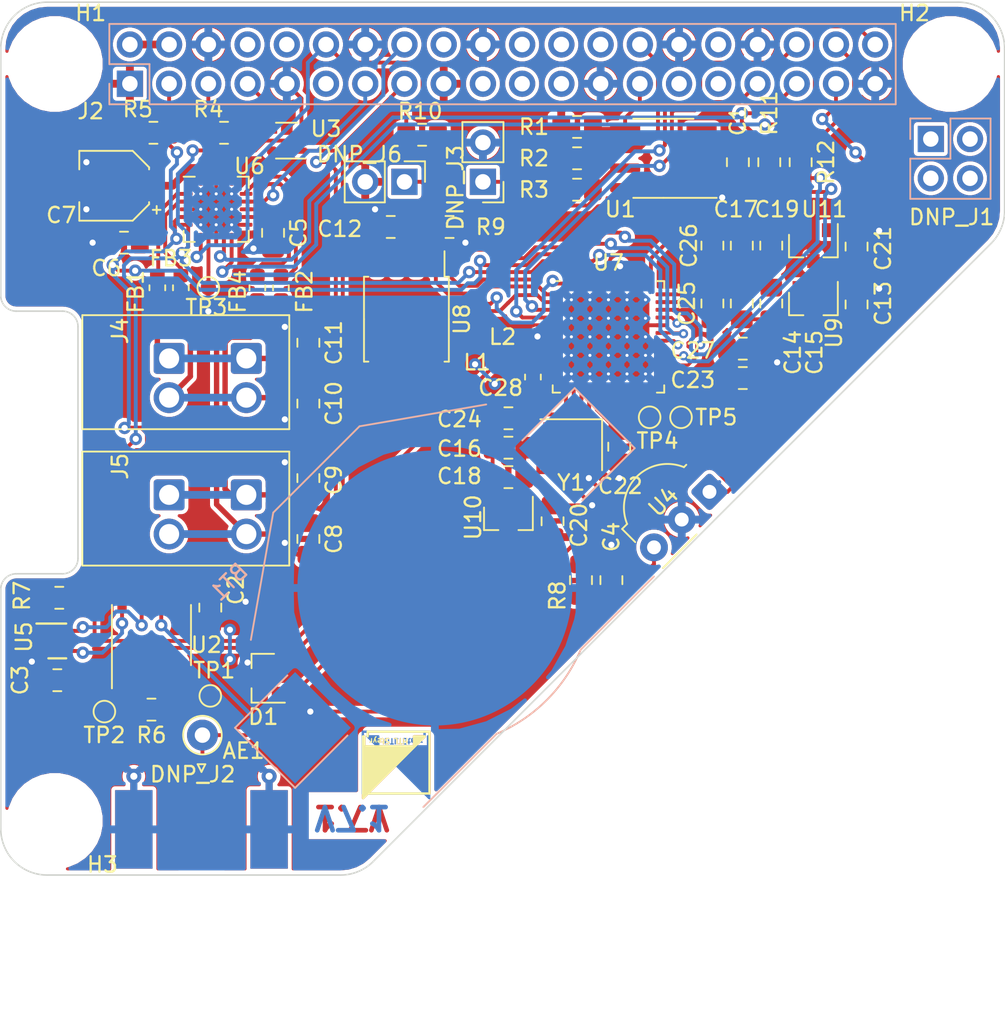
<source format=kicad_pcb>
(kicad_pcb (version 20171130) (host pcbnew "(5.1.5)-3")
  (title_block (title "Raspberry Pi Receiver") (date 2020-02-26) (rev 7.1) (company "HTL Steyr"))
  (layers (0 F.Cu signal) (31 B.Cu signal) (35 F.Paste user) (37 F.SilkS user) (38 B.Mask user) (39 F.Mask user) (44 Edge.Cuts user))
  (net 0 "")
  (net 1 +3V3)
  (net 2 GND)
  (net 3 /ID_SC_EEPROM)
  (net 4 /ID_SD_EEPROM)
  (net 5 +5V)
  (net 6 /SCL1)
  (net 7 /SDA1)
  (net 8 "Net-(TP1-Pad1)")
  (net 9 "Net-(TP2-Pad1)")
  (net 10 "Net-(BT1-Pad1)")
  (net 11 "Net-(C4-Pad2)")
  (net 12 /GPIO26)
  (net 13 /GPIO04)
  (net 14 "Net-(FB1-Pad2)")
  (net 15 "Net-(FB2-Pad2)")
  (net 16 "Net-(FB3-Pad2)")
  (net 17 "Net-(FB4-Pad2)")
  (net 18 /GPIO21)
  (net 19 /GPIO19)
  (net 20 /GPIO18)
  (net 21 "Net-(C8-Pad1)")
  (net 22 "Net-(C9-Pad1)")
  (net 23 "Net-(C10-Pad1)")
  (net 24 "Net-(C11-Pad1)")
  (net 25 /GPIO22)
  (net 26 /GPIO27)
  (net 27 "Net-(U7-Pad48)")
  (net 28 "Net-(U7-Pad47)")
  (net 29 "Net-(U7-Pad2)")
  (net 30 "Net-(U7-Pad1)")
  (net 31 "Net-(C14-Pad2)")
  (net 32 "Net-(C14-Pad1)")
  (net 33 "Net-(C16-Pad2)")
  (net 34 "Net-(C16-Pad1)")
  (net 35 "Net-(C17-Pad1)")
  (net 36 "Net-(C22-Pad2)")
  (net 37 /GPIO20)
  (net 38 /GPIO16)
  (net 39 /GPIO13)
  (net 40 "Net-(R10-Pad1)")
  (net 41 "Net-(R11-Pad1)")
  (net 42 "Net-(R12-Pad2)")
  (net 43 "Net-(TP4-Pad1)")
  (net 44 "Net-(TP5-Pad1)")
  (net 45 "Net-(U7-Pad16)")
  (net 46 "Net-(U7-Pad15)")
  (net 47 /GPIO23)
  (net 48 "Net-(DNP_J3-Pad1)")
  (net 49 "Net-(DNP_J6-Pad1)")
  (net 50 "Net-(AE1-Pad1)")
  (net 51 "Net-(C28-Pad2)")
  (net 52 "Net-(C28-Pad1)")
  (module Package_DFN_QFN_:QFN-48-1EP_7x7mm_P0.5mm_EP5.3x5.3mm_ThermalVias (layer F.Cu) (at 140.208 72.263)
    (fp_text reference U7 (at 0 -4.8) (layer F.SilkS))
    (fp_text value Si4688-A10-GM)
    (pad 48 smd roundrect (at -2.75 -3.45) (size 0.25 0.8) (layers F.Cu F.Paste F.Mask) (net 27 "Net-(U7-Pad48)"))
    (pad 47 smd roundrect (at -2.25 -3.45) (size 0.25 0.8) (layers F.Cu F.Paste F.Mask) (net 28 "Net-(U7-Pad47)"))
    (pad 46 smd roundrect (at -1.75 -3.45) (size 0.25 0.8) (layers F.Cu F.Paste F.Mask))
    (pad 45 smd roundrect (at -1.25 -3.45) (size 0.25 0.8) (layers F.Cu F.Paste F.Mask))
    (pad 44 smd roundrect (at -0.75 -3.45) (size 0.25 0.8) (layers F.Cu F.Paste F.Mask))
    (pad 43 smd roundrect (at -0.25 -3.45) (size 0.25 0.8) (layers F.Cu F.Paste F.Mask))
    (pad 42 smd roundrect (at 0.25 -3.45) (size 0.25 0.8) (layers F.Cu F.Paste F.Mask) (net 2 GND))
    (pad 41 smd roundrect (at 0.75 -3.45) (size 0.25 0.8) (layers F.Cu F.Paste F.Mask) (net 2 GND))
    (pad 40 smd roundrect (at 1.25 -3.45) (size 0.25 0.8) (layers F.Cu F.Paste F.Mask) (net 2 GND))
    (pad 39 smd roundrect (at 1.75 -3.45) (size 0.25 0.8) (layers F.Cu F.Paste F.Mask) (net 2 GND))
    (pad 38 smd roundrect (at 2.25 -3.45) (size 0.25 0.8) (layers F.Cu F.Paste F.Mask))
    (pad 37 smd roundrect (at 2.75 -3.45) (size 0.25 0.8) (layers F.Cu F.Paste F.Mask) (net 35 "Net-(C17-Pad1)"))
    (pad 36 smd roundrect (at 3.45 -2.75) (size 0.8 0.25) (layers F.Cu F.Paste F.Mask) (net 31 "Net-(C14-Pad2)"))
    (pad 35 smd roundrect (at 3.45 -2.25) (size 0.8 0.25) (layers F.Cu F.Paste F.Mask) (net 32 "Net-(C14-Pad1)"))
    (pad 34 smd roundrect (at 3.45 -1.75) (size 0.8 0.25) (layers F.Cu F.Paste F.Mask) (net 1 +3V3))
    (pad 33 smd roundrect (at 3.45 -1.25) (size 0.8 0.25) (layers F.Cu F.Paste F.Mask) (net 42 "Net-(R12-Pad2)"))
    (pad 32 smd roundrect (at 3.45 -0.75) (size 0.8 0.25) (layers F.Cu F.Paste F.Mask) (net 2 GND))
    (pad 31 smd roundrect (at 3.45 -0.25) (size 0.8 0.25) (layers F.Cu F.Paste F.Mask) (net 7 /SDA1))
    (pad 30 smd roundrect (at 3.45 0.25) (size 0.8 0.25) (layers F.Cu F.Paste F.Mask) (net 6 /SCL1))
    (pad 29 smd roundrect (at 3.45 0.75) (size 0.8 0.25) (layers F.Cu F.Paste F.Mask) (net 2 GND))
    (pad 28 smd roundrect (at 3.45 1.25) (size 0.8 0.25) (layers F.Cu F.Paste F.Mask) (net 41 "Net-(R11-Pad1)"))
    (pad 27 smd roundrect (at 3.45 1.75) (size 0.8 0.25) (layers F.Cu F.Paste F.Mask) (net 40 "Net-(R10-Pad1)"))
    (pad 26 smd roundrect (at 3.45 2.25) (size 0.8 0.25) (layers F.Cu F.Paste F.Mask))
    (pad 25 smd roundrect (at 3.45 2.75) (size 0.8 0.25) (layers F.Cu F.Paste F.Mask))
    (pad 24 smd roundrect (at 2.75 3.45) (size 0.25 0.8) (layers F.Cu F.Paste F.Mask))
    (pad 23 smd roundrect (at 2.25 3.45) (size 0.25 0.8) (layers F.Cu F.Paste F.Mask))
    (pad 22 smd roundrect (at 1.75 3.45) (size 0.25 0.8) (layers F.Cu F.Paste F.Mask))
    (pad 21 smd roundrect (at 1.25 3.45) (size 0.25 0.8) (layers F.Cu F.Paste F.Mask))
    (pad 20 smd roundrect (at 0.75 3.45) (size 0.25 0.8) (layers F.Cu F.Paste F.Mask))
    (pad 19 smd roundrect (at 0.25 3.45) (size 0.25 0.8) (layers F.Cu F.Paste F.Mask) (net 44 "Net-(TP5-Pad1)"))
    (pad 18 smd roundrect (at -0.25 3.45) (size 0.25 0.8) (layers F.Cu F.Paste F.Mask) (net 43 "Net-(TP4-Pad1)"))
    (pad 17 smd roundrect (at -0.75 3.45) (size 0.25 0.8) (layers F.Cu F.Paste F.Mask) (net 36 "Net-(C22-Pad2)"))
    (pad 16 smd roundrect (at -1.25 3.45) (size 0.25 0.8) (layers F.Cu F.Paste F.Mask) (net 45 "Net-(U7-Pad16)"))
    (pad 15 smd roundrect (at -1.75 3.45) (size 0.25 0.8) (layers F.Cu F.Paste F.Mask) (net 46 "Net-(U7-Pad15)"))
    (pad 14 smd roundrect (at -2.25 3.45) (size 0.25 0.8) (layers F.Cu F.Paste F.Mask))
    (pad 13 smd roundrect (at -2.75 3.45) (size 0.25 0.8) (layers F.Cu F.Paste F.Mask) (net 33 "Net-(C16-Pad2)"))
    (pad 12 smd roundrect (at -3.45 2.75) (size 0.8 0.25) (layers F.Cu F.Paste F.Mask) (net 34 "Net-(C16-Pad1)"))
    (pad 11 smd roundrect (at -3.45 2.25) (size 0.8 0.25) (layers F.Cu F.Paste F.Mask) (net 51 "Net-(C28-Pad2)"))
    (pad 10 smd roundrect (at -3.45 1.75) (size 0.8 0.25) (layers F.Cu F.Paste F.Mask) (net 52 "Net-(C28-Pad1)"))
    (pad 9 smd roundrect (at -3.45 1.25) (size 0.8 0.25) (layers F.Cu F.Paste F.Mask) (net 2 GND))
    (pad 8 smd roundrect (at -3.45 0.75) (size 0.8 0.25) (layers F.Cu F.Paste F.Mask) (net 2 GND))
    (pad 7 smd roundrect (at -3.45 0.25) (size 0.8 0.25) (layers F.Cu F.Paste F.Mask) (net 2 GND))
    (pad 6 smd roundrect (at -3.45 -0.25) (size 0.8 0.25) (layers F.Cu F.Paste F.Mask) (net 2 GND))
    (pad 5 smd roundrect (at -3.45 -0.75) (size 0.8 0.25) (layers F.Cu F.Paste F.Mask) (net 1 +3V3))
    (pad 4 smd roundrect (at -3.45 -1.25) (size 0.8 0.25) (layers F.Cu F.Paste F.Mask) (net 38 /GPIO16))
    (pad 3 smd roundrect (at -3.45 -1.75) (size 0.8 0.25) (layers F.Cu F.Paste F.Mask) (net 39 /GPIO13))
    (pad 2 smd roundrect (at -3.45 -2.25) (size 0.8 0.25) (layers F.Cu F.Paste F.Mask) (net 29 "Net-(U7-Pad2)"))
    (pad 1 smd roundrect (at -3.45 -2.75) (size 0.8 0.25) (layers F.Cu F.Paste F.Mask) (net 30 "Net-(U7-Pad1)"))
    (pad 49 thru_hole circle (at 2.4 2.4) (size 0.5 0.5) (drill 0.2) (layers *.Cu) (net 2 GND))
    (pad 49 thru_hole circle (at 1.2 2.4) (size 0.5 0.5) (drill 0.2) (layers *.Cu) (net 2 GND))
    (pad 49 thru_hole circle (at 0 2.4) (size 0.5 0.5) (drill 0.2) (layers *.Cu) (net 2 GND))
    (pad 49 thru_hole circle (at -1.2 2.4) (size 0.5 0.5) (drill 0.2) (layers *.Cu) (net 2 GND))
    (pad 49 thru_hole circle (at -2.4 2.4) (size 0.5 0.5) (drill 0.2) (layers *.Cu) (net 2 GND))
    (pad 49 thru_hole circle (at 2.4 1.2) (size 0.5 0.5) (drill 0.2) (layers *.Cu) (net 2 GND))
    (pad 49 thru_hole circle (at 1.2 1.2) (size 0.5 0.5) (drill 0.2) (layers *.Cu) (net 2 GND))
    (pad 49 thru_hole circle (at 0 1.2) (size 0.5 0.5) (drill 0.2) (layers *.Cu) (net 2 GND))
    (pad 49 thru_hole circle (at -1.2 1.2) (size 0.5 0.5) (drill 0.2) (layers *.Cu) (net 2 GND))
    (pad 49 thru_hole circle (at -2.4 1.2) (size 0.5 0.5) (drill 0.2) (layers *.Cu) (net 2 GND))
    (pad 49 thru_hole circle (at 2.4 0) (size 0.5 0.5) (drill 0.2) (layers *.Cu) (net 2 GND))
    (pad 49 thru_hole circle (at 1.2 0) (size 0.5 0.5) (drill 0.2) (layers *.Cu) (net 2 GND))
    (pad 49 thru_hole circle (at 0 0) (size 0.5 0.5) (drill 0.2) (layers *.Cu) (net 2 GND))
    (pad 49 thru_hole circle (at -1.2 0) (size 0.5 0.5) (drill 0.2) (layers *.Cu) (net 2 GND))
    (pad 49 thru_hole circle (at -2.4 0) (size 0.5 0.5) (drill 0.2) (layers *.Cu) (net 2 GND))
    (pad 49 thru_hole circle (at 2.4 -1.2) (size 0.5 0.5) (drill 0.2) (layers *.Cu) (net 2 GND))
    (pad 49 thru_hole circle (at 1.2 -1.2) (size 0.5 0.5) (drill 0.2) (layers *.Cu) (net 2 GND))
    (pad 49 thru_hole circle (at 0 -1.2) (size 0.5 0.5) (drill 0.2) (layers *.Cu) (net 2 GND))
    (pad 49 thru_hole circle (at -1.2 -1.2) (size 0.5 0.5) (drill 0.2) (layers *.Cu) (net 2 GND))
    (pad 49 thru_hole circle (at -2.4 -1.2) (size 0.5 0.5) (drill 0.2) (layers *.Cu) (net 2 GND))
    (pad 49 thru_hole circle (at 2.4 -2.4) (size 0.5 0.5) (drill 0.2) (layers *.Cu) (net 2 GND))
    (pad 49 thru_hole circle (at 1.2 -2.4) (size 0.5 0.5) (drill 0.2) (layers *.Cu) (net 2 GND))
    (pad 49 thru_hole circle (at 0 -2.4) (size 0.5 0.5) (drill 0.2) (layers *.Cu) (net 2 GND))
    (pad 49 thru_hole circle (at -1.2 -2.4) (size 0.5 0.5) (drill 0.2) (layers *.Cu) (net 2 GND))
    (pad 49 thru_hole circle (at -2.4 -2.4) (size 0.5 0.5) (drill 0.2) (layers *.Cu) (net 2 GND))
    (pad 49 smd roundrect (at 0 0) (size 5.3 5.3) (layers F.Cu F.Mask) (roundrect_rratio 0.04717) (net 2 GND))
  )
  (module Package_CSP_:LFCSP-20-1EP_4x4mm_P0.5mm_EP2.5x2.5mm_ThermalVias (layer F.Cu) (at 114.808 64.008)
    (fp_text reference U6 (at 2.159 -2.794) (layer F.SilkS))
    (fp_text value SSM2518)
    (pad 20 smd roundrect (at -1 -1.9375) (size 0.25 0.825) (layers F.Cu F.Paste F.Mask) (net 5 +5V))
    (pad 19 smd roundrect (at -0.5 -1.9375) (size 0.25 0.825) (layers F.Cu F.Paste F.Mask) (net 2 GND))
    (pad 18 smd roundrect (at 0 -1.9375) (size 0.25 0.825) (layers F.Cu F.Paste F.Mask) (net 2 GND))
    (pad 17 smd roundrect (at 0.5 -1.9375) (size 0.25 0.825) (layers F.Cu F.Paste F.Mask) (net 2 GND))
    (pad 16 smd roundrect (at 1 -1.9375) (size 0.25 0.825) (layers F.Cu F.Paste F.Mask) (net 5 +5V))
    (pad 15 smd roundrect (at 1.9375 -1) (size 0.825 0.25) (layers F.Cu F.Paste F.Mask) (net 15 "Net-(FB2-Pad2)"))
    (pad 14 smd roundrect (at 1.9375 -0.5) (size 0.825 0.25) (layers F.Cu F.Paste F.Mask) (net 17 "Net-(FB4-Pad2)"))
    (pad 13 smd roundrect (at 1.9375 0) (size 0.825 0.25) (layers F.Cu F.Paste F.Mask) (net 26 /GPIO27))
    (pad 12 smd roundrect (at 1.9375 0.5) (size 0.825 0.25) (layers F.Cu F.Paste F.Mask) (net 1 +3V3))
    (pad 11 smd roundrect (at 1.9375 1) (size 0.825 0.25) (layers F.Cu F.Paste F.Mask) (net 2 GND))
    (pad 10 smd roundrect (at 1 1.9375) (size 0.25 0.825) (layers F.Cu F.Paste F.Mask) (net 18 /GPIO21))
    (pad 9 smd roundrect (at 0.5 1.9375) (size 0.25 0.825) (layers F.Cu F.Paste F.Mask) (net 19 /GPIO19))
    (pad 8 smd roundrect (at 0 1.9375) (size 0.25 0.825) (layers F.Cu F.Paste F.Mask) (net 2 GND))
    (pad 7 smd roundrect (at -0.5 1.9375) (size 0.25 0.825) (layers F.Cu F.Paste F.Mask) (net 2 GND))
    (pad 6 smd roundrect (at -1 1.9375) (size 0.25 0.825) (layers F.Cu F.Paste F.Mask) (net 20 /GPIO18))
    (pad 5 smd roundrect (at -1.9375 1) (size 0.825 0.25) (layers F.Cu F.Paste F.Mask) (net 6 /SCL1))
    (pad 4 smd roundrect (at -1.9375 0.5) (size 0.825 0.25) (layers F.Cu F.Paste F.Mask) (net 7 /SDA1))
    (pad 3 smd roundrect (at -1.9375 0) (size 0.825 0.25) (layers F.Cu F.Paste F.Mask) (net 2 GND))
    (pad 2 smd roundrect (at -1.9375 -0.5) (size 0.825 0.25) (layers F.Cu F.Paste F.Mask) (net 16 "Net-(FB3-Pad2)"))
    (pad 1 smd roundrect (at -1.9375 -1) (size 0.825 0.25) (layers F.Cu F.Paste F.Mask) (net 14 "Net-(FB1-Pad2)"))
    (pad 21 thru_hole circle (at 1 1) (size 0.5 0.5) (drill 0.2) (layers *.Cu) (net 2 GND))
    (pad 21 thru_hole circle (at 0 1) (size 0.5 0.5) (drill 0.2) (layers *.Cu) (net 2 GND))
    (pad 21 thru_hole circle (at -1 1) (size 0.5 0.5) (drill 0.2) (layers *.Cu) (net 2 GND))
    (pad 21 thru_hole circle (at 1 0) (size 0.5 0.5) (drill 0.2) (layers *.Cu) (net 2 GND))
    (pad 21 thru_hole circle (at 0 0) (size 0.5 0.5) (drill 0.2) (layers *.Cu) (net 2 GND))
    (pad 21 thru_hole circle (at -1 0) (size 0.5 0.5) (drill 0.2) (layers *.Cu) (net 2 GND))
    (pad 21 thru_hole circle (at 1 -1) (size 0.5 0.5) (drill 0.2) (layers *.Cu) (net 2 GND))
    (pad 21 thru_hole circle (at 0 -1) (size 0.5 0.5) (drill 0.2) (layers *.Cu) (net 2 GND))
    (pad 21 thru_hole circle (at -1 -1) (size 0.5 0.5) (drill 0.2) (layers *.Cu) (net 2 GND))
    (pad 21 smd roundrect (at 0 0) (size 2.5 2.5) (layers F.Cu F.Mask) (roundrect_rratio 0.1) (net 2 GND))
  )
  (module Connector_Coaxial:SMA_Molex_73251-1153_EdgeMount_Horizontal (layer F.Cu) (at 113.8555 102.4255 90)
    (fp_text reference DNP_J2 (at 1.8415 -0.5715 180) (layer F.SilkS))
    (fp_text value Conn_Coaxial)
    (pad 2 smd rect (at 1.27 4.38 90) (size 0.95 0.46) (layers B.Cu) (net 2 GND))
    (pad 2 smd rect (at 1.27 -4.38 90) (size 0.95 0.46) (layers B.Cu) (net 2 GND))
    (pad 2 smd rect (at 1.27 4.38 90) (size 0.95 0.46) (layers F.Cu) (net 2 GND))
    (pad 2 smd rect (at 1.27 -4.38 90) (size 0.95 0.46) (layers F.Cu) (net 2 GND))
    (pad 2 thru_hole circle (at 1.72 4.38 90) (size 0.97 0.97) (drill 0.46) (layers *.Cu) (net 2 GND))
    (pad 2 thru_hole circle (at 1.72 -4.38 90) (size 0.97 0.97) (drill 0.46) (layers *.Cu) (net 2 GND))
    (pad 2 smd rect (at -1.72 4.38 90) (size 5.08 2.42) (layers B.Cu B.Paste B.Mask) (net 2 GND))
    (pad 2 smd rect (at -1.72 -4.38 90) (size 5.08 2.42) (layers B.Cu B.Paste B.Mask) (net 2 GND))
    (pad 2 smd rect (at -1.72 4.38 90) (size 5.08 2.42) (layers F.Cu F.Paste F.Mask) (net 2 GND))
    (pad 2 smd rect (at -1.72 -4.38 90) (size 5.08 2.42) (layers F.Cu F.Paste F.Mask) (net 2 GND))
    (pad 1 smd rect (at -1.72 0 90) (size 5.08 2.29) (layers F.Cu F.Paste F.Mask) (net 50 "Net-(AE1-Pad1)"))
  )
  (module Inductor_SMD:L_0402_1005Metric (layer F.Cu) (at 135.128 72.8345)
    (fp_text reference L2 (at -1.778 -0.5715) (layer F.SilkS))
    (fp_text value 120nH)
    (pad 2 smd roundrect (at 0.485 0) (size 0.59 0.64) (layers F.Cu F.Paste F.Mask) (net 2 GND))
    (pad 1 smd roundrect (at -0.485 0) (size 0.59 0.64) (layers F.Cu F.Paste F.Mask) (net 52 "Net-(C28-Pad1)"))
  )
  (module Inductor_SMD:L_0402_1005Metric (layer F.Cu) (at 133.477 73.914 180)
    (fp_text reference L1 (at 1.778 0) (layer F.SilkS))
    (fp_text value 62nH)
    (pad 2 smd roundrect (at 0.485 0 180) (size 0.59 0.64) (layers F.Cu F.Paste F.Mask) (net 50 "Net-(AE1-Pad1)"))
    (pad 1 smd roundrect (at -0.485 0 180) (size 0.59 0.64) (layers F.Cu F.Paste F.Mask) (net 52 "Net-(C28-Pad1)"))
  )
  (module Package_TO_SOT_SMD:SOT-23 (layer F.Cu) (at 117.856 94.361 180)
    (fp_text reference D1 (at 0 -2.5) (layer F.SilkS))
    (fp_text value CM1213A-01SO)
    (pad 3 smd rect (at 1 0 180) (size 0.9 0.8) (layers F.Cu F.Paste F.Mask) (net 2 GND))
    (pad 2 smd rect (at -1 0.95 180) (size 0.9 0.8) (layers F.Cu F.Paste F.Mask) (net 2 GND))
    (pad 1 smd rect (at -1 -0.95 180) (size 0.9 0.8) (layers F.Cu F.Paste F.Mask) (net 50 "Net-(AE1-Pad1)"))
  )
  (module Capacitor_SMD:C_0603_1608Metric (layer F.Cu) (at 135.3185 74.8665 270)
    (fp_text reference C28 (at 0.6985 2.0955 180) (layer F.SilkS))
    (fp_text value 10pF)
    (pad 2 smd roundrect (at 0.7875 0 270) (size 0.875 0.95) (layers F.Cu F.Paste F.Mask) (net 51 "Net-(C28-Pad2)"))
    (pad 1 smd roundrect (at -0.7875 0 270) (size 0.875 0.95) (layers F.Cu F.Paste F.Mask) (net 52 "Net-(C28-Pad1)"))
  )
  (module Connector_Pin:Pin_D1.0mm_L10.0mm (layer F.Cu) (at 113.919 98.044)
    (fp_text reference AE1 (at 2.667 1.016) (layer F.SilkS))
    (fp_text value Antenna)
    (pad 1 thru_hole circle (at 0 0) (size 2 2) (drill 1) (layers *.Cu *.Mask) (net 50 "Net-(AE1-Pad1)"))
  )
  (module Crystal:Crystal_SMD_Abracon_ABM8G-4Pin_3.2x2.5mm (layer F.Cu) (at 137.795 79.248 180)
    (fp_text reference Y1 (at 0 -2.45) (layer F.SilkS))
    (fp_text value Crystal_GND24_Small)
    (pad 4 smd rect (at -1.1 -0.85 180) (size 1.4 1.2) (layers F.Cu F.Paste F.Mask) (net 2 GND))
    (pad 3 smd rect (at 1.1 -0.85 180) (size 1.4 1.2) (layers F.Cu F.Paste F.Mask) (net 46 "Net-(U7-Pad15)"))
    (pad 2 smd rect (at 1.1 0.85 180) (size 1.4 1.2) (layers F.Cu F.Paste F.Mask) (net 2 GND))
    (pad 1 smd rect (at -1.1 0.85 180) (size 1.4 1.2) (layers F.Cu F.Paste F.Mask) (net 45 "Net-(U7-Pad16)"))
  )
  (module Package_TO_SOT_SMD:SOT-23 (layer F.Cu) (at 153.4795 66.3575 270)
    (fp_text reference U11 (at -2.3495 -0.6985 180) (layer F.SilkS))
    (fp_text value AP2127N-1.8)
    (pad 3 smd rect (at 1 0 270) (size 0.9 0.8) (layers F.Cu F.Paste F.Mask) (net 1 +3V3))
    (pad 2 smd rect (at -1 0.95 270) (size 0.9 0.8) (layers F.Cu F.Paste F.Mask) (net 35 "Net-(C17-Pad1)"))
    (pad 1 smd rect (at -1 -0.95 270) (size 0.9 0.8) (layers F.Cu F.Paste F.Mask) (net 2 GND))
  )
  (module Package_TO_SOT_SMD:SOT-23 (layer F.Cu) (at 133.731 84.0105 270)
    (fp_text reference U10 (at -0.0635 2.286 90) (layer F.SilkS))
    (fp_text value AP2127N-1.8)
    (pad 3 smd rect (at 1 0 270) (size 0.9 0.8) (layers F.Cu F.Paste F.Mask) (net 1 +3V3))
    (pad 2 smd rect (at -1 0.95 270) (size 0.9 0.8) (layers F.Cu F.Paste F.Mask) (net 34 "Net-(C16-Pad1)"))
    (pad 1 smd rect (at -1 -0.95 270) (size 0.9 0.8) (layers F.Cu F.Paste F.Mask) (net 2 GND))
  )
  (module Package_TO_SOT_SMD:SOT-23 (layer F.Cu) (at 153.4795 70.104 270)
    (fp_text reference U9 (at 1.905 -1.3335 90) (layer F.SilkS))
    (fp_text value AP2127N-1.8)
    (pad 3 smd rect (at 1 0 270) (size 0.9 0.8) (layers F.Cu F.Paste F.Mask) (net 1 +3V3))
    (pad 2 smd rect (at -1 0.95 270) (size 0.9 0.8) (layers F.Cu F.Paste F.Mask) (net 32 "Net-(C14-Pad1)"))
    (pad 1 smd rect (at -1 -0.95 270) (size 0.9 0.8) (layers F.Cu F.Paste F.Mask) (net 2 GND))
  )
  (module TestPoint:TestPoint_Pad_D1.0mm (layer F.Cu) (at 144.907 77.47)
    (fp_text reference TP5 (at 2.286 0) (layer F.SilkS))
    (fp_text value TestPoint_Flag)
    (pad 1 smd circle (at 0 0) (size 1 1) (layers F.Cu F.Mask) (net 44 "Net-(TP5-Pad1)"))
  )
  (module TestPoint:TestPoint_Pad_D1.0mm (layer F.Cu) (at 142.875 77.47)
    (fp_text reference TP4 (at 0.508 1.524) (layer F.SilkS))
    (fp_text value TestPoint_Flag)
    (pad 1 smd circle (at 0 0) (size 1 1) (layers F.Cu F.Mask) (net 43 "Net-(TP4-Pad1)"))
  )
  (module Resistor_SMD:R_0805_2012Metric_Pad1.15x1.40mm_HandSolder (layer F.Cu) (at 152.654 60.96 270)
    (fp_text reference R12 (at 0 -1.65 90) (layer F.SilkS))
    (fp_text value 100)
    (pad 2 smd roundrect (at 1.025 0 270) (size 1.15 1.4) (layers F.Cu F.Paste F.Mask) (roundrect_rratio 0.217391) (net 42 "Net-(R12-Pad2)"))
    (pad 1 smd roundrect (at -1.025 0 270) (size 1.15 1.4) (layers F.Cu F.Paste F.Mask) (roundrect_rratio 0.217391) (net 37 /GPIO20))
  )
  (module Resistor_SMD:R_0805_2012Metric_Pad1.15x1.40mm_HandSolder (layer F.Cu) (at 150.622 60.96 90)
    (fp_text reference R11 (at 3.175 0 270) (layer F.SilkS))
    (fp_text value 3k9)
    (pad 2 smd roundrect (at 1.025 0 90) (size 1.15 1.4) (layers F.Cu F.Paste F.Mask) (roundrect_rratio 0.217391) (net 19 /GPIO19))
    (pad 1 smd roundrect (at -1.025 0 90) (size 1.15 1.4) (layers F.Cu F.Paste F.Mask) (roundrect_rratio 0.217391) (net 41 "Net-(R11-Pad1)"))
  )
  (module Resistor_SMD:R_0805_2012Metric_Pad1.15x1.40mm_HandSolder (layer F.Cu) (at 128.143 59.182 180)
    (fp_text reference R10 (at 0.127 1.524) (layer F.SilkS))
    (fp_text value 3k9)
    (pad 2 smd roundrect (at 1.025 0 180) (size 1.15 1.4) (layers F.Cu F.Paste F.Mask) (roundrect_rratio 0.217391) (net 20 /GPIO18))
    (pad 1 smd roundrect (at -1.025 0 180) (size 1.15 1.4) (layers F.Cu F.Paste F.Mask) (roundrect_rratio 0.217391) (net 40 "Net-(R10-Pad1)"))
  )
  (module Capacitor_SMD:C_0805_2012Metric_Pad1.15x1.40mm_HandSolder (layer F.Cu) (at 148.9075 73.025)
    (fp_text reference C27 (at -3.2385 0.127) (layer F.SilkS))
    (fp_text value 1uF)
    (pad 2 smd roundrect (at 1.025 0) (size 1.15 1.4) (layers F.Cu F.Paste F.Mask) (roundrect_rratio 0.217391) (net 2 GND))
    (pad 1 smd roundrect (at -1.025 0) (size 1.15 1.4) (layers F.Cu F.Paste F.Mask) (roundrect_rratio 0.217391) (net 1 +3V3))
  )
  (module Capacitor_SMD:C_0805_2012Metric_Pad1.15x1.40mm_HandSolder (layer F.Cu) (at 146.939 66.3575 270)
    (fp_text reference C26 (at 0 1.524 90) (layer F.SilkS))
    (fp_text value 8p2)
    (pad 2 smd roundrect (at 1.025 0 270) (size 1.15 1.4) (layers F.Cu F.Paste F.Mask) (roundrect_rratio 0.217391) (net 31 "Net-(C14-Pad2)"))
    (pad 1 smd roundrect (at -1.025 0 270) (size 1.15 1.4) (layers F.Cu F.Paste F.Mask) (roundrect_rratio 0.217391) (net 35 "Net-(C17-Pad1)"))
  )
  (module Capacitor_SMD:C_0805_2012Metric_Pad1.15x1.40mm_HandSolder (layer F.Cu) (at 146.939 70.104 90)
    (fp_text reference C25 (at 0 -1.65 90) (layer F.SilkS))
    (fp_text value 8p2)
    (pad 2 smd roundrect (at 1.025 0 90) (size 1.15 1.4) (layers F.Cu F.Paste F.Mask) (roundrect_rratio 0.217391) (net 31 "Net-(C14-Pad2)"))
    (pad 1 smd roundrect (at -1.025 0 90) (size 1.15 1.4) (layers F.Cu F.Paste F.Mask) (roundrect_rratio 0.217391) (net 32 "Net-(C14-Pad1)"))
  )
  (module Capacitor_SMD:C_0805_2012Metric_Pad1.15x1.40mm_HandSolder (layer F.Cu) (at 133.731 77.5335)
    (fp_text reference C24 (at -3.175 0.0635) (layer F.SilkS))
    (fp_text value 8p2)
    (pad 2 smd roundrect (at 1.025 0) (size 1.15 1.4) (layers F.Cu F.Paste F.Mask) (roundrect_rratio 0.217391) (net 33 "Net-(C16-Pad2)"))
    (pad 1 smd roundrect (at -1.025 0) (size 1.15 1.4) (layers F.Cu F.Paste F.Mask) (roundrect_rratio 0.217391) (net 34 "Net-(C16-Pad1)"))
  )
  (module Capacitor_SMD:C_0805_2012Metric_Pad1.15x1.40mm_HandSolder (layer F.Cu) (at 148.9075 74.93)
    (fp_text reference C23 (at -3.2385 0.127) (layer F.SilkS))
    (fp_text value 2n2)
    (pad 2 smd roundrect (at 1.025 0) (size 1.15 1.4) (layers F.Cu F.Paste F.Mask) (roundrect_rratio 0.217391) (net 2 GND))
    (pad 1 smd roundrect (at -1.025 0) (size 1.15 1.4) (layers F.Cu F.Paste F.Mask) (roundrect_rratio 0.217391) (net 1 +3V3))
  )
  (module Capacitor_SMD:C_0805_2012Metric_Pad1.15x1.40mm_HandSolder (layer F.Cu) (at 140.9065 79.375 90)
    (fp_text reference C22 (at -2.54 0.0635 180) (layer F.SilkS))
    (fp_text value 1uF)
    (pad 2 smd roundrect (at 1.025 0 90) (size 1.15 1.4) (layers F.Cu F.Paste F.Mask) (roundrect_rratio 0.217391) (net 36 "Net-(C22-Pad2)"))
    (pad 1 smd roundrect (at -1.025 0 90) (size 1.15 1.4) (layers F.Cu F.Paste F.Mask) (roundrect_rratio 0.217391) (net 2 GND))
  )
  (module Capacitor_SMD:C_0805_2012Metric_Pad1.15x1.40mm_HandSolder (layer F.Cu) (at 156.2735 66.421 90)
    (fp_text reference C21 (at -0.127 1.7145 90) (layer F.SilkS))
    (fp_text value 100nF)
    (pad 2 smd roundrect (at 1.025 0 90) (size 1.15 1.4) (layers F.Cu F.Paste F.Mask) (roundrect_rratio 0.217391) (net 2 GND))
    (pad 1 smd roundrect (at -1.025 0 90) (size 1.15 1.4) (layers F.Cu F.Paste F.Mask) (roundrect_rratio 0.217391) (net 1 +3V3))
  )
  (module Capacitor_SMD:C_0805_2012Metric_Pad1.15x1.40mm_HandSolder (layer F.Cu) (at 136.5885 84.201 90)
    (fp_text reference C20 (at -0.254 1.7145 90) (layer F.SilkS))
    (fp_text value 100nF)
    (pad 2 smd roundrect (at 1.025 0 90) (size 1.15 1.4) (layers F.Cu F.Paste F.Mask) (roundrect_rratio 0.217391) (net 2 GND))
    (pad 1 smd roundrect (at -1.025 0 90) (size 1.15 1.4) (layers F.Cu F.Paste F.Mask) (roundrect_rratio 0.217391) (net 1 +3V3))
  )
  (module Capacitor_SMD:C_0805_2012Metric_Pad1.15x1.40mm_HandSolder (layer F.Cu) (at 150.749 66.3575 270)
    (fp_text reference C19 (at -2.3495 -0.381 180) (layer F.SilkS))
    (fp_text value 1uF)
    (pad 2 smd roundrect (at 1.025 0 270) (size 1.15 1.4) (layers F.Cu F.Paste F.Mask) (roundrect_rratio 0.217391) (net 31 "Net-(C14-Pad2)"))
    (pad 1 smd roundrect (at -1.025 0 270) (size 1.15 1.4) (layers F.Cu F.Paste F.Mask) (roundrect_rratio 0.217391) (net 35 "Net-(C17-Pad1)"))
  )
  (module Capacitor_SMD:C_0805_2012Metric_Pad1.15x1.40mm_HandSolder (layer F.Cu) (at 133.731 81.3435)
    (fp_text reference C18 (at -3.175 -0.0635) (layer F.SilkS))
    (fp_text value 1uF)
    (pad 2 smd roundrect (at 1.025 0) (size 1.15 1.4) (layers F.Cu F.Paste F.Mask) (roundrect_rratio 0.217391) (net 33 "Net-(C16-Pad2)"))
    (pad 1 smd roundrect (at -1.025 0) (size 1.15 1.4) (layers F.Cu F.Paste F.Mask) (roundrect_rratio 0.217391) (net 34 "Net-(C16-Pad1)"))
  )
  (module Capacitor_SMD:C_0805_2012Metric_Pad1.15x1.40mm_HandSolder (layer F.Cu) (at 148.844 66.3575 270)
    (fp_text reference C17 (at -2.3495 0.381 180) (layer F.SilkS))
    (fp_text value 2n2)
    (pad 2 smd roundrect (at 1.025 0 270) (size 1.15 1.4) (layers F.Cu F.Paste F.Mask) (roundrect_rratio 0.217391) (net 31 "Net-(C14-Pad2)"))
    (pad 1 smd roundrect (at -1.025 0 270) (size 1.15 1.4) (layers F.Cu F.Paste F.Mask) (roundrect_rratio 0.217391) (net 35 "Net-(C17-Pad1)"))
  )
  (module Capacitor_SMD:C_0805_2012Metric_Pad1.15x1.40mm_HandSolder (layer F.Cu) (at 133.731 79.4385)
    (fp_text reference C16 (at -3.175 0.0635) (layer F.SilkS))
    (fp_text value 2n2)
    (pad 2 smd roundrect (at 1.025 0) (size 1.15 1.4) (layers F.Cu F.Paste F.Mask) (roundrect_rratio 0.217391) (net 33 "Net-(C16-Pad2)"))
    (pad 1 smd roundrect (at -1.025 0) (size 1.15 1.4) (layers F.Cu F.Paste F.Mask) (roundrect_rratio 0.217391) (net 34 "Net-(C16-Pad1)"))
  )
  (module Capacitor_SMD:C_0805_2012Metric_Pad1.15x1.40mm_HandSolder (layer F.Cu) (at 150.749 70.104 90)
    (fp_text reference C15 (at -3.175 2.794 90) (layer F.SilkS))
    (fp_text value 1uF)
    (pad 2 smd roundrect (at 1.025 0 90) (size 1.15 1.4) (layers F.Cu F.Paste F.Mask) (roundrect_rratio 0.217391) (net 31 "Net-(C14-Pad2)"))
    (pad 1 smd roundrect (at -1.025 0 90) (size 1.15 1.4) (layers F.Cu F.Paste F.Mask) (roundrect_rratio 0.217391) (net 32 "Net-(C14-Pad1)"))
  )
  (module Capacitor_SMD:C_0805_2012Metric_Pad1.15x1.40mm_HandSolder (layer F.Cu) (at 148.844 70.104 90)
    (fp_text reference C14 (at -3.175 3.302 90) (layer F.SilkS))
    (fp_text value 2n2)
    (pad 2 smd roundrect (at 1.025 0 90) (size 1.15 1.4) (layers F.Cu F.Paste F.Mask) (roundrect_rratio 0.217391) (net 31 "Net-(C14-Pad2)"))
    (pad 1 smd roundrect (at -1.025 0 90) (size 1.15 1.4) (layers F.Cu F.Paste F.Mask) (roundrect_rratio 0.217391) (net 32 "Net-(C14-Pad1)"))
  )
  (module Capacitor_SMD:C_0805_2012Metric_Pad1.15x1.40mm_HandSolder (layer F.Cu) (at 156.2735 70.1675 90)
    (fp_text reference C13 (at 0.0635 1.7145 90) (layer F.SilkS))
    (fp_text value 100nF)
    (pad 2 smd roundrect (at 1.025 0 90) (size 1.15 1.4) (layers F.Cu F.Paste F.Mask) (roundrect_rratio 0.217391) (net 2 GND))
    (pad 1 smd roundrect (at -1.025 0 90) (size 1.15 1.4) (layers F.Cu F.Paste F.Mask) (roundrect_rratio 0.217391) (net 1 +3V3))
  )
  (module Package_SO:SOIC-8_5.275x5.275mm_P1.27mm (layer F.Cu) (at 127.127 71.12 270)
    (fp_text reference U8 (at 0 -3.59 90) (layer F.SilkS))
    (fp_text value SST25VF016B-50-4x-S2Ax)
    (pad 8 smd roundrect (at 3.6 -1.905 270) (size 1.6 0.6) (layers F.Cu F.Paste F.Mask) (net 1 +3V3))
    (pad 7 smd roundrect (at 3.6 -0.635 270) (size 1.6 0.6) (layers F.Cu F.Paste F.Mask) (net 1 +3V3))
    (pad 6 smd roundrect (at 3.6 0.635 270) (size 1.6 0.6) (layers F.Cu F.Paste F.Mask) (net 29 "Net-(U7-Pad2)"))
    (pad 5 smd roundrect (at 3.6 1.905 270) (size 1.6 0.6) (layers F.Cu F.Paste F.Mask) (net 27 "Net-(U7-Pad48)"))
    (pad 4 smd roundrect (at -3.6 1.905 270) (size 1.6 0.6) (layers F.Cu F.Paste F.Mask) (net 2 GND))
    (pad 3 smd roundrect (at -3.6 0.635 270) (size 1.6 0.6) (layers F.Cu F.Paste F.Mask) (net 49 "Net-(DNP_J6-Pad1)"))
    (pad 2 smd roundrect (at -3.6 -0.635 270) (size 1.6 0.6) (layers F.Cu F.Paste F.Mask) (net 28 "Net-(U7-Pad47)"))
    (pad 1 smd roundrect (at -3.6 -1.905 270) (size 1.6 0.6) (layers F.Cu F.Paste F.Mask) (net 30 "Net-(U7-Pad1)"))
  )
  (module Resistor_SMD:R_0805_2012Metric_Pad1.15x1.40mm_HandSolder (layer F.Cu) (at 129.921 65.151 180)
    (fp_text reference R9 (at -2.667 0) (layer F.SilkS))
    (fp_text value 3k9)
    (pad 2 smd roundrect (at 1.025 0 180) (size 1.15 1.4) (layers F.Cu F.Paste F.Mask) (roundrect_rratio 0.217391) (net 49 "Net-(DNP_J6-Pad1)"))
    (pad 1 smd roundrect (at -1.025 0 180) (size 1.15 1.4) (layers F.Cu F.Paste F.Mask) (roundrect_rratio 0.217391) (net 2 GND))
  )
  (module Connector_PinHeader_2.54mm:PinHeader_1x02_P2.54mm_Vertical (layer F.Cu) (at 127 62.23 270)
    (fp_text reference DNP_J6 (at -1.778 2.921 180) (layer F.SilkS))
    (fp_text value Conn_01x02)
    (pad 2 thru_hole oval (at 0 2.54 270) (size 1.7 1.7) (drill 1) (layers *.Cu *.Mask) (net 1 +3V3))
    (pad 1 thru_hole rect (at 0 0 270) (size 1.7 1.7) (drill 1) (layers *.Cu *.Mask) (net 49 "Net-(DNP_J6-Pad1)"))
  )
  (module Capacitor_SMD:C_0805_2012Metric_Pad1.15x1.40mm_HandSolder (layer F.Cu) (at 126.111 65.151)
    (fp_text reference C12 (at -3.302 0.127) (layer F.SilkS))
    (fp_text value 100nF)
    (pad 2 smd roundrect (at 1.025 0) (size 1.15 1.4) (layers F.Cu F.Paste F.Mask) (roundrect_rratio 0.217391) (net 1 +3V3))
    (pad 1 smd roundrect (at -1.025 0) (size 1.15 1.4) (layers F.Cu F.Paste F.Mask) (roundrect_rratio 0.217391) (net 2 GND))
  )
  (module Package_TO_SOT_SMD:SOT-353_SC-70-5 (layer F.Cu) (at 119.38 59.563 180)
    (fp_text reference U3 (at -2.54 0.762) (layer F.SilkS))
    (fp_text value 74AHC1G66)
    (pad 5 smd rect (at 0.95 -0.65 180) (size 0.65 0.4) (layers F.Cu F.Paste F.Mask) (net 1 +3V3))
    (pad 4 smd rect (at 0.95 0.65 180) (size 0.65 0.4) (layers F.Cu F.Paste F.Mask) (net 13 /GPIO04))
    (pad 2 smd rect (at -0.95 0 180) (size 0.65 0.4) (layers F.Cu F.Paste F.Mask) (net 6 /SCL1))
    (pad 3 smd rect (at -0.95 0.65 180) (size 0.65 0.4) (layers F.Cu F.Paste F.Mask) (net 2 GND))
    (pad 1 smd rect (at -0.95 -0.65 180) (size 0.65 0.4) (layers F.Cu F.Paste F.Mask) (net 25 /GPIO22))
  )
  (module Symbol_:HTL-Steyr-Logo_4x4mm_SilkScreen (layer F.Cu) (at 126.619 99.822 180)
    (fp_text reference Logo4 hide)
    (fp_text value " " hide)
    (fp_text user "HTL Steyr" (at 0.635 1.397 180 unlocked) (layer F.SilkS) (effects (font (size 0.35 0.35) (thickness 0.075))))
  )
  (module Symbol_:HTL-Steyr-Logo_4x4mm_Copper (layer F.Cu) (at 126.619 99.822 180)
    (fp_text reference Logo3 hide)
    (fp_text value " " hide)
    (fp_text user "HTL Steyr" (at 0.635 1.397 180 unlocked) (layer F.Cu) (effects (font (size 0.35 0.35) (thickness 0.075))))
    (fp_line (start 2 2) (end 2 1.7) (layer F.Cu) (width 0.15))
    (fp_line (start -2 2) (end 2 2) (layer F.Cu) (width 0.15))
    (fp_line (start -2 -2) (end -2 2) (layer F.Cu) (width 0.15))
    (fp_line (start 2 -2) (end -2 -2) (layer F.Cu) (width 0.15))
    (fp_poly (pts (xy 2.3 -2.3) (xy 2.3 1.7) (xy -1 1.7) (xy 2.22 1.7) (xy 2.22 1.05) (xy -1 1.05) (xy -1 1.7) (xy -1.7 1.7)) (layer F.Cu) (width 0.15))
  )
  (module Symbol_:HTL-Steyr-Logo_4x4mm_Copper (layer B.Cu) (at 126.3015 99.822)
    (fp_text reference Logo2 hide)
    (fp_text value " " hide)
    (fp_text user "HTL Steyr" (at 0.635 -1.397 180 unlocked) (layer B.Cu) (effects (font (size 0.35 0.35) (thickness 0.075)) (justify mirror)))
    (fp_line (start 2 -2) (end 2 -1.7) (layer B.Cu) (width 0.15))
    (fp_line (start -2 -2) (end 2 -2) (layer B.Cu) (width 0.15))
    (fp_line (start -2 2) (end -2 -2) (layer B.Cu) (width 0.15))
    (fp_line (start 2 2) (end -2 2) (layer B.Cu) (width 0.15))
    (fp_poly (pts (xy 2.3 2.3) (xy 2.3 -1.7) (xy -1 -1.7) (xy 2.22 -1.7) (xy 2.22 -1.05) (xy -1 -1.05) (xy -1 -1.7) (xy -1.7 -1.7)) (layer B.Cu) (width 0.15))
  )
  (module Symbol:OSHW-Logo2_7.3x6mm_Copper (layer F.Cu) (at 128.8415 91.313 180)
    (fp_text reference Logo1 hide)
    (fp_text value " " hide)
    (fp_poly (pts (xy 0.10391 -2.757652) (xy 0.182454 -2.757222) (xy 0.239298 -2.756058) (xy 0.278105 -2.753793) (xy 0.302538 -2.75006) (xy 0.316262 -2.744494) (xy 0.32294 -2.736727) (xy 0.326236 -2.726395) (xy 0.326556 -2.725057) (xy 0.331562 -2.700921) (xy 0.340829 -2.653299) (xy 0.353392 -2.587259) (xy 0.368287 -2.507872) (xy 0.384551 -2.420204) (xy 0.385119 -2.417125) (xy 0.40141 -2.331211) (xy 0.416652 -2.255304) (xy 0.429861 -2.193955) (xy 0.440054 -2.151718) (xy 0.446248 -2.133145) (xy 0.446543 -2.132816) (xy 0.464788 -2.123747) (xy 0.502405 -2.108633) (xy 0.551271 -2.090738) (xy 0.551543 -2.090642) (xy 0.613093 -2.067507) (xy 0.685657 -2.038035) (xy 0.754057 -2.008403) (xy 0.757294 -2.006938) (xy 0.868702 -1.956374) (xy 1.115399 -2.12484) (xy 1.191077 -2.176197) (xy 1.259631 -2.222111) (xy 1.317088 -2.25997) (xy 1.359476 -2.287163) (xy 1.382825 -2.301079) (xy 1.385042 -2.302111) (xy 1.40201 -2.297516) (xy 1.433701 -2.275345) (xy 1.481352 -2.234553) (xy 1.546198 -2.174095) (xy 1.612397 -2.109773) (xy 1.676214 -2.046388) (xy 1.733329 -1.988549) (xy 1.780305 -1.939825) (xy 1.813703 -1.90379) (xy 1.830085 -1.884016) (xy 1.830694 -1.882998) (xy 1.832505 -1.869428) (xy 1.825683 -1.847267) (xy 1.80854 -1.813522) (xy 1.779393 -1.7652) (xy 1.736555 -1.699308) (xy 1.679448 -1.614483) (xy 1.628766 -1.539823) (xy 1.583461 -1.47286) (xy 1.54615 -1.417484) (xy 1.519452 -1.37758) (xy 1.505985 -1.357038) (xy 1.505137 -1.355644) (xy 1.506781 -1.335962) (xy 1.519245 -1.297707) (xy 1.540048 -1.248111) (xy 1.547462 -1.232272) (xy 1.579814 -1.16171) (xy 1.614328 -1.081647) (xy 1.642365 -1.012371) (xy 1.662568 -0.960955) (xy 1.678615 -0.921881) (xy 1.687888 -0.901459) (xy 1.689041 -0.899886) (xy 1.706096 -0.897279) (xy 1.746298 -0.890137) (xy 1.804302 -0.879477) (xy 1.874763 -0.866315) (xy 1.952335 -0.851667) (xy 2.031672 -0.836551) (xy 2.107431 -0.821982) (xy 2.174264 -0.808978) (xy 2.226828 -0.798555) (xy 2.259776 -0.79173) (xy 2.267857 -0.789801) (xy 2.276205 -0.785038) (xy 2.282506 -0.774282) (xy 2.287045 -0.753902) (xy 2.290104 -0.720266) (xy 2.291967 -0.669745) (xy 2.292918 -0.598708) (xy 2.29324 -0.503524) (xy 2.293257 -0.464508) (xy 2.293257 -0.147201) (xy 2.217057 -0.132161) (xy 2.174663 -0.124005) (xy 2.1114 -0.112101) (xy 2.034962 -0.097884) (xy 1.953043 -0.08279) (xy 1.9304 -0.078645) (xy 1.854806 -0.063947) (xy 1.788953 -0.049495) (xy 1.738366 -0.036625) (xy 1.708574 -0.026678) (xy 1.703612 -0.023713) (xy 1.691426 -0.002717) (xy 1.673953 0.037967) (xy 1.654577 0.090322) (xy 1.650734 0.1016) (xy 1.625339 0.171523) (xy 1.593817 0.250418) (xy 1.562969 0.321266) (xy 1.562817 0.321595) (xy 1.511447 0.432733) (xy 1.680399 0.681253) (xy 1.849352 0.929772) (xy 1.632429 1.147058) (xy 1.566819 1.211726) (xy 1.506979 1.268733) (xy 1.456267 1.315033) (xy 1.418046 1.347584) (xy 1.395675 1.363343) (xy 1.392466 1.364343) (xy 1.373626 1.356469) (xy 1.33518 1.334578) (xy 1.28133 1.301267) (xy 1.216276 1.259131) (xy 1.14594 1.211943) (xy 1.074555 1.16381) (xy 1.010908 1.121928) (xy 0.959041 1.088871) (xy 0.922995 1.067218) (xy 0.906867 1.059543) (xy 0.887189 1.066037) (xy 0.849875 1.08315) (xy 0.802621 1.107326) (xy 0.797612 1.110013) (xy 0.733977 1.141927) (xy 0.690341 1.157579) (xy 0.663202 1.157745) (xy 0.649057 1.143204) (xy 0.648975 1.143) (xy 0.641905 1.125779) (xy 0.625042 1.084899) (xy 0.599695 1.023525) (xy 0.567171 0.944819) (xy 0.528778 0.851947) (xy 0.485822 0.748072) (xy 0.444222 0.647502) (xy 0.398504 0.536516) (xy 0.356526 0.433703) (xy 0.319548 0.342215) (xy 0.288827 0.265201) (xy 0.265622 0.205815) (xy 0.25119 0.167209) (xy 0.246743 0.1528) (xy 0.257896 0.136272) (xy 0.287069 0.10993) (xy 0.325971 0.080887) (xy 0.436757 -0.010961) (xy 0.523351 -0.116241) (xy 0.584716 -0.232734) (xy 0.619815 -0.358224) (xy 0.627608 -0.490493) (xy 0.621943 -0.551543) (xy 0.591078 -0.678205) (xy 0.53792 -0.790059) (xy 0.465767 -0.885999) (xy 0.377917 -0.964924) (xy 0.277665 -1.02573) (xy 0.16831 -1.067313) (xy 0.053147 -1.088572) (xy -0.064525 -1.088401) (xy -0.18141 -1.065699) (xy -0.294211 -1.019362) (xy -0.399631 -0.948287) (xy -0.443632 -0.908089) (xy -0.528021 -0.804871) (xy -0.586778 -0.692075) (xy -0.620296 -0.57299) (xy -0.628965 -0.450905) (xy -0.613177 -0.329107) (xy -0.573322 -0.210884) (xy -0.509793 -0.099525) (xy -0.422979 0.001684) (xy -0.325971 0.080887) (xy -0.285563 0.111162) (xy -0.257018 0.137219) (xy -0.246743 0.152825) (xy -0.252123 0.169843) (xy -0.267425 0.2105) (xy -0.291388 0.271642) (xy -0.322756 0.350119) (xy -0.360268 0.44278) (xy -0.402667 0.546472) (xy -0.444337 0.647526) (xy -0.49031 0.758607) (xy -0.532893 0.861541) (xy -0.570779 0.953165) (xy -0.60266 1.030316) (xy -0.627229 1.089831) (xy -0.64318 1.128544) (xy -0.64909 1.143) (xy -0.663052 1.157685) (xy -0.69006 1.157642) (xy -0.733587 1.142099) (xy -0.79711 1.110284) (xy -0.797612 1.110013) (xy -0.84544 1.085323) (xy -0.884103 1.067338) (xy -0.905905 1.059614) (xy -0.906867 1.059543) (xy -0.923279 1.067378) (xy -0.959513 1.089165) (xy -1.011526 1.122328) (xy -1.075275 1.164291) (xy -1.14594 1.211943) (xy -1.217884 1.260191) (xy -1.282726 1.302151) (xy -1.336265 1.335227) (xy -1.374303 1.356821) (xy -1.392467 1.364343) (xy -1.409192 1.354457) (xy -1.44282 1.326826) (xy -1.48999 1.284495) (xy -1.547342 1.230505) (xy -1.611516 1.167899) (xy -1.632503 1.146983) (xy -1.849501 0.929623) (xy -1.684332 0.68722) (xy -1.634136 0.612781) (xy -1.590081 0.545972) (xy -1.554638 0.490665) (xy -1.530281 0.450729) (xy -1.519478 0.430036) (xy -1.519162 0.428563) (xy -1.524857 0.409058) (xy -1.540174 0.369822) (xy -1.562463 0.31743) (xy -1.578107 0.282355) (xy -1.607359 0.215201) (xy -1.634906 0.147358) (xy -1.656263 0.090034) (xy -1.662065 0.072572) (xy -1.678548 0.025938) (xy -1.69466 -0.010095) (xy -1.70351 -0.023713) (xy -1.72304 -0.032048) (xy -1.765666 -0.043863) (xy -1.825855 -0.057819) (xy -1.898078 -0.072578) (xy -1.9304 -0.078645) (xy -2.012478 -0.093727) (xy -2.091205 -0.108331) (xy -2.158891 -0.12102) (xy -2.20784 -0.130358) (xy -2.217057 -0.132161) (xy -2.293257 -0.147201) (xy -2.293257 -0.464508) (xy -2.293086 -0.568846) (xy -2.292384 -0.647787) (xy -2.290866 -0.704962) (xy -2.288251 -0.744001) (xy -2.284254 -0.768535) (xy -2.278591 -0.782195) (xy -2.27098 -0.788611) (xy -2.267857 -0.789801) (xy -2.249022 -0.79402) (xy -2.207412 -0.802438) (xy -2.14837 -0.814039) (xy -2.077243 -0.827805) (xy -1.999375 -0.84272) (xy -1.920113 -0.857768) (xy -1.844802 -0.871931) (xy -1.778787 -0.884194) (xy -1.727413 -0.893539) (xy -1.696025 -0.89895) (xy -1.689041 -0.899886) (xy -1.682715 -0.912404) (xy -1.66871 -0.945754) (xy -1.649645 -0.993623) (xy -1.642366 -1.012371) (xy -1.613004 -1.084805) (xy -1.578429 -1.16483) (xy -1.547463 -1.232272) (xy -1.524677 -1.283841) (xy -1.509518 -1.326215) (xy -1.504458 -1.352166) (xy -1.505264 -1.355644) (xy -1.515959 -1.372064) (xy -1.54038 -1.408583) (xy -1.575905 -1.461313) (xy -1.619913 -1.526365) (xy -1.669783 -1.599849) (xy -1.679644 -1.614355) (xy -1.737508 -1.700296) (xy -1.780044 -1.765739) (xy -1.808946 -1.813696) (xy -1.82591 -1.84718) (xy -1.832633 -1.869205) (xy -1.83081 -1.882783) (xy -1.830764 -1.882869) (xy -1.816414 -1.900703) (xy -1.784677 -1.935183) (xy -1.73899 -1.982732) (xy -1.682796 -2.039778) (xy -1.619532 -2.102745) (xy -1.612398 -2.109773) (xy -1.53267 -2.18698) (xy -1.471143 -2.24367) (xy -1.426579 -2.28089) (xy -1.397743 -2.299685) (xy -1.385042 -2.302111) (xy -1.366506 -2.291529) (xy -1.328039 -2.267084) (xy -1.273614 -2.231388) (xy -1.207202 -2.187053) (xy -1.132775 -2.136689) (xy -1.115399 -2.12484) (xy -0.868703 -1.956374) (xy -0.757294 -2.006938) (xy -0.689543 -2.036405) (xy -0.616817 -2.066041) (xy -0.554297 -2.08967) (xy -0.551543 -2.090642) (xy -0.50264 -2.108543) (xy -0.464943 -2.12368) (xy -0.446575 -2.13279) (xy -0.446544 -2.132816) (xy -0.440715 -2.149283) (xy -0.430808 -2.189781) (xy -0.417805 -2.249758) (xy -0.402691 -2.32466) (xy -0.386448 -2.409936) (xy -0.385119 -2.417125) (xy -0.368825 -2.504986) (xy -0.353867 -2.58474) (xy -0.341209 -2.651319) (xy -0.331814 -2.699653) (xy -0.326646 -2.724675) (xy -0.326556 -2.725057) (xy -0.323411 -2.735701) (xy -0.317296 -2.743738) (xy -0.304547 -2.749533) (xy -0.2815 -2.753453) (xy -0.244491 -2.755865) (xy -0.189856 -2.757135) (xy -0.113933 -2.757629) (xy -0.013056 -2.757714) (xy 0 -2.757714) (xy 0.10391 -2.757652)) (layer F.Cu) (width 0.01))
    (fp_poly (pts (xy 3.153595 1.966966) (xy 3.211021 2.004497) (xy 3.238719 2.038096) (xy 3.260662 2.099064) (xy 3.262405 2.147308) (xy 3.258457 2.211816) (xy 3.109686 2.276934) (xy 3.037349 2.310202) (xy 2.990084 2.336964) (xy 2.965507 2.360144) (xy 2.961237 2.382667) (xy 2.974889 2.407455) (xy 2.989943 2.423886) (xy 3.033746 2.450235) (xy 3.081389 2.452081) (xy 3.125145 2.431546) (xy 3.157289 2.390752) (xy 3.163038 2.376347) (xy 3.190576 2.331356) (xy 3.222258 2.312182) (xy 3.265714 2.295779) (xy 3.265714 2.357966) (xy 3.261872 2.400283) (xy 3.246823 2.435969) (xy 3.21528 2.476943) (xy 3.210592 2.482267) (xy 3.175506 2.51872) (xy 3.145347 2.538283) (xy 3.107615 2.547283) (xy 3.076335 2.55023) (xy 3.020385 2.550965) (xy 2.980555 2.54166) (xy 2.955708 2.527846) (xy 2.916656 2.497467) (xy 2.889625 2.464613) (xy 2.872517 2.423294) (xy 2.863238 2.367521) (xy 2.859693 2.291305) (xy 2.85941 2.252622) (xy 2.860372 2.206247) (xy 2.948007 2.206247) (xy 2.949023 2.231126) (xy 2.951556 2.2352) (xy 2.968274 2.229665) (xy 3.004249 2.215017) (xy 3.052331 2.19419) (xy 3.062386 2.189714) (xy 3.123152 2.158814) (xy 3.156632 2.131657) (xy 3.16399 2.10622) (xy 3.146391 2.080481) (xy 3.131856 2.069109) (xy 3.07941 2.046364) (xy 3.030322 2.050122) (xy 2.989227 2.077884) (xy 2.960758 2.127152) (xy 2.951631 2.166257) (xy 2.948007 2.206247) (xy 2.860372 2.206247) (xy 2.861285 2.162249) (xy 2.868196 2.095384) (xy 2.881884 2.046695) (xy 2.904096 2.010849) (xy 2.936574 1.982513) (xy 2.950733 1.973355) (xy 3.015053 1.949507) (xy 3.085473 1.948006) (xy 3.153595 1.966966)) (layer F.Cu) (width 0.01))
    (fp_poly (pts (xy 2.6526 1.958752) (xy 2.669948 1.966334) (xy 2.711356 1.999128) (xy 2.746765 2.046547) (xy 2.768664 2.097151) (xy 2.772229 2.122098) (xy 2.760279 2.156927) (xy 2.734067 2.175357) (xy 2.705964 2.186516) (xy 2.693095 2.188572) (xy 2.686829 2.173649) (xy 2.674456 2.141175) (xy 2.669028 2.126502) (xy 2.63859 2.075744) (xy 2.59452 2.050427) (xy 2.53801 2.051206) (xy 2.533825 2.052203) (xy 2.503655 2.066507) (xy 2.481476 2.094393) (xy 2.466327 2.139287) (xy 2.45725 2.204615) (xy 2.453286 2.293804) (xy 2.452914 2.341261) (xy 2.45273 2.416071) (xy 2.451522 2.467069) (xy 2.448309 2.499471) (xy 2.442109 2.518495) (xy 2.43194 2.529356) (xy 2.416819 2.537272) (xy 2.415946 2.53767) (xy 2.386828 2.549981) (xy 2.372403 2.554514) (xy 2.370186 2.540809) (xy 2.368289 2.502925) (xy 2.366847 2.445715) (xy 2.365998 2.374027) (xy 2.365829 2.321565) (xy 2.366692 2.220047) (xy 2.37007 2.143032) (xy 2.377142 2.086023) (xy 2.389088 2.044526) (xy 2.40709 2.014043) (xy 2.432327 1.99008) (xy 2.457247 1.973355) (xy 2.517171 1.951097) (xy 2.586911 1.946076) (xy 2.6526 1.958752)) (layer F.Cu) (width 0.01))
    (fp_poly (pts (xy 2.144876 1.956335) (xy 2.186667 1.975344) (xy 2.219469 1.998378) (xy 2.243503 2.024133) (xy 2.260097 2.057358) (xy 2.270577 2.1028) (xy 2.276271 2.165207) (xy 2.278507 2.249327) (xy 2.278743 2.304721) (xy 2.278743 2.520826) (xy 2.241774 2.53767) (xy 2.212656 2.549981) (xy 2.198231 2.554514) (xy 2.195472 2.541025) (xy 2.193282 2.504653) (xy 2.191942 2.451542) (xy 2.191657 2.409372) (xy 2.190434 2.348447) (xy 2.187136 2.300115) (xy 2.182321 2.270518) (xy 2.178496 2.264229) (xy 2.152783 2.270652) (xy 2.112418 2.287125) (xy 2.065679 2.309458) (xy 2.020845 2.333457) (xy 1.986193 2.35493) (xy 1.970002 2.369685) (xy 1.969938 2.369845) (xy 1.97133 2.397152) (xy 1.983818 2.423219) (xy 2.005743 2.444392) (xy 2.037743 2.451474) (xy 2.065092 2.450649) (xy 2.103826 2.450042) (xy 2.124158 2.459116) (xy 2.136369 2.483092) (xy 2.137909 2.487613) (xy 2.143203 2.521806) (xy 2.129047 2.542568) (xy 2.092148 2.552462) (xy 2.052289 2.554292) (xy 1.980562 2.540727) (xy 1.943432 2.521355) (xy 1.897576 2.475845) (xy 1.873256 2.419983) (xy 1.871073 2.360957) (xy 1.891629 2.305953) (xy 1.922549 2.271486) (xy 1.95342 2.252189) (xy 2.001942 2.227759) (xy 2.058485 2.202985) (xy 2.06791 2.199199) (xy 2.130019 2.171791) (xy 2.165822 2.147634) (xy 2.177337 2.123619) (xy 2.16658 2.096635) (xy 2.148114 2.075543) (xy 2.104469 2.049572) (xy 2.056446 2.047624) (xy 2.012406 2.067637) (xy 1.980709 2.107551) (xy 1.976549 2.117848) (xy 1.952327 2.155724) (xy 1.916965 2.183842) (xy 1.872343 2.206917) (xy 1.872343 2.141485) (xy 1.874969 2.101506) (xy 1.88623 2.069997) (xy 1.911199 2.036378) (xy 1.935169 2.010484) (xy 1.972441 1.973817) (xy 2.001401 1.954121) (xy 2.032505 1.94622) (xy 2.067713 1.944914) (xy 2.144876 1.956335)) (layer F.Cu) (width 0.01))
    (fp_poly (pts (xy 1.779833 1.958663) (xy 1.782048 1.99685) (xy 1.783784 2.054886) (xy 1.784899 2.12818) (xy 1.785257 2.205055) (xy 1.785257 2.465196) (xy 1.739326 2.511127) (xy 1.707675 2.539429) (xy 1.67989 2.550893) (xy 1.641915 2.550168) (xy 1.62684 2.548321) (xy 1.579726 2.542948) (xy 1.540756 2.539869) (xy 1.531257 2.539585) (xy 1.499233 2.541445) (xy 1.453432 2.546114) (xy 1.435674 2.548321) (xy 1.392057 2.551735) (xy 1.362745 2.54432) (xy 1.33368 2.521427) (xy 1.323188 2.511127) (xy 1.277257 2.465196) (xy 1.277257 1.978602) (xy 1.314226 1.961758) (xy 1.346059 1.949282) (xy 1.364683 1.944914) (xy 1.369458 1.958718) (xy 1.373921 1.997286) (xy 1.377775 2.056356) (xy 1.380722 2.131663) (xy 1.382143 2.195286) (xy 1.386114 2.445657) (xy 1.420759 2.450556) (xy 1.452268 2.447131) (xy 1.467708 2.436041) (xy 1.472023 2.415308) (xy 1.475708 2.371145) (xy 1.478469 2.309146) (xy 1.480012 2.234909) (xy 1.480235 2.196706) (xy 1.480457 1.976783) (xy 1.526166 1.960849) (xy 1.558518 1.950015) (xy 1.576115 1.944962) (xy 1.576623 1.944914) (xy 1.578388 1.958648) (xy 1.580329 1.99673) (xy 1.582282 2.054482) (xy 1.584084 2.127227) (xy 1.585343 2.195286) (xy 1.589314 2.445657) (xy 1.6764 2.445657) (xy 1.680396 2.21724) (xy 1.684392 1.988822) (xy 1.726847 1.966868) (xy 1.758192 1.951793) (xy 1.776744 1.944951) (xy 1.777279 1.944914) (xy 1.779833 1.958663)) (layer F.Cu) (width 0.01))
    (fp_poly (pts (xy 1.190117 2.065358) (xy 1.189933 2.173837) (xy 1.189219 2.257287) (xy 1.187675 2.319704) (xy 1.185001 2.365085) (xy 1.180894 2.397429) (xy 1.175055 2.420733) (xy 1.167182 2.438995) (xy 1.161221 2.449418) (xy 1.111855 2.505945) (xy 1.049264 2.541377) (xy 0.980013 2.55409) (xy 0.910668 2.542463) (xy 0.869375 2.521568) (xy 0.826025 2.485422) (xy 0.796481 2.441276) (xy 0.778655 2.383462) (xy 0.770463 2.306313) (xy 0.769302 2.249714) (xy 0.769458 2.245647) (xy 0.870857 2.245647) (xy 0.871476 2.31055) (xy 0.874314 2.353514) (xy 0.88084 2.381622) (xy 0.892523 2.401953) (xy 0.906483 2.417288) (xy 0.953365 2.44689) (xy 1.003701 2.449419) (xy 1.051276 2.424705) (xy 1.054979 2.421356) (xy 1.070783 2.403935) (xy 1.080693 2.383209) (xy 1.086058 2.352362) (xy 1.088228 2.304577) (xy 1.088571 2.251748) (xy 1.087827 2.185381) (xy 1.084748 2.141106) (xy 1.078061 2.112009) (xy 1.066496 2.091173) (xy 1.057013 2.080107) (xy 1.01296 2.052198) (xy 0.962224 2.048843) (xy 0.913796 2.070159) (xy 0.90445 2.078073) (xy 0.88854 2.095647) (xy 0.87861 2.116587) (xy 0.873278 2.147782) (xy 0.871163 2.196122) (xy 0.870857 2.245647) (xy 0.769458 2.245647) (xy 0.77281 2.158568) (xy 0.784726 2.090086) (xy 0.807135 2.0386) (xy 0.842124 1.998443) (xy 0.869375 1.977861) (xy 0.918907 1.955625) (xy 0.976316 1.945304) (xy 1.029682 1.948067) (xy 1.059543 1.959212) (xy 1.071261 1.962383) (xy 1.079037 1.950557) (xy 1.084465 1.918866) (xy 1.088571 1.870593) (xy 1.093067 1.816829) (xy 1.099313 1.784482) (xy 1.110676 1.765985) (xy 1.130528 1.75377) (xy 1.143 1.748362) (xy 1.190171 1.728601) (xy 1.190117 2.065358)) (layer F.Cu) (width 0.01))
    (fp_poly (pts (xy 0.529926 1.949755) (xy 0.595858 1.974084) (xy 0.649273 2.017117) (xy 0.670164 2.047409) (xy 0.692939 2.102994) (xy 0.692466 2.143186) (xy 0.668562 2.170217) (xy 0.659717 2.174813) (xy 0.62153 2.189144) (xy 0.602028 2.185472) (xy 0.595422 2.161407) (xy 0.595086 2.148114) (xy 0.582992 2.09921) (xy 0.551471 2.064999) (xy 0.507659 2.048476) (xy 0.458695 2.052634) (xy 0.418894 2.074227) (xy 0.40545 2.086544) (xy 0.395921 2.101487) (xy 0.389485 2.124075) (xy 0.385317 2.159328) (xy 0.382597 2.212266) (xy 0.380502 2.287907) (xy 0.37996 2.311857) (xy 0.377981 2.39379) (xy 0.375731 2.451455) (xy 0.372357 2.489608) (xy 0.367006 2.513004) (xy 0.358824 2.526398) (xy 0.346959 2.534545) (xy 0.339362 2.538144) (xy 0.307102 2.550452) (xy 0.288111 2.554514) (xy 0.281836 2.540948) (xy 0.278006 2.499934) (xy 0.2766 2.430999) (xy 0.277598 2.333669) (xy 0.277908 2.318657) (xy 0.280101 2.229859) (xy 0.282693 2.165019) (xy 0.286382 2.119067) (xy 0.291864 2.086935) (xy 0.299835 2.063553) (xy 0.310993 2.043852) (xy 0.31683 2.03541) (xy 0.350296 1.998057) (xy 0.387727 1.969003) (xy 0.392309 1.966467) (xy 0.459426 1.946443) (xy 0.529926 1.949755)) (layer F.Cu) (width 0.01))
    (fp_poly (pts (xy 0.039744 1.950968) (xy 0.096616 1.972087) (xy 0.097267 1.972493) (xy 0.13244 1.99838) (xy 0.158407 2.028633) (xy 0.17667 2.068058) (xy 0.188732 2.121462) (xy 0.196096 2.193651) (xy 0.200264 2.289432) (xy 0.200629 2.303078) (xy 0.205876 2.508842) (xy 0.161716 2.531678) (xy 0.129763 2.54711) (xy 0.11047 2.554423) (xy 0.109578 2.554514) (xy 0.106239 2.541022) (xy 0.103587 2.504626) (xy 0.101956 2.451452) (xy 0.1016 2.408393) (xy 0.101592 2.338641) (xy 0.098403 2.294837) (xy 0.087288 2.273944) (xy 0.063501 2.272925) (xy 0.022296 2.288741) (xy -0.039914 2.317815) (xy -0.085659 2.341963) (xy -0.109187 2.362913) (xy -0.116104 2.385747) (xy -0.116114 2.386877) (xy -0.104701 2.426212) (xy -0.070908 2.447462) (xy -0.019191 2.450539) (xy 0.018061 2.450006) (xy 0.037703 2.460735) (xy 0.049952 2.486505) (xy 0.057002 2.519337) (xy 0.046842 2.537966) (xy 0.043017 2.540632) (xy 0.007001 2.55134) (xy -0.043434 2.552856) (xy -0.095374 2.545759) (xy -0.132178 2.532788) (xy -0.183062 2.489585) (xy -0.211986 2.429446) (xy -0.217714 2.382462) (xy -0.213343 2.340082) (xy -0.197525 2.305488) (xy -0.166203 2.274763) (xy -0.115322 2.24399) (xy -0.040824 2.209252) (xy -0.036286 2.207288) (xy 0.030821 2.176287) (xy 0.072232 2.150862) (xy 0.089981 2.128014) (xy 0.086107 2.104745) (xy 0.062643 2.078056) (xy 0.055627 2.071914) (xy 0.00863 2.0481) (xy -0.040067 2.049103) (xy -0.082478 2.072451) (xy -0.110616 2.115675) (xy -0.113231 2.12416) (xy -0.138692 2.165308) (xy -0.170999 2.185128) (xy -0.217714 2.20477) (xy -0.217714 2.15395) (xy -0.203504 2.080082) (xy -0.161325 2.012327) (xy -0.139376 1.989661) (xy -0.089483 1.960569) (xy -0.026033 1.9474) (xy 0.039744 1.950968)) (layer F.Cu) (width 0.01))
    (fp_poly (pts (xy -0.624114 1.851289) (xy -0.619861 1.910613) (xy -0.614975 1.945572) (xy -0.608205 1.96082) (xy -0.598298 1.961015) (xy -0.595086 1.959195) (xy -0.552356 1.946015) (xy -0.496773 1.946785) (xy -0.440263 1.960333) (xy -0.404918 1.977861) (xy -0.368679 2.005861) (xy -0.342187 2.037549) (xy -0.324001 2.077813) (xy -0.312678 2.131543) (xy -0.306778 2.203626) (xy -0.304857 2.298951) (xy -0.304823 2.317237) (xy -0.3048 2.522646) (xy -0.350509 2.53858) (xy -0.382973 2.54942) (xy -0.400785 2.554468) (xy -0.401309 2.554514) (xy -0.403063 2.540828) (xy -0.404556 2.503076) (xy -0.405674 2.446224) (xy -0.406303 2.375234) (xy -0.4064 2.332073) (xy -0.406602 2.246973) (xy -0.407642 2.185981) (xy -0.410169 2.144177) (xy -0.414836 2.116642) (xy -0.422293 2.098456) (xy -0.433189 2.084698) (xy -0.439993 2.078073) (xy -0.486728 2.051375) (xy -0.537728 2.049375) (xy -0.583999 2.071955) (xy -0.592556 2.080107) (xy -0.605107 2.095436) (xy -0.613812 2.113618) (xy -0.619369 2.139909) (xy -0.622474 2.179562) (xy -0.623824 2.237832) (xy -0.624114 2.318173) (xy -0.624114 2.522646) (xy -0.669823 2.53858) (xy -0.702287 2.54942) (xy -0.720099 2.554468) (xy -0.720623 2.554514) (xy -0.721963 2.540623) (xy -0.723172 2.501439) (xy -0.724199 2.4407) (xy -0.724998 2.362141) (xy -0.725519 2.269498) (xy -0.725714 2.166509) (xy -0.725714 1.769342) (xy -0.678543 1.749444) (xy -0.631371 1.729547) (xy -0.624114 1.851289)) (layer F.Cu) (width 0.01))
    (fp_poly (pts (xy -1.831697 1.931239) (xy -1.774473 1.969735) (xy -1.730251 2.025335) (xy -1.703833 2.096086) (xy -1.69849 2.148162) (xy -1.699097 2.169893) (xy -1.704178 2.186531) (xy -1.718145 2.201437) (xy -1.745411 2.217973) (xy -1.790388 2.239498) (xy -1.857489 2.269374) (xy -1.857829 2.269524) (xy -1.919593 2.297813) (xy -1.970241 2.322933) (xy -2.004596 2.342179) (xy -2.017482 2.352848) (xy -2.017486 2.352934) (xy -2.006128 2.376166) (xy -1.979569 2.401774) (xy -1.949077 2.420221) (xy -1.93363 2.423886) (xy -1.891485 2.411212) (xy -1.855192 2.379471) (xy -1.837483 2.344572) (xy -1.820448 2.318845) (xy -1.787078 2.289546) (xy -1.747851 2.264235) (xy -1.713244 2.250471) (xy -1.706007 2.249714) (xy -1.697861 2.26216) (xy -1.69737 2.293972) (xy -1.703357 2.336866) (xy -1.714643 2.382558) (xy -1.73005 2.422761) (xy -1.730829 2.424322) (xy -1.777196 2.489062) (xy -1.837289 2.533097) (xy -1.905535 2.554711) (xy -1.976362 2.552185) (xy -2.044196 2.523804) (xy -2.047212 2.521808) (xy -2.100573 2.473448) (xy -2.13566 2.410352) (xy -2.155078 2.327387) (xy -2.157684 2.304078) (xy -2.162299 2.194055) (xy -2.156767 2.142748) (xy -2.017486 2.142748) (xy -2.015676 2.174753) (xy -2.005778 2.184093) (xy -1.981102 2.177105) (xy -1.942205 2.160587) (xy -1.898725 2.139881) (xy -1.897644 2.139333) (xy -1.860791 2.119949) (xy -1.846 2.107013) (xy -1.849647 2.093451) (xy -1.865005 2.075632) (xy -1.904077 2.049845) (xy -1.946154 2.04795) (xy -1.983897 2.066717) (xy -2.009966 2.102915) (xy -2.017486 2.142748) (xy -2.156767 2.142748) (xy -2.152806 2.106027) (xy -2.12845 2.036212) (xy -2.094544 1.987302) (xy -2.033347 1.937878) (xy -1.965937 1.913359) (xy -1.89712 1.911797) (xy -1.831697 1.931239)) (layer F.Cu) (width 0.01))
    (fp_poly (pts (xy -2.958885 1.921962) (xy -2.890855 1.957733) (xy -2.840649 2.015301) (xy -2.822815 2.052312) (xy -2.808937 2.107882) (xy -2.801833 2.178096) (xy -2.80116 2.254727) (xy -2.806573 2.329552) (xy -2.81773 2.394342) (xy -2.834286 2.440873) (xy -2.839374 2.448887) (xy -2.899645 2.508707) (xy -2.971231 2.544535) (xy -3.048908 2.55502) (xy -3.127452 2.53881) (xy -3.149311 2.529092) (xy -3.191878 2.499143) (xy -3.229237 2.459433) (xy -3.232768 2.454397) (xy -3.247119 2.430124) (xy -3.256606 2.404178) (xy -3.26221 2.370022) (xy -3.264914 2.321119) (xy -3.265701 2.250935) (xy -3.265714 2.2352) (xy -3.265678 2.230192) (xy -3.120571 2.230192) (xy -3.119727 2.29643) (xy -3.116404 2.340386) (xy -3.109417 2.368779) (xy -3.097584 2.388325) (xy -3.091543 2.394857) (xy -3.056814 2.41968) (xy -3.023097 2.418548) (xy -2.989005 2.397016) (xy -2.968671 2.374029) (xy -2.956629 2.340478) (xy -2.949866 2.287569) (xy -2.949402 2.281399) (xy -2.948248 2.185513) (xy -2.960312 2.114299) (xy -2.98543 2.068194) (xy -3.02344 2.047635) (xy -3.037008 2.046514) (xy -3.072636 2.052152) (xy -3.097006 2.071686) (xy -3.111907 2.109042) (xy -3.119125 2.16815) (xy -3.120571 2.230192) (xy -3.265678 2.230192) (xy -3.265174 2.160413) (xy -3.262904 2.108159) (xy -3.257932 2.071949) (xy -3.249287 2.045299) (xy -3.235995 2.021722) (xy -3.233057 2.017338) (xy -3.183687 1.958249) (xy -3.129891 1.923947) (xy -3.064398 1.910331) (xy -3.042158 1.909665) (xy -2.958885 1.921962)) (layer F.Cu) (width 0.01))
    (fp_poly (pts (xy -1.283907 1.92778) (xy -1.237328 1.954723) (xy -1.204943 1.981466) (xy -1.181258 2.009484) (xy -1.164941 2.043748) (xy -1.154661 2.089227) (xy -1.149086 2.150892) (xy -1.146884 2.233711) (xy -1.146629 2.293246) (xy -1.146629 2.512391) (xy -1.208314 2.540044) (xy -1.27 2.567697) (xy -1.277257 2.32767) (xy -1.280256 2.238028) (xy -1.283402 2.172962) (xy -1.287299 2.128026) (xy -1.292553 2.09877) (xy -1.299769 2.080748) (xy -1.30955 2.069511) (xy -1.312688 2.067079) (xy -1.360239 2.048083) (xy -1.408303 2.0556) (xy -1.436914 2.075543) (xy -1.448553 2.089675) (xy -1.456609 2.10822) (xy -1.461729 2.136334) (xy -1.464559 2.179173) (xy -1.465744 2.241895) (xy -1.465943 2.307261) (xy -1.465982 2.389268) (xy -1.467386 2.447316) (xy -1.472086 2.486465) (xy -1.482013 2.51178) (xy -1.499097 2.528323) (xy -1.525268 2.541156) (xy -1.560225 2.554491) (xy -1.598404 2.569007) (xy -1.593859 2.311389) (xy -1.592029 2.218519) (xy -1.589888 2.149889) (xy -1.586819 2.100711) (xy -1.582206 2.066198) (xy -1.575432 2.041562) (xy -1.565881 2.022016) (xy -1.554366 2.00477) (xy -1.49881 1.94968) (xy -1.43102 1.917822) (xy -1.357287 1.910191) (xy -1.283907 1.92778)) (layer F.Cu) (width 0.01))
    (fp_poly (pts (xy -2.400256 1.919918) (xy -2.344799 1.947568) (xy -2.295852 1.99848) (xy -2.282371 2.017338) (xy -2.267686 2.042015) (xy -2.258158 2.068816) (xy -2.252707 2.104587) (xy -2.250253 2.156169) (xy -2.249714 2.224267) (xy -2.252148 2.317588) (xy -2.260606 2.387657) (xy -2.276826 2.439931) (xy -2.302546 2.479869) (xy -2.339503 2.512929) (xy -2.342218 2.514886) (xy -2.37864 2.534908) (xy -2.422498 2.544815) (xy -2.478276 2.547257) (xy -2.568952 2.547257) (xy -2.56899 2.635283) (xy -2.569834 2.684308) (xy -2.574976 2.713065) (xy -2.588413 2.730311) (xy -2.614142 2.744808) (xy -2.620321 2.747769) (xy -2.649236 2.761648) (xy -2.671624 2.770414) (xy -2.688271 2.771171) (xy -2.699964 2.761023) (xy -2.70749 2.737073) (xy -2.711634 2.696426) (xy -2.713185 2.636186) (xy -2.712929 2.553455) (xy -2.711651 2.445339) (xy -2.711252 2.413) (xy -2.709815 2.301524) (xy -2.708528 2.228603) (xy -2.569029 2.228603) (xy -2.568245 2.290499) (xy -2.56476 2.330997) (xy -2.556876 2.357708) (xy -2.542895 2.378244) (xy -2.533403 2.38826) (xy -2.494596 2.417567) (xy -2.460237 2.419952) (xy -2.424784 2.39575) (xy -2.423886 2.394857) (xy -2.409461 2.376153) (xy -2.400687 2.350732) (xy -2.396261 2.311584) (xy -2.394882 2.251697) (xy -2.394857 2.23843) (xy -2.398188 2.155901) (xy -2.409031 2.098691) (xy -2.42866 2.063766) (xy -2.45835 2.048094) (xy -2.475509 2.046514) (xy -2.516234 2.053926) (xy -2.544168 2.07833) (xy -2.560983 2.12298) (xy -2.56835 2.19113) (xy -2.569029 2.228603) (xy -2.708528 2.228603) (xy -2.708292 2.215245) (xy -2.706323 2.150333) (xy -2.70355 2.102958) (xy -2.699612 2.06929) (xy -2.694151 2.045498) (xy -2.686808 2.027753) (xy -2.677223 2.012224) (xy -2.673113 2.006381) (xy -2.618595 1.951185) (xy -2.549664 1.91989) (xy -2.469928 1.911165) (xy -2.400256 1.919918)) (layer F.Cu) (width 0.01))
  )
  (module Inductor_SMD:L_0603_1608Metric (layer F.Cu) (at 117.475 69.088 90)
    (fp_text reference FB4 (at -0.254 -1.27 90) (layer F.SilkS))
    (fp_text value Ferrite_Bead_Small)
    (pad 2 smd roundrect (at 0.7875 0 90) (size 0.875 0.95) (layers F.Cu F.Paste F.Mask) (net 17 "Net-(FB4-Pad2)"))
    (pad 1 smd roundrect (at -0.7875 0 90) (size 0.875 0.95) (layers F.Cu F.Paste F.Mask) (net 21 "Net-(C8-Pad1)"))
  )
  (module Inductor_SMD:L_0603_1608Metric (layer F.Cu) (at 112.522 69.088 90)
    (fp_text reference FB3 (at 1.905 -0.635 180) (layer F.SilkS))
    (fp_text value Ferrite_Bead_Small)
    (pad 2 smd roundrect (at 0.7875 0 90) (size 0.875 0.95) (layers F.Cu F.Paste F.Mask) (net 16 "Net-(FB3-Pad2)"))
    (pad 1 smd roundrect (at -0.7875 0 90) (size 0.875 0.95) (layers F.Cu F.Paste F.Mask) (net 23 "Net-(C10-Pad1)"))
  )
  (module Inductor_SMD:L_0603_1608Metric (layer F.Cu) (at 118.999 69.088 90)
    (fp_text reference FB2 (at -0.254 1.524 90) (layer F.SilkS))
    (fp_text value Ferrite_Bead_Small)
    (pad 2 smd roundrect (at 0.7875 0 90) (size 0.875 0.95) (layers F.Cu F.Paste F.Mask) (net 15 "Net-(FB2-Pad2)"))
    (pad 1 smd roundrect (at -0.7875 0 90) (size 0.875 0.95) (layers F.Cu F.Paste F.Mask) (net 22 "Net-(C9-Pad1)"))
  )
  (module Inductor_SMD:L_0603_1608Metric (layer F.Cu) (at 110.998 69.088 90)
    (fp_text reference FB1 (at -0.254 -1.397 90) (layer F.SilkS))
    (fp_text value Ferrite_Bead_Small)
    (pad 2 smd roundrect (at 0.7875 0 90) (size 0.875 0.95) (layers F.Cu F.Paste F.Mask) (net 14 "Net-(FB1-Pad2)"))
    (pad 1 smd roundrect (at -0.7875 0 90) (size 0.875 0.95) (layers F.Cu F.Paste F.Mask) (net 24 "Net-(C11-Pad1)"))
  )
  (module Capacitor_SMD:C_0805_2012Metric_Pad1.15x1.40mm_HandSolder (layer F.Cu) (at 120.777 72.644 90)
    (fp_text reference C11 (at 0 1.651 90) (layer F.SilkS))
    (fp_text value 470p)
    (pad 2 smd roundrect (at 1.025 0 90) (size 1.15 1.4) (layers F.Cu F.Paste F.Mask) (roundrect_rratio 0.217391) (net 2 GND))
    (pad 1 smd roundrect (at -1.025 0 90) (size 1.15 1.4) (layers F.Cu F.Paste F.Mask) (roundrect_rratio 0.217391) (net 24 "Net-(C11-Pad1)"))
  )
  (module Capacitor_SMD:C_0805_2012Metric_Pad1.15x1.40mm_HandSolder (layer F.Cu) (at 120.777 76.581 270)
    (fp_text reference C10 (at 0 -1.65 90) (layer F.SilkS))
    (fp_text value 470p)
    (pad 2 smd roundrect (at 1.025 0 270) (size 1.15 1.4) (layers F.Cu F.Paste F.Mask) (roundrect_rratio 0.217391) (net 2 GND))
    (pad 1 smd roundrect (at -1.025 0 270) (size 1.15 1.4) (layers F.Cu F.Paste F.Mask) (roundrect_rratio 0.217391) (net 23 "Net-(C10-Pad1)"))
  )
  (module Capacitor_SMD:C_0805_2012Metric_Pad1.15x1.40mm_HandSolder (layer F.Cu) (at 120.777 81.407 90)
    (fp_text reference C9 (at -0.127 1.651 90) (layer F.SilkS))
    (fp_text value 470p)
    (pad 2 smd roundrect (at 1.025 0 90) (size 1.15 1.4) (layers F.Cu F.Paste F.Mask) (roundrect_rratio 0.217391) (net 2 GND))
    (pad 1 smd roundrect (at -1.025 0 90) (size 1.15 1.4) (layers F.Cu F.Paste F.Mask) (roundrect_rratio 0.217391) (net 22 "Net-(C9-Pad1)"))
  )
  (module Capacitor_SMD:C_0805_2012Metric_Pad1.15x1.40mm_HandSolder (layer F.Cu) (at 120.777 85.344 270)
    (fp_text reference C8 (at 0 -1.65 90) (layer F.SilkS))
    (fp_text value 470p)
    (pad 2 smd roundrect (at 1.025 0 270) (size 1.15 1.4) (layers F.Cu F.Paste F.Mask) (roundrect_rratio 0.217391) (net 2 GND))
    (pad 1 smd roundrect (at -1.025 0 270) (size 1.15 1.4) (layers F.Cu F.Paste F.Mask) (roundrect_rratio 0.217391) (net 21 "Net-(C8-Pad1)"))
  )
  (module TestPoint:TestPoint_Pad_D1.0mm (layer F.Cu) (at 114.3 69.088)
    (fp_text reference TP3 (at -0.127 1.27) (layer F.SilkS))
    (fp_text value TestPoint)
    (pad 1 smd circle (at 0 0) (size 1 1) (layers F.Cu F.Mask) (net 2 GND))
  )
  (module Capacitor_SMD:CP_Elec_4x5.4 (layer F.Cu) (at 108.204 62.484 180)
    (fp_text reference C7 (at 3.429 -1.905) (layer F.SilkS))
    (fp_text value 4u7/25V)
    (pad 2 smd roundrect (at 1.8 0 180) (size 2.6 1.6) (layers F.Cu F.Paste F.Mask) (roundrect_rratio 0.15625) (net 2 GND))
    (pad 1 smd roundrect (at -1.8 0 180) (size 2.6 1.6) (layers F.Cu F.Paste F.Mask) (roundrect_rratio 0.15625) (net 5 +5V))
  )
  (module Capacitor_SMD:C_0805_2012Metric_Pad1.15x1.40mm_HandSolder (layer F.Cu) (at 108.839 66.167 180)
    (fp_text reference C6 (at 1.143 -1.651) (layer F.SilkS))
    (fp_text value 100nF)
    (pad 2 smd roundrect (at 1.025 0 180) (size 1.15 1.4) (layers F.Cu F.Paste F.Mask) (roundrect_rratio 0.217391) (net 2 GND))
    (pad 1 smd roundrect (at -1.025 0 180) (size 1.15 1.4) (layers F.Cu F.Paste F.Mask) (roundrect_rratio 0.217391) (net 5 +5V))
  )
  (module Capacitor_SMD:C_0805_2012Metric_Pad1.15x1.40mm_HandSolder (layer F.Cu) (at 118.491 65.532 270)
    (fp_text reference C5 (at 0 -1.65 90) (layer F.SilkS))
    (fp_text value 100nF)
    (pad 2 smd roundrect (at 1.025 0 270) (size 1.15 1.4) (layers F.Cu F.Paste F.Mask) (roundrect_rratio 0.217391) (net 2 GND))
    (pad 1 smd roundrect (at -1.025 0 270) (size 1.15 1.4) (layers F.Cu F.Paste F.Mask) (roundrect_rratio 0.217391) (net 1 +3V3))
  )
  (module Package_DFN_QFN_:DNP-6-1EP_2.1x2.1mm_P0.65mm_EP0.65x1.35mm (layer F.Cu) (at 104.521 91.948)
    (fp_text reference U5 (at -2.159 -0.254 90) (layer F.SilkS))
    (fp_text value OPT3001)
    (pad 7 smd rect (at 0 0) (size 0.65 1.35) (layers F.Cu F.Mask))
    (pad 6 smd roundrect (at 0.95 -0.65) (size 0.5 0.25) (layers F.Cu F.Paste F.Mask) (net 7 /SDA1))
    (pad 5 smd roundrect (at 0.95 0) (size 0.5 0.25) (layers F.Cu F.Paste F.Mask) (net 47 /GPIO23))
    (pad 4 smd roundrect (at 0.95 0.65) (size 0.5 0.25) (layers F.Cu F.Paste F.Mask) (net 6 /SCL1))
    (pad 3 smd roundrect (at -0.95 0.65) (size 0.5 0.25) (layers F.Cu F.Paste F.Mask) (net 2 GND))
    (pad 2 smd roundrect (at -0.95 0) (size 0.5 0.25) (layers F.Cu F.Paste F.Mask) (net 2 GND))
    (pad 1 smd roundrect (at -0.95 -0.65) (size 0.5 0.25) (layers F.Cu F.Paste F.Mask) (net 1 +3V3))
  )
  (module OptoDevice:Vishay_MOLD-3Pin (layer F.Cu) (at 146.7485 82.296 225)
    (fp_text reference U4 (at 2.559373 1.661347 225) (layer F.SilkS))
    (fp_text value TSOP43xx)
    (pad 3 thru_hole circle (at 5.08 0 225) (size 1.8 1.8) (drill 0.9) (layers *.Cu *.Mask) (net 11 "Net-(C4-Pad2)"))
    (pad 2 thru_hole circle (at 2.54 0 225) (size 1.8 1.8) (drill 0.9) (layers *.Cu *.Mask) (net 2 GND))
    (pad 1 thru_hole roundrect (at 0 0 225) (size 1.8 1.8) (drill 0.9) (layers *.Cu *.Mask) (roundrect_rratio 0.138) (net 12 /GPIO26))
  )
  (module Resistor_SMD:R_0805_2012Metric_Pad1.15x1.40mm_HandSolder (layer F.Cu) (at 138.43 88.011 90)
    (fp_text reference R8 (at -1.016 -1.524 90) (layer F.SilkS))
    (fp_text value 100)
    (pad 2 smd roundrect (at 1.025 0 90) (size 1.15 1.4) (layers F.Cu F.Paste F.Mask) (roundrect_rratio 0.217391) (net 1 +3V3))
    (pad 1 smd roundrect (at -1.025 0 90) (size 1.15 1.4) (layers F.Cu F.Paste F.Mask) (roundrect_rratio 0.217391) (net 11 "Net-(C4-Pad2)"))
  )
  (module Resistor_SMD:R_0805_2012Metric_Pad1.15x1.40mm_HandSolder (layer F.Cu) (at 104.648 89.154 180)
    (fp_text reference R7 (at 2.413 0.127 90) (layer F.SilkS))
    (fp_text value 3k9)
    (pad 2 smd roundrect (at 1.025 0 180) (size 1.15 1.4) (layers F.Cu F.Paste F.Mask) (roundrect_rratio 0.217391) (net 1 +3V3))
    (pad 1 smd roundrect (at -1.025 0 180) (size 1.15 1.4) (layers F.Cu F.Paste F.Mask) (roundrect_rratio 0.217391) (net 47 /GPIO23))
  )
  (module Capacitor_SMD:C_0805_2012Metric_Pad1.15x1.40mm_HandSolder (layer F.Cu) (at 140.3985 88.011 270)
    (fp_text reference C4 (at -2.794 0 90) (layer F.SilkS))
    (fp_text value 100nF)
    (pad 2 smd roundrect (at 1.025 0 270) (size 1.15 1.4) (layers F.Cu F.Paste F.Mask) (roundrect_rratio 0.217391) (net 11 "Net-(C4-Pad2)"))
    (pad 1 smd roundrect (at -1.025 0 270) (size 1.15 1.4) (layers F.Cu F.Paste F.Mask) (roundrect_rratio 0.217391) (net 2 GND))
  )
  (module Capacitor_SMD:C_0805_2012Metric_Pad1.15x1.40mm_HandSolder (layer F.Cu) (at 104.521 94.488 180)
    (fp_text reference C3 (at 2.413 0 90) (layer F.SilkS))
    (fp_text value 100nF)
    (pad 2 smd roundrect (at 1.025 0 180) (size 1.15 1.4) (layers F.Cu F.Paste F.Mask) (roundrect_rratio 0.217391) (net 2 GND))
    (pad 1 smd roundrect (at -1.025 0 180) (size 1.15 1.4) (layers F.Cu F.Paste F.Mask) (roundrect_rratio 0.217391) (net 1 +3V3))
  )
  (module Connector_TE-Connectivity_:TE_2834085-1_1x02_P2.54mm_45deg (layer F.Cu) (at 111.76 82.49 270)
    (fp_text reference J5 (at -1.845 3.175 90) (layer F.SilkS))
    (fp_text value Conn_01x02)
    (pad 2 thru_hole circle (at 2.54 -5 270) (size 2 2) (drill 1.3) (layers *.Cu *.Mask) (net 21 "Net-(C8-Pad1)"))
    (pad 2 thru_hole circle (at 2.54 0 270) (size 2 2) (drill 1.3) (layers *.Cu *.Mask) (net 21 "Net-(C8-Pad1)"))
    (pad 1 thru_hole roundrect (at 0 -5 270) (size 2 2) (drill 1.3) (layers *.Cu *.Mask) (roundrect_rratio 0.104) (net 22 "Net-(C9-Pad1)"))
    (pad 1 thru_hole roundrect (at 0 0 270) (size 2 2) (drill 1.3) (layers *.Cu *.Mask) (roundrect_rratio 0.104) (net 22 "Net-(C9-Pad1)"))
  )
  (module Connector_TE-Connectivity_:TE_2834085-1_1x02_P2.54mm_45deg (layer F.Cu) (at 111.76 73.66 270)
    (fp_text reference J4 (at -1.778 3.175 90) (layer F.SilkS))
    (fp_text value Conn_01x02)
    (pad 2 thru_hole circle (at 2.54 -5 270) (size 2 2) (drill 1.3) (layers *.Cu *.Mask) (net 23 "Net-(C10-Pad1)"))
    (pad 2 thru_hole circle (at 2.54 0 270) (size 2 2) (drill 1.3) (layers *.Cu *.Mask) (net 23 "Net-(C10-Pad1)"))
    (pad 1 thru_hole roundrect (at 0 -5 270) (size 2 2) (drill 1.3) (layers *.Cu *.Mask) (roundrect_rratio 0.104) (net 24 "Net-(C11-Pad1)"))
    (pad 1 thru_hole roundrect (at 0 0 270) (size 2 2) (drill 1.3) (layers *.Cu *.Mask) (roundrect_rratio 0.104) (net 24 "Net-(C11-Pad1)"))
  )
  (module Capacitor_SMD:C_0805_2012Metric_Pad1.15x1.40mm_HandSolder (layer F.Cu) (at 114.427 89.789 90)
    (fp_text reference C2 (at 1.143 1.651 90) (layer F.SilkS))
    (fp_text value 100nF)
    (pad 2 smd roundrect (at 1.025 0 90) (size 1.15 1.4) (layers F.Cu F.Paste F.Mask) (roundrect_rratio 0.217391) (net 2 GND))
    (pad 1 smd roundrect (at -1.025 0 90) (size 1.15 1.4) (layers F.Cu F.Paste F.Mask) (roundrect_rratio 0.217391) (net 1 +3V3))
  )
  (module Package_SO:SOIC-8_3.9x4.9mm_P1.27mm (layer F.Cu) (at 110.617 91.567 90)
    (fp_text reference U2 (at -0.635 3.556 180) (layer F.SilkS))
    (fp_text value DS3231MZ)
    (pad 8 smd roundrect (at 2.475 -1.905 90) (size 1.95 0.6) (layers F.Cu F.Paste F.Mask) (net 6 /SCL1))
    (pad 7 smd roundrect (at 2.475 -0.635 90) (size 1.95 0.6) (layers F.Cu F.Paste F.Mask) (net 7 /SDA1))
    (pad 6 smd roundrect (at 2.475 0.635 90) (size 1.95 0.6) (layers F.Cu F.Paste F.Mask) (net 10 "Net-(BT1-Pad1)"))
    (pad 5 smd roundrect (at 2.475 1.905 90) (size 1.95 0.6) (layers F.Cu F.Paste F.Mask) (net 2 GND))
    (pad 4 smd roundrect (at -2.475 1.905 90) (size 1.95 0.6) (layers F.Cu F.Paste F.Mask) (net 8 "Net-(TP1-Pad1)"))
    (pad 3 smd roundrect (at -2.475 0.635 90) (size 1.95 0.6) (layers F.Cu F.Paste F.Mask) (net 25 /GPIO22))
    (pad 2 smd roundrect (at -2.475 -0.635 90) (size 1.95 0.6) (layers F.Cu F.Paste F.Mask) (net 1 +3V3))
    (pad 1 smd roundrect (at -2.475 -1.905 90) (size 1.95 0.6) (layers F.Cu F.Paste F.Mask) (net 9 "Net-(TP2-Pad1)"))
  )
  (module TestPoint:TestPoint_Pad_D1.0mm (layer F.Cu) (at 107.569 96.52)
    (fp_text reference TP2 (at 0 1.524) (layer F.SilkS))
    (fp_text value TestPoint)
    (pad 1 smd circle (at 0 0) (size 1 1) (layers F.Cu F.Mask) (net 9 "Net-(TP2-Pad1)"))
  )
  (module TestPoint:TestPoint_Pad_D1.0mm (layer F.Cu) (at 114.427 95.504)
    (fp_text reference TP1 (at 0.254 -1.651) (layer F.SilkS))
    (fp_text value TestPoint)
    (pad 1 smd circle (at 0 0) (size 1 1) (layers F.Cu F.Mask) (net 8 "Net-(TP1-Pad1)"))
  )
  (module Resistor_SMD:R_0805_2012Metric_Pad1.15x1.40mm_HandSolder (layer F.Cu) (at 110.617 96.393 180)
    (fp_text reference R6 (at 0 -1.65) (layer F.SilkS))
    (fp_text value 3k9)
    (pad 2 smd roundrect (at 1.025 0 180) (size 1.15 1.4) (layers F.Cu F.Paste F.Mask) (roundrect_rratio 0.217391) (net 1 +3V3))
    (pad 1 smd roundrect (at -1.025 0 180) (size 1.15 1.4) (layers F.Cu F.Paste F.Mask) (roundrect_rratio 0.217391) (net 25 /GPIO22))
  )
  (module Battery:BatteryHolder_Keystone_3002_1x2032 (layer B.Cu) (at 128.9685 88.519 45)
    (fp_text reference BT1 (at -9.15 -9.7 45) (layer B.SilkS) (effects (justify mirror)))
    (fp_text value Battery_Cell)
    (pad 2 smd circle (at 0 0 45) (size 17.8 17.8) (layers B.Cu B.Mask) (net 2 GND))
    (pad 1 smd rect (at -12.8 0 45) (size 5.1 5.1) (layers B.Cu B.Paste B.Mask) (net 10 "Net-(BT1-Pad1)"))
    (pad 1 smd rect (at 12.8 0 45) (size 5.1 5.1) (layers B.Cu B.Paste B.Mask) (net 10 "Net-(BT1-Pad1)"))
  )
  (module Connector_PinSocket_2.54mm:PinSocket_2x20_P2.54mm_Vertical (layer B.Cu) (at 109.22 55.88 270)
    (fp_text reference J2 (at 1.778 2.54 180) (layer F.SilkS))
    (fp_text value PI40HAT)
    (pad 40 thru_hole oval (at -2.54 -48.26 270) (size 1.7 1.7) (drill 1) (layers *.Cu *.Mask) (net 18 /GPIO21))
    (pad 39 thru_hole oval (at 0 -48.26 270) (size 1.7 1.7) (drill 1) (layers *.Cu *.Mask) (net 2 GND))
    (pad 38 thru_hole oval (at -2.54 -45.72 270) (size 1.7 1.7) (drill 1) (layers *.Cu *.Mask) (net 37 /GPIO20))
    (pad 37 thru_hole oval (at 0 -45.72 270) (size 1.7 1.7) (drill 1) (layers *.Cu *.Mask) (net 12 /GPIO26))
    (pad 36 thru_hole oval (at -2.54 -43.18 270) (size 1.7 1.7) (drill 1) (layers *.Cu *.Mask) (net 38 /GPIO16))
    (pad 35 thru_hole oval (at 0 -43.18 270) (size 1.7 1.7) (drill 1) (layers *.Cu *.Mask) (net 19 /GPIO19))
    (pad 34 thru_hole oval (at -2.54 -40.64 270) (size 1.7 1.7) (drill 1) (layers *.Cu *.Mask) (net 2 GND))
    (pad 33 thru_hole oval (at 0 -40.64 270) (size 1.7 1.7) (drill 1) (layers *.Cu *.Mask) (net 39 /GPIO13))
    (pad 32 thru_hole oval (at -2.54 -38.1 270) (size 1.7 1.7) (drill 1) (layers *.Cu *.Mask))
    (pad 31 thru_hole oval (at 0 -38.1 270) (size 1.7 1.7) (drill 1) (layers *.Cu *.Mask))
    (pad 30 thru_hole oval (at -2.54 -35.56 270) (size 1.7 1.7) (drill 1) (layers *.Cu *.Mask) (net 2 GND))
    (pad 29 thru_hole oval (at 0 -35.56 270) (size 1.7 1.7) (drill 1) (layers *.Cu *.Mask))
    (pad 28 thru_hole oval (at -2.54 -33.02 270) (size 1.7 1.7) (drill 1) (layers *.Cu *.Mask) (net 3 /ID_SC_EEPROM))
    (pad 27 thru_hole oval (at 0 -33.02 270) (size 1.7 1.7) (drill 1) (layers *.Cu *.Mask) (net 4 /ID_SD_EEPROM))
    (pad 26 thru_hole oval (at -2.54 -30.48 270) (size 1.7 1.7) (drill 1) (layers *.Cu *.Mask))
    (pad 25 thru_hole oval (at 0 -30.48 270) (size 1.7 1.7) (drill 1) (layers *.Cu *.Mask) (net 2 GND))
    (pad 24 thru_hole oval (at -2.54 -27.94 270) (size 1.7 1.7) (drill 1) (layers *.Cu *.Mask))
    (pad 23 thru_hole oval (at 0 -27.94 270) (size 1.7 1.7) (drill 1) (layers *.Cu *.Mask))
    (pad 22 thru_hole oval (at -2.54 -25.4 270) (size 1.7 1.7) (drill 1) (layers *.Cu *.Mask))
    (pad 21 thru_hole oval (at 0 -25.4 270) (size 1.7 1.7) (drill 1) (layers *.Cu *.Mask))
    (pad 20 thru_hole oval (at -2.54 -22.86 270) (size 1.7 1.7) (drill 1) (layers *.Cu *.Mask) (net 2 GND))
    (pad 19 thru_hole oval (at 0 -22.86 270) (size 1.7 1.7) (drill 1) (layers *.Cu *.Mask))
    (pad 18 thru_hole oval (at -2.54 -20.32 270) (size 1.7 1.7) (drill 1) (layers *.Cu *.Mask))
    (pad 17 thru_hole oval (at 0 -20.32 270) (size 1.7 1.7) (drill 1) (layers *.Cu *.Mask) (net 1 +3V3))
    (pad 16 thru_hole oval (at -2.54 -17.78 270) (size 1.7 1.7) (drill 1) (layers *.Cu *.Mask) (net 47 /GPIO23))
    (pad 15 thru_hole oval (at 0 -17.78 270) (size 1.7 1.7) (drill 1) (layers *.Cu *.Mask) (net 25 /GPIO22))
    (pad 14 thru_hole oval (at -2.54 -15.24 270) (size 1.7 1.7) (drill 1) (layers *.Cu *.Mask) (net 2 GND))
    (pad 13 thru_hole oval (at 0 -15.24 270) (size 1.7 1.7) (drill 1) (layers *.Cu *.Mask) (net 26 /GPIO27))
    (pad 12 thru_hole oval (at -2.54 -12.7 270) (size 1.7 1.7) (drill 1) (layers *.Cu *.Mask) (net 20 /GPIO18))
    (pad 11 thru_hole oval (at 0 -12.7 270) (size 1.7 1.7) (drill 1) (layers *.Cu *.Mask))
    (pad 10 thru_hole oval (at -2.54 -10.16 270) (size 1.7 1.7) (drill 1) (layers *.Cu *.Mask))
    (pad 9 thru_hole oval (at 0 -10.16 270) (size 1.7 1.7) (drill 1) (layers *.Cu *.Mask) (net 2 GND))
    (pad 8 thru_hole oval (at -2.54 -7.62 270) (size 1.7 1.7) (drill 1) (layers *.Cu *.Mask))
    (pad 7 thru_hole oval (at 0 -7.62 270) (size 1.7 1.7) (drill 1) (layers *.Cu *.Mask) (net 13 /GPIO04))
    (pad 6 thru_hole oval (at -2.54 -5.08 270) (size 1.7 1.7) (drill 1) (layers *.Cu *.Mask) (net 2 GND))
    (pad 5 thru_hole oval (at 0 -5.08 270) (size 1.7 1.7) (drill 1) (layers *.Cu *.Mask) (net 6 /SCL1))
    (pad 4 thru_hole oval (at -2.54 -2.54 270) (size 1.7 1.7) (drill 1) (layers *.Cu *.Mask) (net 5 +5V))
    (pad 3 thru_hole oval (at 0 -2.54 270) (size 1.7 1.7) (drill 1) (layers *.Cu *.Mask) (net 7 /SDA1))
    (pad 2 thru_hole oval (at -2.54 0 270) (size 1.7 1.7) (drill 1) (layers *.Cu *.Mask) (net 5 +5V))
    (pad 1 thru_hole rect (at 0 0 270) (size 1.7 1.7) (drill 1) (layers *.Cu *.Mask) (net 1 +3V3))
  )
  (module MountingHole_:MountingHole_2.7mm_M2.5 (layer F.Cu) (at 104.36 103.6)
    (fp_text reference H3 (at 3.082 2.826) (layer F.SilkS))
    (fp_text value MountingHole)
    (pad "" np_thru_hole circle (at 0 0) (size 2.75 2.75) (drill 2.75) (layers *.Cu *.Mask) (clearance 1.725))
  )
  (module MountingHole_:MountingHole_2.7mm_M2.5 (layer F.Cu) (at 162.36 54.6)
    (fp_text reference H2 (at -2.34 -3.292) (layer F.SilkS))
    (fp_text value MountingHole)
    (pad "" np_thru_hole circle (at 0 0) (size 2.75 2.75) (drill 2.75) (layers *.Cu *.Mask) (clearance 1.725))
  )
  (module MountingHole_:MountingHole_2.7mm_M2.5 (layer F.Cu) (at 104.36 54.6)
    (fp_text reference H1 (at 2.32 -3.292) (layer F.SilkS))
    (fp_text value MountingHole)
    (pad "" np_thru_hole circle (at 0 0) (size 2.75 2.75) (drill 2.75) (layers *.Cu *.Mask) (clearance 1.725))
  )
  (module Resistor_SMD:R_0805_2012Metric_Pad1.15x1.40mm_HandSolder (layer F.Cu) (at 110.744 59.055 180)
    (fp_text reference R5 (at 1.016 1.524) (layer F.SilkS))
    (fp_text value 3k9)
    (pad 2 smd roundrect (at 1.025 0 180) (size 1.15 1.4) (layers F.Cu F.Paste F.Mask) (roundrect_rratio 0.217391) (net 1 +3V3))
    (pad 1 smd roundrect (at -1.025 0 180) (size 1.15 1.4) (layers F.Cu F.Paste F.Mask) (roundrect_rratio 0.217391) (net 7 /SDA1))
  )
  (module Resistor_SMD:R_0805_2012Metric_Pad1.15x1.40mm_HandSolder (layer F.Cu) (at 115.316 59.055)
    (fp_text reference R4 (at -1.016 -1.524) (layer F.SilkS))
    (fp_text value 3k9)
    (pad 2 smd roundrect (at 1.025 0) (size 1.15 1.4) (layers F.Cu F.Paste F.Mask) (roundrect_rratio 0.217391) (net 1 +3V3))
    (pad 1 smd roundrect (at -1.025 0) (size 1.15 1.4) (layers F.Cu F.Paste F.Mask) (roundrect_rratio 0.217391) (net 6 /SCL1))
  )
  (module Resistor_SMD:R_0805_2012Metric_Pad1.15x1.40mm_HandSolder (layer F.Cu) (at 138.176 62.738 180)
    (fp_text reference R3 (at 2.794 0) (layer F.SilkS))
    (fp_text value 3k9)
    (pad 2 smd roundrect (at 1.025 0 180) (size 1.15 1.4) (layers F.Cu F.Paste F.Mask) (roundrect_rratio 0.217391) (net 1 +3V3))
    (pad 1 smd roundrect (at -1.025 0 180) (size 1.15 1.4) (layers F.Cu F.Paste F.Mask) (roundrect_rratio 0.217391) (net 48 "Net-(DNP_J3-Pad1)"))
  )
  (module Resistor_SMD:R_0805_2012Metric_Pad1.15x1.40mm_HandSolder (layer F.Cu) (at 138.176 60.706 180)
    (fp_text reference R2 (at 2.794 0) (layer F.SilkS))
    (fp_text value 3k9)
    (pad 2 smd roundrect (at 1.025 0 180) (size 1.15 1.4) (layers F.Cu F.Paste F.Mask) (roundrect_rratio 0.217391) (net 1 +3V3))
    (pad 1 smd roundrect (at -1.025 0 180) (size 1.15 1.4) (layers F.Cu F.Paste F.Mask) (roundrect_rratio 0.217391) (net 3 /ID_SC_EEPROM))
  )
  (module Resistor_SMD:R_0805_2012Metric_Pad1.15x1.40mm_HandSolder (layer F.Cu) (at 138.176 58.674 180)
    (fp_text reference R1 (at 2.794 0) (layer F.SilkS))
    (fp_text value 3k9)
    (pad 2 smd roundrect (at 1.025 0 180) (size 1.15 1.4) (layers F.Cu F.Paste F.Mask) (roundrect_rratio 0.217391) (net 1 +3V3))
    (pad 1 smd roundrect (at -1.025 0 180) (size 1.15 1.4) (layers F.Cu F.Paste F.Mask) (roundrect_rratio 0.217391) (net 4 /ID_SD_EEPROM))
  )
  (module Connector_PinHeader_2.54mm:PinHeader_1x02_P2.54mm_Vertical (layer F.Cu) (at 132.08 62.23 180)
    (fp_text reference DNP_J3 (at 1.778 -0.381 90) (layer F.SilkS))
    (fp_text value Conn_01x02)
    (pad 2 thru_hole oval (at 0 2.54 180) (size 1.7 1.7) (drill 1) (layers *.Cu *.Mask) (net 2 GND))
    (pad 1 thru_hole rect (at 0 0 180) (size 1.7 1.7) (drill 1) (layers *.Cu *.Mask) (net 48 "Net-(DNP_J3-Pad1)"))
  )
  (module Capacitor_SMD:C_0805_2012Metric_Pad1.15x1.40mm_HandSolder (layer F.Cu) (at 148.59 60.96 270)
    (fp_text reference C1 (at -2.667 0 90) (layer F.SilkS))
    (fp_text value 100nF)
    (pad 2 smd roundrect (at 1.025 0 270) (size 1.15 1.4) (layers F.Cu F.Paste F.Mask) (roundrect_rratio 0.217391) (net 2 GND))
    (pad 1 smd roundrect (at -1.025 0 270) (size 1.15 1.4) (layers F.Cu F.Paste F.Mask) (roundrect_rratio 0.217391) (net 1 +3V3))
  )
  (module Connector_PinSocket_2.54mm:PinSocket_2x02_P2.54mm_Vertical (layer B.Cu) (at 161.08 59.46 180)
    (fp_text reference DNP_J1 (at -1.353 -5.056) (layer F.SilkS))
    (fp_text value PI4HAT)
    (pad 4 thru_hole oval (at -2.54 -2.54 180) (size 1.7 1.7) (drill 1) (layers *.Cu *.Mask))
    (pad 3 thru_hole oval (at 0 -2.54 180) (size 1.7 1.7) (drill 1) (layers *.Cu *.Mask))
    (pad 2 thru_hole oval (at -2.54 0 180) (size 1.7 1.7) (drill 1) (layers *.Cu *.Mask))
    (pad 1 thru_hole rect (at 0 0 180) (size 1.7 1.7) (drill 1) (layers *.Cu *.Mask))
  )
  (module Package_SO:SOIC-8_3.9x4.9mm_P1.27mm (layer F.Cu) (at 143.764 60.706 180)
    (fp_text reference U1 (at 2.794 -3.302) (layer F.SilkS))
    (fp_text value CAT24C512)
    (pad 8 smd roundrect (at 2.475 -1.905 180) (size 1.95 0.6) (layers F.Cu F.Paste F.Mask) (net 1 +3V3))
    (pad 7 smd roundrect (at 2.475 -0.635 180) (size 1.95 0.6) (layers F.Cu F.Paste F.Mask) (net 48 "Net-(DNP_J3-Pad1)"))
    (pad 6 smd roundrect (at 2.475 0.635 180) (size 1.95 0.6) (layers F.Cu F.Paste F.Mask) (net 3 /ID_SC_EEPROM))
    (pad 5 smd roundrect (at 2.475 1.905 180) (size 1.95 0.6) (layers F.Cu F.Paste F.Mask) (net 4 /ID_SD_EEPROM))
    (pad 4 smd roundrect (at -2.475 1.905 180) (size 1.95 0.6) (layers F.Cu F.Paste F.Mask) (net 2 GND))
    (pad 3 smd roundrect (at -2.475 0.635 180) (size 1.95 0.6) (layers F.Cu F.Paste F.Mask) (net 2 GND))
    (pad 2 smd roundrect (at -2.475 -0.635 180) (size 1.95 0.6) (layers F.Cu F.Paste F.Mask) (net 2 GND))
    (pad 1 smd roundrect (at -2.475 -1.905 180) (size 1.95 0.6) (layers F.Cu F.Paste F.Mask) (net 2 GND))
  )
  (gr_line (start 124.98 106.22) (end 164.98 66.22) (layer Edge.Cuts) (width 0.1))
  (gr_arc (start 162.86 64.09868) (end 165.86 64.09868) (angle 45) (layer Edge.Cuts) (width 0.1))
  (gr_text +R- (at 107.188 83.82 270) (layer F.Cu) (effects (font (size 1.5 1.5) (thickness 0.3))))
  (gr_text +L- (at 107.315 74.93 270) (layer F.Cu) (effects (font (size 1.5 1.5) (thickness 0.3))))
  (gr_text V7.1 (at 123.571 103.378 180) (layer F.Cu) (effects (font (size 1.5 1.5) (thickness 0.3))))
  (gr_text V7.1 (at 123.6345 103.378 180) (layer B.Cu) (effects (font (size 1.5 1.5) (thickness 0.3)) (justify mirror)))
  (gr_line (start 105.86 86.6) (end 105.86 71.6) (layer Edge.Cuts) (width 0.1))
  (gr_arc (start 103.86 53.6) (end 100.86 53.6) (angle 90) (layer Edge.Cuts) (width 0.1))
  (gr_line (start 103.86 50.6) (end 162.86 50.6) (layer Edge.Cuts) (width 0.1))
  (gr_arc (start 162.86 53.6) (end 162.86 50.6) (angle 90) (layer Edge.Cuts) (width 0.1))
  (gr_line (start 165.86 53.6) (end 165.86 64.09868) (layer Edge.Cuts) (width 0.1))
  (gr_arc (start 122.86 104.1) (end 122.86 107.1) (angle -45) (layer Edge.Cuts) (width 0.1))
  (gr_line (start 122.86 107.1) (end 103.86 107.1) (layer Edge.Cuts) (width 0.1))
  (gr_arc (start 103.86 104.1) (end 103.86 107.1) (angle 90) (layer Edge.Cuts) (width 0.1))
  (gr_line (start 100.86 104.1) (end 100.86 88.6) (layer Edge.Cuts) (width 0.1))
  (gr_arc (start 101.86 88.6) (end 100.86 88.6) (angle 90) (layer Edge.Cuts) (width 0.1))
  (gr_line (start 101.86 87.6) (end 104.86 87.6) (layer Edge.Cuts) (width 0.1))
  (gr_arc (start 104.86 86.6) (end 104.86 87.6) (angle -90) (layer Edge.Cuts) (width 0.1))
  (gr_arc (start 104.86 71.6) (end 105.86 71.6) (angle -90) (layer Edge.Cuts) (width 0.1))
  (gr_line (start 104.86 70.6) (end 101.86 70.6) (layer Edge.Cuts) (width 0.1))
  (gr_arc (start 101.86 69.6) (end 101.86 70.6) (angle 90) (layer Edge.Cuts) (width 0.1))
  (gr_line (start 100.86 69.6) (end 100.86 53.6) (layer Edge.Cuts) (width 0.1))
  (segment (start 118.491 64.507) (end 118.491 64.516) (width 0.25) (layer F.Cu) (net 1))
  (via (at 131.572 74.041) (size 0.8) (drill 0.4) (layers F.Cu B.Cu) (net 1))
  (via (at 132.842 75.311) (size 0.8) (drill 0.4) (layers F.Cu B.Cu) (net 1))
  (segment (start 131.572 74.041) (end 132.842 75.311) (width 0.25) (layer B.Cu) (net 1))
  (via (at 115.697 91.223) (size 0.8) (drill 0.4) (layers F.Cu B.Cu) (net 1))
  (via (at 115.697 93.123011) (size 0.8) (drill 0.4) (layers F.Cu B.Cu) (net 1))
  (segment (start 115.697 91.223) (end 115.697 93.123011) (width 0.25) (layer B.Cu) (net 1))
  (segment (start 147.214 62.611) (end 147.574 62.971) (width 0.25) (layer F.Cu) (net 2))
  (segment (start 146.239 62.611) (end 147.214 62.611) (width 0.25) (layer F.Cu) (net 2))
  (segment (start 147.574 62.971) (end 147.574 63.246) (width 0.25) (layer F.Cu) (net 2))
  (segment (start 146.239 62.611) (end 146.239 61.341) (width 0.25) (layer F.Cu) (net 2))
  (segment (start 146.239 61.341) (end 146.239 60.071) (width 0.25) (layer F.Cu) (net 2))
  (segment (start 146.239 60.071) (end 146.239 58.801) (width 0.25) (layer F.Cu) (net 2))
  (segment (start 148.59 61.985) (end 148.59 62.865) (width 0.25) (layer F.Cu) (net 2))
  (segment (start 148.209 63.246) (end 147.574 63.246) (width 0.25) (layer F.Cu) (net 2))
  (segment (start 148.59 62.865) (end 148.209 63.246) (width 0.25) (layer F.Cu) (net 2))
  (via (at 147.574 63.246) (size 0.8) (drill 0.4) (layers F.Cu B.Cu) (net 2))
  (segment (start 106.404 62.484) (end 106.404 60.96) (width 0.5) (layer F.Cu) (net 2))
  (via (at 106.404 60.96) (size 0.8) (drill 0.4) (layers F.Cu B.Cu) (net 2))
  (segment (start 106.404 62.484) (end 106.404 64.008) (width 0.5) (layer F.Cu) (net 2))
  (via (at 106.404 64.008) (size 0.8) (drill 0.4) (layers F.Cu B.Cu) (net 2))
  (segment (start 107.814 66.167) (end 106.807 66.167) (width 0.5) (layer F.Cu) (net 2))
  (via (at 106.807 66.167) (size 0.8) (drill 0.4) (layers F.Cu B.Cu) (net 2))
  (segment (start 114.808 64.008) (end 114.808 62.0705) (width 0.25) (layer F.Cu) (net 2))
  (segment (start 116.7455 65.008) (end 115.808 65.008) (width 0.25) (layer F.Cu) (net 2))
  (segment (start 112.8705 64.008) (end 113.808 64.008) (width 0.25) (layer F.Cu) (net 2))
  (segment (start 114.808 65.9455) (end 114.808 65.008) (width 0.25) (layer F.Cu) (net 2))
  (via (at 119.253 85.598) (size 0.8) (drill 0.4) (layers F.Cu B.Cu) (net 2))
  (segment (start 120.777 80.382) (end 119.253 80.382) (width 0.35) (layer F.Cu) (net 2))
  (via (at 119.253 80.382) (size 0.8) (drill 0.4) (layers F.Cu B.Cu) (net 2))
  (segment (start 120.777 77.606) (end 119.253 77.606) (width 0.35) (layer F.Cu) (net 2))
  (via (at 119.253 77.606) (size 0.8) (drill 0.4) (layers F.Cu B.Cu) (net 2))
  (segment (start 120.777 71.619) (end 119.253 71.619) (width 0.35) (layer F.Cu) (net 2))
  (via (at 119.253 71.619) (size 0.8) (drill 0.4) (layers F.Cu B.Cu) (net 2))
  (segment (start 118.491 66.557) (end 117.23 66.557) (width 0.25) (layer F.Cu) (net 2))
  (via (at 117.221 66.548) (size 0.8) (drill 0.4) (layers F.Cu B.Cu) (net 2))
  (segment (start 117.23 66.557) (end 117.221 66.548) (width 0.25) (layer F.Cu) (net 2))
  (segment (start 114.099 89.092) (end 114.427 88.764) (width 0.25) (layer F.Cu) (net 2))
  (segment (start 112.522 89.092) (end 114.099 89.092) (width 0.25) (layer F.Cu) (net 2))
  (segment (start 114.427 88.764) (end 116.069 88.764) (width 0.25) (layer F.Cu) (net 2))
  (segment (start 116.069 88.764) (end 116.713 89.408) (width 0.25) (layer F.Cu) (net 2))
  (via (at 116.713 89.408) (size 0.8) (drill 0.4) (layers F.Cu B.Cu) (net 2))
  (segment (start 116.698 89.423) (end 116.713 89.408) (width 0.25) (layer F.Cu) (net 2))
  (segment (start 103.571 91.948) (end 103.571 92.598) (width 0.25) (layer F.Cu) (net 2))
  (segment (start 103.571 94.413) (end 103.496 94.488) (width 0.25) (layer F.Cu) (net 2))
  (segment (start 103.571 93.284) (end 102.87 93.284) (width 0.25) (layer F.Cu) (net 2))
  (segment (start 103.571 93.284) (end 103.571 94.413) (width 0.25) (layer F.Cu) (net 2))
  (segment (start 103.571 92.598) (end 103.571 93.284) (width 0.25) (layer F.Cu) (net 2))
  (via (at 102.87 93.284) (size 0.8) (drill 0.4) (layers F.Cu B.Cu) (net 2))
  (segment (start 120.077 86.369) (end 120.777 86.369) (width 0.25) (layer F.Cu) (net 2))
  (segment (start 119.253 85.545) (end 120.077 86.369) (width 0.25) (layer F.Cu) (net 2))
  (segment (start 114.308 65.9455) (end 114.308 68.064) (width 0.25) (layer F.Cu) (net 2))
  (segment (start 114.308 68.064) (end 114.308 69.088) (width 0.25) (layer F.Cu) (net 2))
  (segment (start 114.3 69.088) (end 114.3 70.612) (width 0.25) (layer F.Cu) (net 2))
  (via (at 114.3 70.612) (size 0.8) (drill 0.4) (layers F.Cu B.Cu) (net 2))
  (segment (start 120.33 56.83) (end 119.38 55.88) (width 0.25) (layer F.Cu) (net 2))
  (segment (start 120.33 58.913) (end 120.33 56.83) (width 0.25) (layer F.Cu) (net 2))
  (segment (start 140.958 68.813) (end 140.958 67.691) (width 0.25) (layer F.Cu) (net 2))
  (via (at 140.958 67.691) (size 0.8) (drill 0.4) (layers F.Cu B.Cu) (net 2))
  (segment (start 140.458 68.191) (end 140.958 67.691) (width 0.25) (layer F.Cu) (net 2))
  (segment (start 140.458 68.813) (end 140.458 68.191) (width 0.25) (layer F.Cu) (net 2))
  (segment (start 141.458 68.191) (end 140.958 67.691) (width 0.25) (layer F.Cu) (net 2))
  (segment (start 141.458 68.813) (end 141.458 68.191) (width 0.25) (layer F.Cu) (net 2))
  (segment (start 141.958 68.813) (end 141.958 68.199) (width 0.25) (layer F.Cu) (net 2))
  (segment (start 141.466 68.199) (end 141.458 68.191) (width 0.25) (layer F.Cu) (net 2))
  (segment (start 141.958 68.199) (end 141.466 68.199) (width 0.25) (layer F.Cu) (net 2))
  (segment (start 156.235 65.3575) (end 156.2735 65.396) (width 0.25) (layer F.Cu) (net 2))
  (segment (start 154.4295 65.3575) (end 156.235 65.3575) (width 0.25) (layer F.Cu) (net 2))
  (segment (start 156.235 69.104) (end 156.2735 69.1425) (width 0.25) (layer F.Cu) (net 2))
  (segment (start 154.4295 69.104) (end 156.235 69.104) (width 0.25) (layer F.Cu) (net 2))
  (segment (start 156.2735 65.396) (end 157.734 65.396) (width 0.25) (layer F.Cu) (net 2))
  (via (at 157.734 65.396) (size 0.8) (drill 0.4) (layers F.Cu B.Cu) (net 2))
  (segment (start 156.2735 69.1425) (end 157.734 69.1425) (width 0.25) (layer F.Cu) (net 2))
  (via (at 157.734 69.1425) (size 0.8) (drill 0.4) (layers F.Cu B.Cu) (net 2))
  (segment (start 140.3985 86.986) (end 140.3985 85.725) (width 0.25) (layer F.Cu) (net 2))
  (via (at 140.3985 85.725) (size 0.8) (drill 0.4) (layers F.Cu B.Cu) (net 2))
  (segment (start 136.423 83.0105) (end 136.5885 83.176) (width 0.25) (layer F.Cu) (net 2))
  (segment (start 134.681 83.0105) (end 136.423 83.0105) (width 0.25) (layer F.Cu) (net 2))
  (segment (start 140.9065 80.224498) (end 140.9065 80.4) (width 0.25) (layer F.Cu) (net 2))
  (segment (start 135.7915 73.013) (end 135.613 72.8345) (width 0.25) (layer F.Cu) (net 2))
  (segment (start 136.758 72.013) (end 136.4345 72.013) (width 0.25) (layer F.Cu) (net 2))
  (via (at 139.151958 83.165665) (size 0.8) (drill 0.4) (layers F.Cu B.Cu) (net 2))
  (segment (start 136.5885 83.176) (end 139.141623 83.176) (width 0.25) (layer F.Cu) (net 2))
  (segment (start 139.141623 83.176) (end 139.151958 83.165665) (width 0.25) (layer F.Cu) (net 2))
  (segment (start 140.9065 80.4) (end 140.9065 81.407) (width 0.25) (layer F.Cu) (net 2))
  (via (at 140.9065 81.407) (size 0.8) (drill 0.4) (layers F.Cu B.Cu) (net 2))
  (segment (start 143.658 73.013) (end 140.208 73.013) (width 0.25) (layer F.Cu) (net 2))
  (segment (start 150.5075 73.025) (end 151.13 73.6475) (width 0.25) (layer F.Cu) (net 2))
  (segment (start 149.9325 73.025) (end 150.5075 73.025) (width 0.25) (layer F.Cu) (net 2))
  (via (at 151.13 73.914) (size 0.8) (drill 0.4) (layers F.Cu B.Cu) (net 2))
  (segment (start 149.9325 74.93) (end 150.5075 74.93) (width 0.25) (layer F.Cu) (net 2))
  (segment (start 150.5075 74.93) (end 151.13 74.3075) (width 0.25) (layer F.Cu) (net 2))
  (segment (start 140.958 71.513) (end 140.208 72.263) (width 0.25) (layer F.Cu) (net 2))
  (segment (start 143.658 71.513) (end 140.958 71.513) (width 0.25) (layer F.Cu) (net 2))
  (segment (start 140.958 68.813) (end 140.958 72.263) (width 0.25) (layer F.Cu) (net 2))
  (segment (start 136.758 72.513) (end 140.208 72.513) (width 0.25) (layer F.Cu) (net 2))
  (segment (start 109.4755 104.1455) (end 109.4755 100.7055) (width 0.25) (layer F.Cu) (net 2))
  (segment (start 118.2355 104.1455) (end 118.2355 100.7055) (width 0.25) (layer F.Cu) (net 2))
  (segment (start 125.222 65.287) (end 125.086 65.151) (width 0.25) (layer F.Cu) (net 2))
  (segment (start 125.222 67.52) (end 125.222 65.287) (width 0.25) (layer F.Cu) (net 2))
  (via (at 130.946 66.167) (size 0.8) (drill 0.4) (layers F.Cu B.Cu) (net 2))
  (segment (start 125.086 64.451) (end 125.095 64.442) (width 0.25) (layer F.Cu) (net 2))
  (segment (start 125.086 65.151) (end 125.086 64.451) (width 0.25) (layer F.Cu) (net 2))
  (via (at 125.095 64.008) (size 0.8) (drill 0.4) (layers F.Cu B.Cu) (net 2))
  (segment (start 125.095 64.442) (end 125.095 64.008) (width 0.25) (layer F.Cu) (net 2))
  (segment (start 135.613 72.8345) (end 135.613 72.23801) (width 0.25) (layer F.Cu) (net 2))
  (via (at 135.613 72.23801) (size 0.8) (drill 0.4) (layers F.Cu B.Cu) (net 2))
  (segment (start 109.4755 101.3555) (end 109.4755 100.7055) (width 0.25) (layer B.Cu) (net 2))
  (segment (start 109.4755 104.1455) (end 109.4755 101.3555) (width 0.25) (layer B.Cu) (net 2))
  (segment (start 118.2355 104.1455) (end 118.2355 100.7055) (width 0.25) (layer B.Cu) (net 2))
  (segment (start 116.856 94.361) (end 116.856 93.361) (width 0.25) (layer F.Cu) (net 2))
  (via (at 116.84 93.345) (size 0.8) (drill 0.4) (layers F.Cu B.Cu) (net 2))
  (segment (start 116.856 93.361) (end 116.84 93.345) (width 0.25) (layer F.Cu) (net 2))
  (segment (start 116.906 93.411) (end 116.84 93.345) (width 0.25) (layer F.Cu) (net 2))
  (segment (start 118.856 93.411) (end 116.906 93.411) (width 0.25) (layer F.Cu) (net 2))
  (segment (start 130.946 66.167) (end 130.946 65.151) (width 0.25) (layer F.Cu) (net 2))
  (segment (start 139.836 60.071) (end 139.201 60.706) (width 0.25) (layer F.Cu) (net 3))
  (segment (start 141.289 60.071) (end 139.836 60.071) (width 0.25) (layer F.Cu) (net 3))
  (segment (start 142.264 60.071) (end 141.289 60.071) (width 0.25) (layer F.Cu) (net 3))
  (segment (start 143.415001 54.515001) (end 143.415001 58.919999) (width 0.25) (layer F.Cu) (net 3))
  (segment (start 143.415001 58.919999) (end 142.264 60.071) (width 0.25) (layer F.Cu) (net 3))
  (segment (start 142.24 53.34) (end 143.415001 54.515001) (width 0.25) (layer F.Cu) (net 3))
  (segment (start 142.24 55.88) (end 142.24 57.15) (width 0.25) (layer F.Cu) (net 4))
  (segment (start 141.289 58.101) (end 141.289 58.801) (width 0.25) (layer F.Cu) (net 4))
  (segment (start 142.24 57.15) (end 141.289 58.101) (width 0.25) (layer F.Cu) (net 4))
  (segment (start 139.328 58.801) (end 139.201 58.674) (width 0.25) (layer F.Cu) (net 4))
  (segment (start 141.289 58.801) (end 139.328 58.801) (width 0.25) (layer F.Cu) (net 4))
  (segment (start 110.245 62.725) (end 110.004 62.484) (width 0.5) (layer F.Cu) (net 5))
  (segment (start 109.864 66.167) (end 109.864 62.484) (width 0.5) (layer F.Cu) (net 5))
  (segment (start 110.49 58.01712) (end 110.66901 58.19613) (width 0.35) (layer F.Cu) (net 5))
  (segment (start 110.66901 58.19613) (end 110.66901 60.27299) (width 0.35) (layer F.Cu) (net 5))
  (segment (start 110.49 53.34) (end 110.49 58.01712) (width 0.35) (layer F.Cu) (net 5))
  (segment (start 110.49 53.34) (end 111.76 53.34) (width 0.5) (layer F.Cu) (net 5))
  (segment (start 109.22 53.34) (end 110.49 53.34) (width 0.5) (layer F.Cu) (net 5))
  (segment (start 110.004 60.938) (end 110.004 62.484) (width 0.35) (layer F.Cu) (net 5))
  (segment (start 110.66901 60.27299) (end 110.004 60.938) (width 0.35) (layer F.Cu) (net 5))
  (segment (start 115.808 62.0705) (end 115.808 61.595) (width 0.25) (layer F.Cu) (net 5))
  (segment (start 115.54599 61.33299) (end 113.67301 61.33299) (width 0.25) (layer F.Cu) (net 5))
  (segment (start 115.808 61.595) (end 115.54599 61.33299) (width 0.25) (layer F.Cu) (net 5))
  (segment (start 113.135392 61.33299) (end 113.67301 61.33299) (width 0.5) (layer F.Cu) (net 5))
  (segment (start 111.984382 62.484) (end 113.135392 61.33299) (width 0.5) (layer F.Cu) (net 5))
  (segment (start 110.004 62.484) (end 111.984382 62.484) (width 0.5) (layer F.Cu) (net 5))
  (segment (start 113.808 62.0705) (end 113.808 61.33299) (width 0.25) (layer F.Cu) (net 5))
  (segment (start 114.3 59.046) (end 114.291 59.055) (width 0.25) (layer F.Cu) (net 6))
  (segment (start 114.3 55.88) (end 114.3 59.046) (width 0.25) (layer F.Cu) (net 6))
  (via (at 112.579584 66.850279) (size 0.8) (drill 0.4) (layers F.Cu B.Cu) (net 6))
  (segment (start 112.9955 66.434363) (end 112.579584 66.850279) (width 0.25) (layer F.Cu) (net 6))
  (segment (start 112.9955 65.133) (end 112.9955 66.434363) (width 0.25) (layer F.Cu) (net 6))
  (segment (start 112.8705 65.008) (end 113.03 65.008) (width 0.25) (layer F.Cu) (net 6))
  (via (at 113.284 60.198) (size 0.8) (drill 0.4) (layers F.Cu B.Cu) (net 6))
  (segment (start 112.579584 66.850279) (end 112.579584 67.415964) (width 0.25) (layer B.Cu) (net 6))
  (via (at 109.601 78.867) (size 0.8) (drill 0.4) (layers F.Cu B.Cu) (net 6))
  (segment (start 108.712 89.092) (end 108.712 87.63) (width 0.25) (layer F.Cu) (net 6))
  (segment (start 108.712 87.63) (end 108.966 87.376) (width 0.25) (layer F.Cu) (net 6))
  (segment (start 108.966 79.502) (end 109.601 78.867) (width 0.25) (layer F.Cu) (net 6))
  (segment (start 108.966 87.376) (end 108.966 79.502) (width 0.25) (layer F.Cu) (net 6))
  (segment (start 105.471 92.598) (end 106.06 92.598) (width 0.25) (layer F.Cu) (net 6))
  (segment (start 106.06 92.598) (end 106.172 92.71) (width 0.25) (layer F.Cu) (net 6))
  (via (at 106.172 92.71) (size 0.8) (drill 0.4) (layers F.Cu B.Cu) (net 6))
  (segment (start 108.712 89.092) (end 108.712 90.551) (width 0.25) (layer F.Cu) (net 6))
  (via (at 108.712 90.805) (size 0.8) (drill 0.4) (layers F.Cu B.Cu) (net 6))
  (segment (start 108.712 90.551) (end 108.712 90.805) (width 0.25) (layer F.Cu) (net 6))
  (segment (start 106.807 92.71) (end 106.172 92.71) (width 0.25) (layer B.Cu) (net 6))
  (segment (start 108.712 90.805) (end 108.712 91.44) (width 0.25) (layer B.Cu) (net 6))
  (segment (start 107.442 92.71) (end 106.807 92.71) (width 0.25) (layer B.Cu) (net 6))
  (segment (start 108.712 91.44) (end 107.442 92.71) (width 0.25) (layer B.Cu) (net 6))
  (via (at 144.712952 72.77857) (size 0.6) (drill 0.3) (layers F.Cu B.Cu) (net 6))
  (segment (start 143.658 72.513) (end 144.447382 72.513) (width 0.2) (layer F.Cu) (net 6))
  (segment (start 144.447382 72.513) (end 144.712952 72.77857) (width 0.2) (layer F.Cu) (net 6))
  (segment (start 144.496158 72.77857) (end 143.56799 71.850402) (width 0.25) (layer B.Cu) (net 6))
  (segment (start 144.712952 72.77857) (end 144.496158 72.77857) (width 0.25) (layer B.Cu) (net 6))
  (segment (start 143.56799 71.850402) (end 143.56799 67.945) (width 0.25) (layer B.Cu) (net 6))
  (segment (start 142.588989 66.965999) (end 139.609999 66.965999) (width 0.25) (layer B.Cu) (net 6))
  (segment (start 143.56799 67.945) (end 142.588989 66.965999) (width 0.25) (layer B.Cu) (net 6))
  (via (at 139.609999 66.965999) (size 0.8) (drill 0.4) (layers F.Cu B.Cu) (net 6))
  (via (at 131.191 68.072) (size 0.8) (drill 0.4) (layers F.Cu B.Cu) (net 6))
  (segment (start 135.25359 68.072) (end 131.191 68.072) (width 0.25) (layer F.Cu) (net 6))
  (segment (start 135.957599 67.367991) (end 135.25359 68.072) (width 0.25) (layer F.Cu) (net 6))
  (segment (start 139.609999 66.965999) (end 139.208008 67.36799) (width 0.25) (layer F.Cu) (net 6))
  (segment (start 139.208008 67.36799) (end 135.957599 67.367991) (width 0.25) (layer F.Cu) (net 6))
  (segment (start 113.934573 68.770953) (end 112.579584 67.415964) (width 0.25) (layer B.Cu) (net 6))
  (segment (start 131.191 68.072) (end 130.492047 68.770953) (width 0.25) (layer B.Cu) (net 6))
  (segment (start 130.492047 68.770953) (end 113.934573 68.770953) (width 0.25) (layer B.Cu) (net 6))
  (segment (start 109.601 69.094072) (end 108.836167 68.329239) (width 0.25) (layer B.Cu) (net 6))
  (segment (start 112.246863 67.183) (end 112.579584 66.850279) (width 0.25) (layer B.Cu) (net 6))
  (segment (start 108.836167 68.329239) (end 108.836167 67.633237) (width 0.25) (layer B.Cu) (net 6))
  (segment (start 108.836167 67.633237) (end 109.286404 67.183) (width 0.25) (layer B.Cu) (net 6))
  (segment (start 109.286404 67.183) (end 112.246863 67.183) (width 0.25) (layer B.Cu) (net 6))
  (segment (start 109.601 78.867) (end 109.601 69.094072) (width 0.25) (layer B.Cu) (net 6))
  (segment (start 120.33 59.563) (end 117.969998 59.563) (width 0.25) (layer F.Cu) (net 6))
  (segment (start 117.334998 60.198) (end 117.969998 59.563) (width 0.25) (layer F.Cu) (net 6))
  (segment (start 114.3 60.198) (end 114.291 60.189) (width 0.25) (layer F.Cu) (net 6))
  (segment (start 114.291 60.189) (end 114.291 59.055) (width 0.25) (layer F.Cu) (net 6))
  (segment (start 114.3 60.198) (end 117.334998 60.198) (width 0.25) (layer F.Cu) (net 6))
  (segment (start 113.284 60.198) (end 114.3 60.198) (width 0.25) (layer F.Cu) (net 6))
  (segment (start 112.579584 66.850279) (end 112.979583 66.45028) (width 0.25) (layer B.Cu) (net 6))
  (segment (start 112.979583 66.45028) (end 112.979583 65.588581) (width 0.25) (layer B.Cu) (net 6))
  (segment (start 112.979583 65.588581) (end 112.32799 64.936988) (width 0.25) (layer B.Cu) (net 6))
  (segment (start 113.284 60.763685) (end 113.284 60.198) (width 0.25) (layer B.Cu) (net 6))
  (segment (start 112.32799 61.719695) (end 113.284 60.763685) (width 0.25) (layer B.Cu) (net 6))
  (segment (start 112.32799 64.936988) (end 112.32799 61.719695) (width 0.25) (layer B.Cu) (net 6))
  (segment (start 111.76 59.046) (end 111.769 59.055) (width 0.25) (layer F.Cu) (net 7))
  (segment (start 111.76 55.88) (end 111.76 59.046) (width 0.25) (layer F.Cu) (net 7))
  (via (at 112.231 65.913) (size 0.8) (drill 0.4) (layers F.Cu B.Cu) (net 7))
  (segment (start 112.13299 64.784988) (end 112.13299 65.81499) (width 0.25) (layer F.Cu) (net 7))
  (segment (start 112.8705 64.508) (end 112.409978 64.508) (width 0.25) (layer F.Cu) (net 7))
  (segment (start 112.13299 65.81499) (end 112.231 65.913) (width 0.25) (layer F.Cu) (net 7))
  (segment (start 112.409978 64.508) (end 112.13299 64.784988) (width 0.25) (layer F.Cu) (net 7))
  (via (at 112.268 60.325) (size 0.8) (drill 0.4) (layers F.Cu B.Cu) (net 7))
  (via (at 108.876 78.159892) (size 0.8) (drill 0.4) (layers F.Cu B.Cu) (net 7))
  (segment (start 108.893893 78.141999) (end 108.876 78.159892) (width 0.25) (layer F.Cu) (net 7))
  (segment (start 109.949001 78.141999) (end 108.893893 78.141999) (width 0.25) (layer F.Cu) (net 7))
  (segment (start 110.326001 78.518999) (end 109.949001 78.141999) (width 0.25) (layer F.Cu) (net 7))
  (segment (start 110.326001 79.215001) (end 110.326001 78.518999) (width 0.25) (layer F.Cu) (net 7))
  (segment (start 109.949001 79.592001) (end 110.326001 79.215001) (width 0.25) (layer F.Cu) (net 7))
  (segment (start 109.982 87.63) (end 109.474 87.122) (width 0.25) (layer F.Cu) (net 7))
  (segment (start 109.982 89.092) (end 109.982 87.63) (width 0.25) (layer F.Cu) (net 7))
  (segment (start 109.637999 79.592001) (end 109.949001 79.592001) (width 0.25) (layer F.Cu) (net 7))
  (segment (start 109.474 87.122) (end 109.474 79.756) (width 0.25) (layer F.Cu) (net 7))
  (segment (start 109.474 79.756) (end 109.637999 79.592001) (width 0.25) (layer F.Cu) (net 7))
  (segment (start 105.471 91.298) (end 105.933 91.298) (width 0.25) (layer F.Cu) (net 7))
  (segment (start 105.933 91.298) (end 106.172 91.059) (width 0.25) (layer F.Cu) (net 7))
  (via (at 106.172 91.059) (size 0.8) (drill 0.4) (layers F.Cu B.Cu) (net 7))
  (segment (start 106.172 91.059) (end 107.569 91.059) (width 0.25) (layer B.Cu) (net 7))
  (segment (start 107.696 91.059) (end 107.95 90.805) (width 0.25) (layer B.Cu) (net 7))
  (segment (start 107.569 91.059) (end 107.696 91.059) (width 0.25) (layer B.Cu) (net 7))
  (segment (start 107.95 90.805) (end 107.95 90.424) (width 0.25) (layer B.Cu) (net 7))
  (segment (start 107.95 90.424) (end 108.077 90.297) (width 0.25) (layer B.Cu) (net 7))
  (segment (start 108.077 90.297) (end 108.204 90.17) (width 0.25) (layer B.Cu) (net 7))
  (segment (start 108.204 90.17) (end 108.331 90.043) (width 0.25) (layer B.Cu) (net 7))
  (segment (start 108.331 90.043) (end 109.093 90.043) (width 0.25) (layer B.Cu) (net 7))
  (segment (start 109.093 90.043) (end 109.982 90.932) (width 0.25) (layer B.Cu) (net 7))
  (via (at 109.982 90.932) (size 0.8) (drill 0.4) (layers F.Cu B.Cu) (net 7))
  (segment (start 109.982 89.092) (end 109.982 90.932) (width 0.25) (layer F.Cu) (net 7))
  (via (at 145.064598 72.059996) (size 0.6) (drill 0.3) (layers F.Cu B.Cu) (net 7))
  (segment (start 143.658 72.013) (end 145.017602 72.013) (width 0.2) (layer F.Cu) (net 7))
  (segment (start 145.017602 72.013) (end 145.064598 72.059996) (width 0.2) (layer F.Cu) (net 7))
  (segment (start 144.413994 72.059996) (end 144.018 71.664002) (width 0.25) (layer B.Cu) (net 7))
  (segment (start 145.064598 72.059996) (end 144.413994 72.059996) (width 0.25) (layer B.Cu) (net 7))
  (segment (start 144.018 71.664002) (end 144.018 67.945) (width 0.25) (layer B.Cu) (net 7))
  (segment (start 144.017999 67.758599) (end 142.775389 66.515989) (width 0.25) (layer B.Cu) (net 7))
  (segment (start 144.018 67.945) (end 144.017999 67.758599) (width 0.25) (layer B.Cu) (net 7))
  (segment (start 142.775389 66.515989) (end 140.589 66.515989) (width 0.25) (layer B.Cu) (net 7))
  (via (at 140.357936 66.240999) (size 0.8) (drill 0.4) (layers F.Cu B.Cu) (net 7))
  (segment (start 140.589 66.515989) (end 140.589 66.472063) (width 0.25) (layer B.Cu) (net 7))
  (segment (start 140.589 66.472063) (end 140.357936 66.240999) (width 0.25) (layer B.Cu) (net 7))
  (segment (start 139.261998 66.240998) (end 138.585014 66.917982) (width 0.25) (layer F.Cu) (net 7))
  (segment (start 140.357936 66.240999) (end 139.261998 66.240998) (width 0.25) (layer F.Cu) (net 7))
  (segment (start 135.647018 66.917982) (end 134.94301 67.62199) (width 0.25) (layer F.Cu) (net 7))
  (segment (start 138.585014 66.917982) (end 135.647018 66.917982) (width 0.25) (layer F.Cu) (net 7))
  (segment (start 134.94301 67.62199) (end 133.604 67.62199) (width 0.25) (layer F.Cu) (net 7))
  (via (at 131.898108 67.347) (size 0.8) (drill 0.4) (layers F.Cu B.Cu) (net 7))
  (segment (start 133.604 67.62199) (end 132.173098 67.62199) (width 0.25) (layer F.Cu) (net 7))
  (segment (start 132.173098 67.62199) (end 131.898108 67.347) (width 0.25) (layer F.Cu) (net 7))
  (via (at 109.561168 67.981238) (size 0.8) (drill 0.4) (layers F.Cu B.Cu) (net 7))
  (via (at 108.111521 67.610566) (size 0.8) (drill 0.4) (layers F.Cu B.Cu) (net 7))
  (segment (start 109.561168 67.981238) (end 108.482193 67.981238) (width 0.25) (layer F.Cu) (net 7))
  (segment (start 108.482193 67.981238) (end 108.111521 67.610566) (width 0.25) (layer F.Cu) (net 7))
  (segment (start 131.898108 67.706106) (end 131.898108 67.347) (width 0.25) (layer B.Cu) (net 7))
  (segment (start 131.916001 68.420001) (end 131.916001 67.723999) (width 0.25) (layer B.Cu) (net 7))
  (segment (start 112.508448 67.981238) (end 113.748173 69.220963) (width 0.25) (layer B.Cu) (net 7))
  (segment (start 131.916001 67.723999) (end 131.898108 67.706106) (width 0.25) (layer B.Cu) (net 7))
  (segment (start 109.561168 67.981238) (end 112.508448 67.981238) (width 0.25) (layer B.Cu) (net 7))
  (segment (start 113.748173 69.220963) (end 130.678447 69.220963) (width 0.25) (layer B.Cu) (net 7))
  (segment (start 131.539001 68.797001) (end 131.916001 68.420001) (width 0.25) (layer B.Cu) (net 7))
  (segment (start 130.678447 69.220963) (end 131.102409 68.797001) (width 0.25) (layer B.Cu) (net 7))
  (segment (start 131.102409 68.797001) (end 131.539001 68.797001) (width 0.25) (layer B.Cu) (net 7))
  (segment (start 111.41101 66.73299) (end 112.231 65.913) (width 0.25) (layer B.Cu) (net 7))
  (segment (start 108.111521 67.610566) (end 108.989097 66.73299) (width 0.25) (layer B.Cu) (net 7))
  (segment (start 108.989097 66.73299) (end 111.41101 66.73299) (width 0.25) (layer B.Cu) (net 7))
  (segment (start 108.111521 68.176251) (end 108.111521 67.610566) (width 0.25) (layer B.Cu) (net 7))
  (segment (start 109.15099 77.884902) (end 109.15099 69.280472) (width 0.25) (layer B.Cu) (net 7))
  (segment (start 108.111521 68.241003) (end 108.111521 68.176251) (width 0.25) (layer B.Cu) (net 7))
  (segment (start 109.15099 69.280472) (end 108.111521 68.241003) (width 0.25) (layer B.Cu) (net 7))
  (segment (start 108.876 78.159892) (end 109.15099 77.884902) (width 0.25) (layer B.Cu) (net 7))
  (segment (start 111.769 59.826) (end 112.268 60.325) (width 0.25) (layer F.Cu) (net 7))
  (segment (start 111.769 59.055) (end 111.769 59.826) (width 0.25) (layer F.Cu) (net 7))
  (segment (start 112.268 61.087) (end 112.268 60.325) (width 0.25) (layer B.Cu) (net 7))
  (segment (start 112.141 65.823) (end 112.141 65.386408) (width 0.25) (layer B.Cu) (net 7))
  (segment (start 112.231 65.913) (end 112.141 65.823) (width 0.25) (layer B.Cu) (net 7))
  (segment (start 111.868001 65.113409) (end 111.868001 61.486999) (width 0.25) (layer B.Cu) (net 7))
  (segment (start 112.141 65.386408) (end 111.868001 65.113409) (width 0.25) (layer B.Cu) (net 7))
  (segment (start 111.868001 61.486999) (end 112.268 61.087) (width 0.25) (layer B.Cu) (net 7))
  (segment (start 112.522 94.042) (end 112.522 95.377) (width 0.25) (layer F.Cu) (net 8))
  (segment (start 112.649 95.504) (end 112.522 95.377) (width 0.25) (layer F.Cu) (net 8))
  (segment (start 114.427 95.504) (end 112.649 95.504) (width 0.25) (layer F.Cu) (net 8))
  (segment (start 108.712 95.377) (end 107.569 96.52) (width 0.25) (layer F.Cu) (net 9))
  (segment (start 108.712 94.042) (end 108.712 95.377) (width 0.25) (layer F.Cu) (net 9))
  (segment (start 111.252 89.092) (end 111.252 90.932) (width 0.25) (layer F.Cu) (net 10))
  (via (at 111.252 90.932) (size 0.8) (drill 0.4) (layers F.Cu B.Cu) (net 10))
  (segment (start 117.889967 97.569967) (end 119.917533 97.569967) (width 0.25) (layer B.Cu) (net 10))
  (segment (start 111.252 90.932) (end 117.889967 97.569967) (width 0.25) (layer B.Cu) (net 10))
  (via (at 138.938 81.407) (size 0.8) (drill 0.4) (layers F.Cu B.Cu) (net 10))
  (via (at 120.904 96.52) (size 0.8) (drill 0.4) (layers F.Cu B.Cu) (net 10))
  (segment (start 130.175 96.52) (end 120.904 96.52) (width 0.25) (layer F.Cu) (net 10))
  (segment (start 136.144 90.551) (end 130.175 96.52) (width 0.25) (layer F.Cu) (net 10))
  (segment (start 136.144 87.503) (end 136.144 90.551) (width 0.25) (layer F.Cu) (net 10))
  (segment (start 139.337999 81.806999) (end 138.938 81.407) (width 0.25) (layer F.Cu) (net 10))
  (segment (start 139.876959 82.345959) (end 139.337999 81.806999) (width 0.25) (layer F.Cu) (net 10))
  (segment (start 139.876959 83.770041) (end 139.876959 82.345959) (width 0.25) (layer F.Cu) (net 10))
  (segment (start 136.144 87.503) (end 139.876959 83.770041) (width 0.25) (layer F.Cu) (net 10))
  (segment (start 143.156398 86.978102) (end 143.156398 85.888102) (width 0.25) (layer F.Cu) (net 11))
  (segment (start 141.0985 89.036) (end 143.156398 86.978102) (width 0.25) (layer F.Cu) (net 11))
  (segment (start 140.3985 89.036) (end 141.0985 89.036) (width 0.25) (layer F.Cu) (net 11))
  (segment (start 138.43 89.036) (end 140.3985 89.036) (width 0.25) (layer F.Cu) (net 11))
  (segment (start 154.94 55.88) (end 154.94 57.323694) (width 0.25) (layer F.Cu) (net 12))
  (segment (start 154.94 57.323694) (end 154.074347 58.189347) (width 0.25) (layer F.Cu) (net 12))
  (segment (start 147.384896 81.659604) (end 146.7485 82.296) (width 0.25) (layer B.Cu) (net 12))
  (via (at 154.051 58.166) (size 0.8) (drill 0.4) (layers F.Cu B.Cu) (net 12))
  (segment (start 154.074347 58.189347) (end 154.051 58.166) (width 0.25) (layer F.Cu) (net 12))
  (via (at 156.21 60.325) (size 0.8) (drill 0.4) (layers F.Cu B.Cu) (net 12))
  (segment (start 147.918402 82.296) (end 146.7485 82.296) (width 0.25) (layer F.Cu) (net 12))
  (segment (start 158.459001 71.755401) (end 147.918402 82.296) (width 0.25) (layer F.Cu) (net 12))
  (segment (start 158.459001 62.574001) (end 158.459001 71.755401) (width 0.25) (layer F.Cu) (net 12))
  (segment (start 158.459001 62.574001) (end 156.21 60.325) (width 0.25) (layer F.Cu) (net 12))
  (segment (start 154.450999 58.565999) (end 156.21 60.325) (width 0.25) (layer B.Cu) (net 12))
  (segment (start 154.051 58.166) (end 154.450999 58.565999) (width 0.25) (layer B.Cu) (net 12))
  (segment (start 118.43 57.47) (end 116.84 55.88) (width 0.25) (layer F.Cu) (net 13))
  (segment (start 118.43 58.913) (end 118.43 57.47) (width 0.25) (layer F.Cu) (net 13))
  (segment (start 111.05599 64.225578) (end 111.05599 67.37901) (width 0.25) (layer F.Cu) (net 14))
  (segment (start 112.8705 63.008) (end 112.273568 63.008) (width 0.25) (layer F.Cu) (net 14))
  (segment (start 111.05599 67.37901) (end 111.05599 68.3005) (width 0.25) (layer F.Cu) (net 14))
  (segment (start 112.273568 63.008) (end 111.05599 64.225578) (width 0.25) (layer F.Cu) (net 14))
  (segment (start 119.96602 62.735659) (end 119.96602 67.80848) (width 0.25) (layer F.Cu) (net 15))
  (segment (start 117.734242 61.894258) (end 119.124619 61.894258) (width 0.25) (layer F.Cu) (net 15))
  (segment (start 116.7455 63.008) (end 116.7455 62.883) (width 0.25) (layer F.Cu) (net 15))
  (segment (start 119.96602 67.80848) (end 119.474 68.3005) (width 0.25) (layer F.Cu) (net 15))
  (segment (start 119.124619 61.894258) (end 119.96602 62.735659) (width 0.25) (layer F.Cu) (net 15))
  (segment (start 116.7455 62.883) (end 117.734242 61.894258) (width 0.25) (layer F.Cu) (net 15))
  (segment (start 119.474 68.3005) (end 118.999 68.3005) (width 0.25) (layer F.Cu) (net 15))
  (segment (start 112.409978 63.508) (end 111.506 64.411978) (width 0.25) (layer F.Cu) (net 16))
  (segment (start 112.8705 63.508) (end 112.409978 63.508) (width 0.25) (layer F.Cu) (net 16))
  (segment (start 111.506 64.411978) (end 111.506 66.802) (width 0.25) (layer F.Cu) (net 16))
  (segment (start 112.522 67.818) (end 112.522 68.3005) (width 0.25) (layer F.Cu) (net 16))
  (segment (start 111.506 66.802) (end 112.522 67.818) (width 0.25) (layer F.Cu) (net 16))
  (segment (start 118.9678 62.37385) (end 119.51601 62.92206) (width 0.25) (layer F.Cu) (net 17))
  (segment (start 119.0982 67.53799) (end 117.80001 67.53799) (width 0.25) (layer F.Cu) (net 17))
  (segment (start 117.475 67.863) (end 117.475 68.3005) (width 0.25) (layer F.Cu) (net 17))
  (segment (start 119.51601 62.92206) (end 119.51601 67.12018) (width 0.25) (layer F.Cu) (net 17))
  (segment (start 117.80001 67.53799) (end 117.475 67.863) (width 0.25) (layer F.Cu) (net 17))
  (segment (start 118.149263 62.37385) (end 118.9678 62.37385) (width 0.25) (layer F.Cu) (net 17))
  (segment (start 117.592357 62.930756) (end 118.149263 62.37385) (width 0.25) (layer F.Cu) (net 17))
  (segment (start 117.592357 63.181043) (end 117.592357 62.930756) (width 0.25) (layer F.Cu) (net 17))
  (segment (start 119.51601 67.12018) (end 119.0982 67.53799) (width 0.25) (layer F.Cu) (net 17))
  (segment (start 117.2654 63.508) (end 117.592357 63.181043) (width 0.25) (layer F.Cu) (net 17))
  (segment (start 116.7455 63.508) (end 117.2654 63.508) (width 0.25) (layer F.Cu) (net 17))
  (via (at 115.203421 68.045952) (size 0.8) (drill 0.4) (layers F.Cu B.Cu) (net 18))
  (segment (start 115.808 65.9455) (end 115.808 67.441373) (width 0.25) (layer F.Cu) (net 18))
  (segment (start 115.808 67.441373) (end 115.203421 68.045952) (width 0.25) (layer F.Cu) (net 18))
  (via (at 150.335999 58.514999) (size 0.8) (drill 0.4) (layers F.Cu B.Cu) (net 18))
  (segment (start 115.664989 67.723011) (end 115.342048 68.045952) (width 0.25) (layer B.Cu) (net 18))
  (segment (start 115.342048 68.045952) (end 115.203421 68.045952) (width 0.25) (layer B.Cu) (net 18))
  (segment (start 126.435999 58.514999) (end 121.285 63.665998) (width 0.25) (layer B.Cu) (net 18))
  (segment (start 121.285 63.665998) (end 121.285 66.294) (width 0.25) (layer B.Cu) (net 18))
  (segment (start 121.285 66.294) (end 119.85599 67.72301) (width 0.25) (layer B.Cu) (net 18))
  (segment (start 150.335999 58.514999) (end 126.435999 58.514999) (width 0.25) (layer B.Cu) (net 18))
  (segment (start 119.85599 67.72301) (end 115.664989 67.723011) (width 0.25) (layer B.Cu) (net 18))
  (segment (start 156.304999 52.164999) (end 156.630001 52.490001) (width 0.25) (layer F.Cu) (net 18))
  (segment (start 150.335999 58.514999) (end 151.504003 58.514999) (width 0.25) (layer F.Cu) (net 18))
  (segment (start 151.504003 58.514999) (end 153.575001 56.444001) (width 0.25) (layer F.Cu) (net 18))
  (segment (start 153.575001 52.965997) (end 154.375999 52.164999) (width 0.25) (layer F.Cu) (net 18))
  (segment (start 153.575001 56.444001) (end 153.575001 52.965997) (width 0.25) (layer F.Cu) (net 18))
  (segment (start 156.630001 52.490001) (end 157.48 53.34) (width 0.25) (layer F.Cu) (net 18))
  (segment (start 154.375999 52.164999) (end 156.304999 52.164999) (width 0.25) (layer F.Cu) (net 18))
  (via (at 115.062 67.056) (size 0.8) (drill 0.4) (layers F.Cu B.Cu) (net 19))
  (segment (start 115.308 65.9455) (end 115.308 66.81) (width 0.25) (layer F.Cu) (net 19))
  (segment (start 115.308 66.81) (end 115.062 67.056) (width 0.25) (layer F.Cu) (net 19))
  (via (at 148.844 57.789999) (size 0.8) (drill 0.4) (layers F.Cu B.Cu) (net 19))
  (segment (start 150.490001 57.789999) (end 152.4 55.88) (width 0.25) (layer F.Cu) (net 19))
  (segment (start 148.844 57.789999) (end 150.490001 57.789999) (width 0.25) (layer F.Cu) (net 19))
  (segment (start 115.262998 67.056) (end 115.062 67.056) (width 0.25) (layer B.Cu) (net 19))
  (segment (start 119.669589 67.273001) (end 115.479999 67.273001) (width 0.25) (layer B.Cu) (net 19))
  (segment (start 148.844 57.789999) (end 148.56901 58.064989) (width 0.25) (layer B.Cu) (net 19))
  (segment (start 115.479999 67.273001) (end 115.262998 67.056) (width 0.25) (layer B.Cu) (net 19))
  (segment (start 126.249598 58.06499) (end 120.83499 63.479598) (width 0.25) (layer B.Cu) (net 19))
  (segment (start 148.56901 58.064989) (end 126.249598 58.06499) (width 0.25) (layer B.Cu) (net 19))
  (segment (start 120.83499 66.1076) (end 119.669589 67.273001) (width 0.25) (layer B.Cu) (net 19))
  (segment (start 120.83499 63.479598) (end 120.83499 66.1076) (width 0.25) (layer B.Cu) (net 19))
  (segment (start 148.844 58.355684) (end 148.844 57.789999) (width 0.25) (layer F.Cu) (net 19))
  (segment (start 150.423316 59.935) (end 148.844 58.355684) (width 0.25) (layer F.Cu) (net 19))
  (segment (start 150.622 59.935) (end 150.423316 59.935) (width 0.25) (layer F.Cu) (net 19))
  (via (at 113.550311 67.09047) (size 0.8) (drill 0.4) (layers F.Cu B.Cu) (net 20))
  (segment (start 113.808 65.9455) (end 113.808 66.832781) (width 0.25) (layer F.Cu) (net 20))
  (segment (start 113.808 66.832781) (end 113.550311 67.09047) (width 0.25) (layer F.Cu) (net 20))
  (segment (start 122.769999 54.189999) (end 121.92 53.34) (width 0.25) (layer F.Cu) (net 20))
  (segment (start 123.095001 54.515001) (end 122.769999 54.189999) (width 0.25) (layer F.Cu) (net 20))
  (segment (start 128.175001 56.444001) (end 128.175001 55.315999) (width 0.25) (layer F.Cu) (net 20))
  (segment (start 127.374003 54.515001) (end 123.095001 54.515001) (width 0.25) (layer F.Cu) (net 20))
  (segment (start 127.118 57.501002) (end 128.175001 56.444001) (width 0.25) (layer F.Cu) (net 20))
  (segment (start 128.175001 55.315999) (end 127.374003 54.515001) (width 0.25) (layer F.Cu) (net 20))
  (segment (start 127.118 59.182) (end 127.118 57.501002) (width 0.25) (layer F.Cu) (net 20))
  (segment (start 120.744999 54.515001) (end 120.744999 57.436001) (width 0.25) (layer B.Cu) (net 20))
  (segment (start 120.744999 57.436001) (end 116.84 61.341) (width 0.25) (layer B.Cu) (net 20))
  (segment (start 114.309782 66.330999) (end 113.550311 67.09047) (width 0.25) (layer B.Cu) (net 20))
  (segment (start 116.295001 66.330999) (end 114.309782 66.330999) (width 0.25) (layer B.Cu) (net 20))
  (segment (start 121.92 53.34) (end 120.744999 54.515001) (width 0.25) (layer B.Cu) (net 20))
  (segment (start 116.84 61.341) (end 116.84 65.786) (width 0.25) (layer B.Cu) (net 20))
  (segment (start 116.84 65.786) (end 116.295001 66.330999) (width 0.25) (layer B.Cu) (net 20))
  (segment (start 111.76 85.03) (end 116.76 85.03) (width 0.5) (layer B.Cu) (net 21))
  (segment (start 118.885213 84.319) (end 120.777 84.319) (width 0.35) (layer F.Cu) (net 21))
  (segment (start 116.76 85.03) (end 118.174213 85.03) (width 0.35) (layer F.Cu) (net 21))
  (segment (start 118.174213 85.03) (end 118.885213 84.319) (width 0.35) (layer F.Cu) (net 21))
  (segment (start 117.475 71.05917) (end 116.79919 71.73498) (width 0.35) (layer F.Cu) (net 21))
  (segment (start 117.475 69.8755) (end 117.475 71.05917) (width 0.35) (layer F.Cu) (net 21))
  (segment (start 114.83498 83.10498) (end 116.76 85.03) (width 0.35) (layer F.Cu) (net 21))
  (segment (start 115.498687 71.73498) (end 114.83498 72.398687) (width 0.35) (layer F.Cu) (net 21))
  (segment (start 116.79919 71.73498) (end 115.498687 71.73498) (width 0.35) (layer F.Cu) (net 21))
  (segment (start 114.83498 72.398687) (end 114.83498 83.10498) (width 0.35) (layer F.Cu) (net 21))
  (segment (start 112.76 82.49) (end 116.76 82.49) (width 0.5) (layer B.Cu) (net 22))
  (segment (start 111.76 82.49) (end 112.76 82.49) (width 0.5) (layer B.Cu) (net 22))
  (segment (start 120.719 82.49) (end 120.777 82.432) (width 0.35) (layer F.Cu) (net 22))
  (segment (start 116.76 82.49) (end 120.719 82.49) (width 0.35) (layer F.Cu) (net 22))
  (segment (start 115.76 82.49) (end 116.76 82.49) (width 0.35) (layer F.Cu) (net 22))
  (segment (start 115.38499 72.626508) (end 115.38499 82.11499) (width 0.35) (layer F.Cu) (net 22))
  (segment (start 117.02701 72.28499) (end 115.726508 72.28499) (width 0.35) (layer F.Cu) (net 22))
  (segment (start 115.38499 82.11499) (end 115.76 82.49) (width 0.35) (layer F.Cu) (net 22))
  (segment (start 118.999 70.313) (end 117.02701 72.28499) (width 0.35) (layer F.Cu) (net 22))
  (segment (start 115.726508 72.28499) (end 115.38499 72.626508) (width 0.35) (layer F.Cu) (net 22))
  (segment (start 118.999 69.8755) (end 118.999 70.313) (width 0.35) (layer F.Cu) (net 22))
  (segment (start 113.174213 76.2) (end 116.76 76.2) (width 0.5) (layer B.Cu) (net 23))
  (segment (start 111.76 76.2) (end 113.174213 76.2) (width 0.5) (layer B.Cu) (net 23))
  (segment (start 116.76 76.2) (end 118.618 76.2) (width 0.35) (layer F.Cu) (net 23))
  (segment (start 119.262 75.556) (end 120.777 75.556) (width 0.35) (layer F.Cu) (net 23))
  (segment (start 118.618 76.2) (end 119.262 75.556) (width 0.35) (layer F.Cu) (net 23))
  (segment (start 112.759999 75.200001) (end 111.76 76.2) (width 0.35) (layer F.Cu) (net 23))
  (segment (start 113.13501 74.82499) (end 112.759999 75.200001) (width 0.35) (layer F.Cu) (net 23))
  (segment (start 113.13501 72.49501) (end 113.13501 74.82499) (width 0.35) (layer F.Cu) (net 23))
  (segment (start 112.522 71.882) (end 113.13501 72.49501) (width 0.35) (layer F.Cu) (net 23))
  (segment (start 112.522 69.8755) (end 112.522 71.882) (width 0.35) (layer F.Cu) (net 23))
  (segment (start 111.76 73.66) (end 116.76 73.66) (width 0.5) (layer B.Cu) (net 24))
  (segment (start 120.768 73.66) (end 120.777 73.669) (width 0.35) (layer F.Cu) (net 24))
  (segment (start 116.76 73.66) (end 120.768 73.66) (width 0.35) (layer F.Cu) (net 24))
  (segment (start 110.998 72.898) (end 111.76 73.66) (width 0.35) (layer F.Cu) (net 24))
  (segment (start 110.998 69.8755) (end 110.998 72.898) (width 0.35) (layer F.Cu) (net 24))
  (segment (start 111.252 96.003) (end 111.642 96.393) (width 0.25) (layer F.Cu) (net 25))
  (segment (start 111.252 94.042) (end 111.252 96.003) (width 0.25) (layer F.Cu) (net 25))
  (segment (start 122.667 60.213) (end 120.33 60.213) (width 0.25) (layer F.Cu) (net 25))
  (segment (start 127 55.88) (end 122.667 60.213) (width 0.25) (layer F.Cu) (net 25))
  (segment (start 122.667 60.213) (end 123.005009 60.551009) (width 0.25) (layer F.Cu) (net 25))
  (segment (start 111.920989 92.398011) (end 111.252 93.067) (width 0.25) (layer F.Cu) (net 25))
  (segment (start 123.005009 60.551009) (end 123.005009 89.594402) (width 0.25) (layer F.Cu) (net 25))
  (segment (start 111.252 93.067) (end 111.252 94.042) (width 0.25) (layer F.Cu) (net 25))
  (segment (start 120.2014 92.398011) (end 111.920989 92.398011) (width 0.25) (layer F.Cu) (net 25))
  (segment (start 123.005009 89.594402) (end 120.2014 92.398011) (width 0.25) (layer F.Cu) (net 25))
  (segment (start 117.40181 64.008) (end 118.310958 63.098852) (width 0.25) (layer F.Cu) (net 26))
  (segment (start 116.7455 64.008) (end 117.40181 64.008) (width 0.25) (layer F.Cu) (net 26))
  (via (at 118.497265 63.098852) (size 0.8) (drill 0.4) (layers F.Cu B.Cu) (net 26))
  (segment (start 118.310958 63.098852) (end 118.497265 63.098852) (width 0.25) (layer F.Cu) (net 26))
  (segment (start 118.497265 62.533167) (end 118.497265 63.098852) (width 0.25) (layer B.Cu) (net 26))
  (segment (start 120.808722 60.22171) (end 118.497265 62.533167) (width 0.25) (layer B.Cu) (net 26))
  (segment (start 121.373591 60.22171) (end 120.808722 60.22171) (width 0.25) (layer B.Cu) (net 26))
  (segment (start 124.46 57.135301) (end 121.373591 60.22171) (width 0.25) (layer B.Cu) (net 26))
  (segment (start 124.46 55.88) (end 124.46 57.135301) (width 0.25) (layer B.Cu) (net 26))
  (segment (start 128.627984 70.127016) (end 132.573494 70.127016) (width 0.25) (layer F.Cu) (net 27))
  (via (at 132.973493 69.727017) (size 0.8) (drill 0.4) (layers F.Cu B.Cu) (net 27))
  (via (at 136.596728 68.640983) (size 0.8) (drill 0.4) (layers F.Cu B.Cu) (net 27))
  (segment (start 137.458 68.813) (end 136.768745 68.813) (width 0.25) (layer F.Cu) (net 27))
  (segment (start 125.222 73.533) (end 128.627984 70.127016) (width 0.25) (layer F.Cu) (net 27))
  (segment (start 125.222 74.72) (end 125.222 73.533) (width 0.25) (layer F.Cu) (net 27))
  (segment (start 136.768745 68.813) (end 136.596728 68.640983) (width 0.25) (layer F.Cu) (net 27))
  (segment (start 132.573494 70.127016) (end 132.973493 69.727017) (width 0.25) (layer F.Cu) (net 27))
  (segment (start 136.596728 68.640983) (end 136.591017 68.640983) (width 0.25) (layer B.Cu) (net 27))
  (segment (start 128.062 67.22) (end 127.762 67.52) (width 0.25) (layer F.Cu) (net 28))
  (segment (start 128.062 67.018232) (end 128.062 67.22) (width 0.25) (layer F.Cu) (net 28))
  (segment (start 135.409994 68.552006) (end 132.107994 68.552006) (width 0.25) (layer F.Cu) (net 28))
  (segment (start 137.958 68.813) (end 137.958 68.235) (width 0.25) (layer F.Cu) (net 28))
  (segment (start 128.685242 66.39499) (end 128.062 67.018232) (width 0.25) (layer F.Cu) (net 28))
  (segment (start 129.921 66.937232) (end 129.378758 66.39499) (width 0.25) (layer F.Cu) (net 28))
  (segment (start 137.541 67.818) (end 136.144 67.818) (width 0.25) (layer F.Cu) (net 28))
  (segment (start 136.144 67.818) (end 135.409994 68.552006) (width 0.25) (layer F.Cu) (net 28))
  (segment (start 137.958 68.235) (end 137.541 67.818) (width 0.25) (layer F.Cu) (net 28))
  (segment (start 131.699 68.961) (end 130.556 68.961) (width 0.25) (layer F.Cu) (net 28))
  (segment (start 130.556 68.961) (end 129.921 68.326) (width 0.25) (layer F.Cu) (net 28))
  (segment (start 129.921 68.326) (end 129.921 66.937232) (width 0.25) (layer F.Cu) (net 28))
  (segment (start 132.107994 68.552006) (end 131.699 68.961) (width 0.25) (layer F.Cu) (net 28))
  (segment (start 129.378758 66.39499) (end 128.685242 66.39499) (width 0.25) (layer F.Cu) (net 28))
  (segment (start 129.032 67.52) (end 129.032 68.707) (width 0.25) (layer F.Cu) (net 30))
  (segment (start 129.032 68.707) (end 129.783047 69.458047) (width 0.25) (layer F.Cu) (net 30))
  (segment (start 132.169461 69.458047) (end 132.625492 69.002016) (width 0.25) (layer F.Cu) (net 30))
  (segment (start 129.783047 69.458047) (end 132.169461 69.458047) (width 0.25) (layer F.Cu) (net 30))
  (segment (start 150.749 67.3825) (end 148.844 67.3825) (width 0.25) (layer F.Cu) (net 31))
  (segment (start 148.844 67.3825) (end 146.939 67.3825) (width 0.25) (layer F.Cu) (net 31))
  (segment (start 150.749 69.079) (end 148.844 69.079) (width 0.25) (layer F.Cu) (net 31))
  (segment (start 148.844 69.079) (end 146.939 69.079) (width 0.25) (layer F.Cu) (net 31))
  (segment (start 145.288 68.3335) (end 146.239 67.3825) (width 0.25) (layer F.Cu) (net 31))
  (segment (start 146.239 67.3825) (end 146.939 67.3825) (width 0.25) (layer F.Cu) (net 31))
  (segment (start 144.863 69.513) (end 145.288 69.088) (width 0.25) (layer F.Cu) (net 31))
  (segment (start 145.288 69.088) (end 145.288 68.3335) (width 0.25) (layer F.Cu) (net 31))
  (segment (start 143.658 69.513) (end 144.863 69.513) (width 0.25) (layer F.Cu) (net 31))
  (segment (start 145.297 69.079) (end 146.939 69.079) (width 0.25) (layer F.Cu) (net 31))
  (segment (start 145.288 69.088) (end 145.297 69.079) (width 0.25) (layer F.Cu) (net 31))
  (segment (start 146.939 71.129) (end 148.844 71.129) (width 0.25) (layer F.Cu) (net 32))
  (segment (start 148.844 71.129) (end 150.749 71.129) (width 0.25) (layer F.Cu) (net 32))
  (segment (start 152.5295 69.804) (end 152.5295 69.104) (width 0.25) (layer F.Cu) (net 32))
  (segment (start 152.5295 70.0485) (end 152.5295 69.804) (width 0.25) (layer F.Cu) (net 32))
  (segment (start 151.449 71.129) (end 152.5295 70.0485) (width 0.25) (layer F.Cu) (net 32))
  (segment (start 150.749 71.129) (end 151.449 71.129) (width 0.25) (layer F.Cu) (net 32))
  (segment (start 146.939 70.358) (end 146.939 71.129) (width 0.25) (layer F.Cu) (net 32))
  (segment (start 143.658 70.013) (end 146.594 70.013) (width 0.25) (layer F.Cu) (net 32))
  (segment (start 146.594 70.013) (end 146.939 70.358) (width 0.25) (layer F.Cu) (net 32))
  (segment (start 134.756 81.3435) (end 134.756 79.4385) (width 0.25) (layer F.Cu) (net 33))
  (segment (start 134.756 79.4385) (end 134.756 77.5335) (width 0.25) (layer F.Cu) (net 33))
  (segment (start 135.331 77.5335) (end 134.756 77.5335) (width 0.25) (layer F.Cu) (net 33))
  (segment (start 135.578411 77.286089) (end 135.331 77.5335) (width 0.25) (layer F.Cu) (net 33))
  (segment (start 136.849089 77.286089) (end 135.578411 77.286089) (width 0.25) (layer F.Cu) (net 33))
  (segment (start 137.458 76.677178) (end 136.849089 77.286089) (width 0.25) (layer F.Cu) (net 33))
  (segment (start 137.458 75.713) (end 137.458 76.677178) (width 0.25) (layer F.Cu) (net 33))
  (segment (start 132.706 81.3435) (end 132.706 79.4385) (width 0.25) (layer F.Cu) (net 34))
  (segment (start 132.706 79.4385) (end 132.706 77.5335) (width 0.25) (layer F.Cu) (net 34))
  (segment (start 132.781 81.4185) (end 132.706 81.3435) (width 0.25) (layer F.Cu) (net 34))
  (segment (start 132.781 83.0105) (end 132.781 81.4185) (width 0.25) (layer F.Cu) (net 34))
  (segment (start 132.706 76.8335) (end 132.706 77.5335) (width 0.25) (layer F.Cu) (net 34))
  (segment (start 133.12299 76.41651) (end 132.706 76.8335) (width 0.25) (layer F.Cu) (net 34))
  (segment (start 135.799984 76.41651) (end 133.12299 76.41651) (width 0.25) (layer F.Cu) (net 34))
  (segment (start 136.758 75.458494) (end 135.799984 76.41651) (width 0.25) (layer F.Cu) (net 34))
  (segment (start 136.758 75.013) (end 136.758 75.458494) (width 0.25) (layer F.Cu) (net 34))
  (segment (start 142.958 68.813) (end 142.958 67.183) (width 0.25) (layer F.Cu) (net 35))
  (segment (start 144.8085 65.3325) (end 146.939 65.3325) (width 0.25) (layer F.Cu) (net 35))
  (segment (start 142.958 67.183) (end 144.8085 65.3325) (width 0.25) (layer F.Cu) (net 35))
  (segment (start 146.939 65.3325) (end 148.844 65.3325) (width 0.25) (layer F.Cu) (net 35))
  (segment (start 148.844 65.3325) (end 150.749 65.3325) (width 0.25) (layer F.Cu) (net 35))
  (segment (start 150.774 65.3575) (end 150.749 65.3325) (width 0.25) (layer F.Cu) (net 35))
  (segment (start 152.5295 65.3575) (end 150.774 65.3575) (width 0.25) (layer F.Cu) (net 35))
  (segment (start 140.208 77.724) (end 140.843 78.359) (width 0.25) (layer F.Cu) (net 36))
  (segment (start 139.458 75.713) (end 139.458 76.974) (width 0.25) (layer F.Cu) (net 36))
  (segment (start 139.458 76.974) (end 140.208 77.724) (width 0.25) (layer F.Cu) (net 36))
  (segment (start 153.354 59.935) (end 152.654 59.935) (width 0.25) (layer F.Cu) (net 37))
  (segment (start 156.115001 57.173999) (end 153.354 59.935) (width 0.25) (layer F.Cu) (net 37))
  (segment (start 156.115001 54.515001) (end 156.115001 57.173999) (width 0.25) (layer F.Cu) (net 37))
  (segment (start 154.94 53.34) (end 156.115001 54.515001) (width 0.25) (layer F.Cu) (net 37))
  (via (at 134.239 70.612) (size 0.8) (drill 0.4) (layers F.Cu B.Cu) (net 38))
  (via (at 143.51 60.198) (size 0.8) (drill 0.4) (layers F.Cu B.Cu) (net 38))
  (segment (start 143.865011 57.531) (end 143.865011 59.842989) (width 0.25) (layer F.Cu) (net 38))
  (segment (start 144.246011 57.15) (end 143.865011 57.531) (width 0.25) (layer F.Cu) (net 38))
  (segment (start 145.606822 57.15) (end 144.246011 57.15) (width 0.25) (layer F.Cu) (net 38))
  (segment (start 143.865011 59.842989) (end 143.51 60.198) (width 0.25) (layer F.Cu) (net 38))
  (segment (start 151.224999 54.515001) (end 146.945997 54.515001) (width 0.25) (layer F.Cu) (net 38))
  (segment (start 152.4 53.34) (end 151.224999 54.515001) (width 0.25) (layer F.Cu) (net 38))
  (segment (start 146.945997 54.515001) (end 146.144999 55.315999) (width 0.25) (layer F.Cu) (net 38))
  (segment (start 146.144999 55.315999) (end 146.144999 56.611823) (width 0.25) (layer F.Cu) (net 38))
  (segment (start 146.144999 56.611823) (end 145.606822 57.15) (width 0.25) (layer F.Cu) (net 38))
  (via (at 146.177 72.771) (size 0.6) (drill 0.3) (layers F.Cu B.Cu) (net 40))
  (segment (start 144.718379 74.013) (end 143.658 74.013) (width 0.2) (layer F.Cu) (net 40))
  (segment (start 144.793831 74.088452) (end 144.718379 74.013) (width 0.2) (layer F.Cu) (net 40))
  (segment (start 145.369833 74.088452) (end 144.793831 74.088452) (width 0.2) (layer F.Cu) (net 40))
  (segment (start 145.923 72.771) (end 145.923 73.535285) (width 0.2) (layer F.Cu) (net 40))
  (segment (start 145.923 73.535285) (end 145.369833 74.088452) (width 0.2) (layer F.Cu) (net 40))
  (via (at 141.271967 65.790989) (size 0.8) (drill 0.4) (layers F.Cu B.Cu) (net 40))
  (segment (start 145.305014 70.739) (end 146.177 71.610986) (width 0.25) (layer B.Cu) (net 40))
  (segment (start 144.653 70.739) (end 145.305014 70.739) (width 0.25) (layer B.Cu) (net 40))
  (segment (start 141.271967 65.790989) (end 141.520978 66.04) (width 0.25) (layer B.Cu) (net 40))
  (segment (start 141.520978 66.04) (end 142.93581 66.04) (width 0.25) (layer B.Cu) (net 40))
  (segment (start 144.46801 70.55401) (end 144.653 70.739) (width 0.25) (layer B.Cu) (net 40))
  (segment (start 146.177 71.610986) (end 146.177 72.771) (width 0.25) (layer B.Cu) (net 40))
  (segment (start 142.93581 66.04) (end 144.46801 67.5722) (width 0.25) (layer B.Cu) (net 40))
  (segment (start 144.46801 67.5722) (end 144.46801 70.55401) (width 0.25) (layer B.Cu) (net 40))
  (segment (start 139.734943 65.790989) (end 140.009939 65.515998) (width 0.25) (layer F.Cu) (net 40))
  (segment (start 139.075597 65.790989) (end 139.734943 65.790989) (width 0.25) (layer F.Cu) (net 40))
  (segment (start 140.996976 65.515998) (end 141.271967 65.790989) (width 0.25) (layer F.Cu) (net 40))
  (segment (start 138.398614 66.467972) (end 139.075597 65.790989) (width 0.25) (layer F.Cu) (net 40))
  (segment (start 135.460617 66.467973) (end 138.398614 66.467972) (width 0.25) (layer F.Cu) (net 40))
  (segment (start 134.75661 67.17198) (end 135.460617 66.467973) (width 0.25) (layer F.Cu) (net 40))
  (segment (start 129.34601 63.68701) (end 130.04599 64.38699) (width 0.25) (layer F.Cu) (net 40))
  (segment (start 130.04599 64.38699) (end 130.04599 66.425812) (width 0.25) (layer F.Cu) (net 40))
  (segment (start 129.34601 60.06001) (end 129.34601 63.68701) (width 0.25) (layer F.Cu) (net 40))
  (segment (start 129.168 59.182) (end 129.168 59.882) (width 0.25) (layer F.Cu) (net 40))
  (segment (start 140.009939 65.515998) (end 140.996976 65.515998) (width 0.25) (layer F.Cu) (net 40))
  (segment (start 132.83098 67.17198) (end 134.75661 67.17198) (width 0.25) (layer F.Cu) (net 40))
  (segment (start 131.550107 66.621999) (end 132.280999 66.621999) (width 0.25) (layer F.Cu) (net 40))
  (segment (start 129.168 59.882) (end 129.34601 60.06001) (width 0.25) (layer F.Cu) (net 40))
  (segment (start 130.04599 66.425812) (end 130.676178 67.056) (width 0.25) (layer F.Cu) (net 40))
  (segment (start 131.116106 67.056) (end 131.550107 66.621999) (width 0.25) (layer F.Cu) (net 40))
  (segment (start 130.676178 67.056) (end 131.116106 67.056) (width 0.25) (layer F.Cu) (net 40))
  (segment (start 132.280999 66.621999) (end 132.83098 67.17198) (width 0.25) (layer F.Cu) (net 40))
  (via (at 145.081832 73.488451) (size 0.6) (drill 0.3) (layers F.Cu B.Cu) (net 41))
  (segment (start 143.658 73.513) (end 145.057283 73.513) (width 0.2) (layer F.Cu) (net 41))
  (segment (start 145.057283 73.513) (end 145.081832 73.488451) (width 0.2) (layer F.Cu) (net 41))
  (via (at 154.631108 62.683108) (size 0.8) (drill 0.4) (layers F.Cu B.Cu) (net 41))
  (segment (start 154.429206 62.88501) (end 154.631108 62.683108) (width 0.25) (layer F.Cu) (net 41))
  (segment (start 150.94701 62.88501) (end 154.429206 62.88501) (width 0.25) (layer F.Cu) (net 41))
  (segment (start 150.622 61.985) (end 150.622 62.56) (width 0.25) (layer F.Cu) (net 41))
  (segment (start 150.622 62.56) (end 150.94701 62.88501) (width 0.25) (layer F.Cu) (net 41))
  (segment (start 154.231109 63.083107) (end 154.631108 62.683108) (width 0.25) (layer B.Cu) (net 41))
  (segment (start 146.663402 73.84601) (end 154.231108 66.278304) (width 0.25) (layer B.Cu) (net 41))
  (segment (start 145.439392 73.846011) (end 146.663402 73.84601) (width 0.25) (layer B.Cu) (net 41))
  (segment (start 154.231108 66.278304) (end 154.231109 63.083107) (width 0.25) (layer B.Cu) (net 41))
  (segment (start 145.081832 73.488451) (end 145.439392 73.846011) (width 0.25) (layer B.Cu) (net 41))
  (via (at 144.653 71.374) (size 0.6) (drill 0.3) (layers F.Cu B.Cu) (net 42))
  (segment (start 143.658 71.013) (end 144.292 71.013) (width 0.2) (layer F.Cu) (net 42))
  (segment (start 144.292 71.013) (end 144.653 71.374) (width 0.2) (layer F.Cu) (net 42))
  (via (at 153.924 61.976) (size 0.8) (drill 0.4) (layers F.Cu B.Cu) (net 42))
  (segment (start 152.654 61.985) (end 153.915 61.985) (width 0.25) (layer F.Cu) (net 42))
  (segment (start 153.915 61.985) (end 153.924 61.976) (width 0.25) (layer F.Cu) (net 42))
  (segment (start 145.551999 72.470999) (end 145.551999 73.071001) (width 0.25) (layer B.Cu) (net 42))
  (segment (start 145.689599 72.333399) (end 145.551999 72.470999) (width 0.25) (layer B.Cu) (net 42))
  (segment (start 145.689599 71.759995) (end 145.689599 72.333399) (width 0.25) (layer B.Cu) (net 42))
  (segment (start 144.653 71.374) (end 145.303604 71.374) (width 0.25) (layer B.Cu) (net 42))
  (segment (start 153.906107 61.993893) (end 153.924 61.976) (width 0.25) (layer B.Cu) (net 42))
  (segment (start 145.303604 71.374) (end 145.689599 71.759995) (width 0.25) (layer B.Cu) (net 42))
  (segment (start 145.551999 73.071001) (end 145.876999 73.396001) (width 0.25) (layer B.Cu) (net 42))
  (segment (start 153.751501 62.910499) (end 153.906107 62.755893) (width 0.25) (layer B.Cu) (net 42))
  (segment (start 146.477001 73.396001) (end 153.751501 66.121501) (width 0.25) (layer B.Cu) (net 42))
  (segment (start 145.876999 73.396001) (end 146.477001 73.396001) (width 0.25) (layer B.Cu) (net 42))
  (segment (start 153.751501 66.121501) (end 153.751501 62.910499) (width 0.25) (layer B.Cu) (net 42))
  (segment (start 153.906107 62.755893) (end 153.906107 61.993893) (width 0.25) (layer B.Cu) (net 42))
  (segment (start 140.589 77.343) (end 139.958 76.712) (width 0.25) (layer F.Cu) (net 43))
  (segment (start 139.958 76.712) (end 139.958 75.713) (width 0.25) (layer F.Cu) (net 43))
  (segment (start 142.875 77.47) (end 142.748 77.343) (width 0.25) (layer F.Cu) (net 43))
  (segment (start 142.748 77.343) (end 140.589 77.343) (width 0.25) (layer F.Cu) (net 43))
  (segment (start 140.458 75.713) (end 140.458 76.323) (width 0.25) (layer F.Cu) (net 44))
  (segment (start 144.407001 76.970001) (end 144.907 77.47) (width 0.25) (layer F.Cu) (net 44))
  (segment (start 144.081999 76.644999) (end 144.407001 76.970001) (width 0.25) (layer F.Cu) (net 44))
  (segment (start 140.779999 76.644999) (end 144.081999 76.644999) (width 0.25) (layer F.Cu) (net 44))
  (segment (start 140.458 76.323) (end 140.779999 76.644999) (width 0.25) (layer F.Cu) (net 44))
  (segment (start 138.958 75.713) (end 138.958 76.449998) (width 0.25) (layer F.Cu) (net 45))
  (segment (start 136.695 78.076588) (end 136.695 78.398) (width 0.25) (layer F.Cu) (net 2))
  (segment (start 135.745 78.398) (end 136.695 78.398) (width 0.25) (layer F.Cu) (net 2))
  (segment (start 135.669999 78.473001) (end 135.745 78.398) (width 0.25) (layer F.Cu) (net 2))
  (segment (start 135.669999 80.932999) (end 135.669999 78.473001) (width 0.25) (layer F.Cu) (net 2))
  (segment (start 135.760001 81.023001) (end 135.669999 80.932999) (width 0.25) (layer F.Cu) (net 2))
  (segment (start 137.869999 81.023001) (end 135.760001 81.023001) (width 0.25) (layer F.Cu) (net 2))
  (segment (start 138.795 80.098) (end 137.869999 81.023001) (width 0.25) (layer F.Cu) (net 2))
  (segment (start 138.895 80.098) (end 138.795 80.098) (width 0.25) (layer F.Cu) (net 2))
  (segment (start 137.869999 81.883706) (end 139.151958 83.165665) (width 0.25) (layer F.Cu) (net 2))
  (segment (start 137.869999 81.023001) (end 137.869999 81.883706) (width 0.25) (layer F.Cu) (net 2))
  (segment (start 114.308 62.0705) (end 114.308 63.508) (width 0.25) (layer F.Cu) (net 2))
  (segment (start 115.308 62.0705) (end 115.308 63.508) (width 0.25) (layer F.Cu) (net 2))
  (segment (start 136.758 73.013) (end 136.144 73.013) (width 0.25) (layer F.Cu) (net 2))
  (segment (start 135.83801 72.013) (end 135.613 72.23801) (width 0.25) (layer F.Cu) (net 2))
  (segment (start 136.758 72.013) (end 135.83801 72.013) (width 0.25) (layer F.Cu) (net 2))
  (segment (start 136.758 73.513) (end 136.144 73.513) (width 0.25) (layer F.Cu) (net 2))
  (segment (start 136.144 72.513) (end 136.758 72.513) (width 0.25) (layer F.Cu) (net 2))
  (segment (start 136.0805 72.8345) (end 135.613 72.8345) (width 0.25) (layer F.Cu) (net 2))
  (segment (start 136.144 72.898) (end 136.144 72.513) (width 0.25) (layer F.Cu) (net 2))
  (segment (start 136.144 73.513) (end 136.144 72.898) (width 0.25) (layer F.Cu) (net 2))
  (segment (start 135.278991 71.337001) (end 136.017 70.598992) (width 0.25) (layer B.Cu) (net 27))
  (segment (start 133.890999 71.337001) (end 135.278991 71.337001) (width 0.25) (layer B.Cu) (net 27))
  (segment (start 132.973493 69.727017) (end 132.973493 70.419495) (width 0.25) (layer B.Cu) (net 27))
  (segment (start 132.973493 70.419495) (end 133.890999 71.337001) (width 0.25) (layer B.Cu) (net 27))
  (segment (start 136.017 69.220711) (end 136.596728 68.640983) (width 0.25) (layer B.Cu) (net 27))
  (segment (start 136.017 70.598992) (end 136.017 69.220711) (width 0.25) (layer B.Cu) (net 27))
  (segment (start 126.492 73.92) (end 126.492 74.72) (width 0.25) (layer F.Cu) (net 29))
  (segment (start 133.70298 70.075018) (end 133.698494 70.075018) (width 0.25) (layer F.Cu) (net 29))
  (segment (start 136.758 70.013) (end 136.053 70.013) (width 0.25) (layer F.Cu) (net 29))
  (segment (start 134.215009 69.562989) (end 133.70298 70.075018) (width 0.25) (layer F.Cu) (net 29))
  (segment (start 129.015218 70.595218) (end 128.997026 70.577026) (width 0.25) (layer F.Cu) (net 29))
  (segment (start 136.053 70.013) (end 135.602989 69.562989) (width 0.25) (layer F.Cu) (net 29))
  (segment (start 128.997026 70.577026) (end 128.814384 70.577026) (width 0.25) (layer F.Cu) (net 29))
  (segment (start 133.698494 70.075018) (end 133.178294 70.595218) (width 0.25) (layer F.Cu) (net 29))
  (segment (start 133.178294 70.595218) (end 129.015218 70.595218) (width 0.25) (layer F.Cu) (net 29))
  (segment (start 135.602989 69.562989) (end 134.215009 69.562989) (width 0.25) (layer F.Cu) (net 29))
  (segment (start 128.814384 70.577026) (end 126.492 72.89941) (width 0.25) (layer F.Cu) (net 29))
  (segment (start 126.492 72.89941) (end 126.492 73.92) (width 0.25) (layer F.Cu) (net 29))
  (segment (start 135.678426 69.002016) (end 132.625492 69.002016) (width 0.25) (layer F.Cu) (net 30))
  (segment (start 136.18941 69.513) (end 135.678426 69.002016) (width 0.25) (layer F.Cu) (net 30))
  (segment (start 136.758 69.513) (end 136.18941 69.513) (width 0.25) (layer F.Cu) (net 30))
  (segment (start 134.64 71.013) (end 134.239 70.612) (width 0.25) (layer F.Cu) (net 38))
  (segment (start 136.758 71.013) (end 134.64 71.013) (width 0.25) (layer F.Cu) (net 38))
  (segment (start 143.45201 60.25599) (end 143.51 60.198) (width 0.25) (layer B.Cu) (net 38))
  (segment (start 141.9266 60.25599) (end 143.45201 60.25599) (width 0.25) (layer B.Cu) (net 38))
  (segment (start 134.239 70.612) (end 134.239 67.94359) (width 0.25) (layer B.Cu) (net 38))
  (segment (start 134.239 67.94359) (end 141.9266 60.25599) (width 0.25) (layer B.Cu) (net 38))
  (via (at 143.51 61.198003) (size 0.8) (drill 0.4) (layers F.Cu B.Cu) (net 39))
  (via (at 135.255 70.28799) (size 0.8) (drill 0.4) (layers F.Cu B.Cu) (net 39))
  (segment (start 144.315021 60.465981) (end 144.315021 57.741979) (width 0.25) (layer F.Cu) (net 39))
  (segment (start 143.51 61.198003) (end 143.582999 61.198003) (width 0.25) (layer F.Cu) (net 39))
  (segment (start 144.315021 57.741979) (end 144.45699 57.60001) (width 0.25) (layer F.Cu) (net 39))
  (segment (start 148.675002 57.064998) (end 149.86 55.88) (width 0.25) (layer F.Cu) (net 39))
  (segment (start 145.793222 57.60001) (end 146.328234 57.064998) (width 0.25) (layer F.Cu) (net 39))
  (segment (start 143.582999 61.198003) (end 144.315021 60.465981) (width 0.25) (layer F.Cu) (net 39))
  (segment (start 146.328234 57.064998) (end 148.675002 57.064998) (width 0.25) (layer F.Cu) (net 39))
  (segment (start 144.45699 57.60001) (end 145.793222 57.60001) (width 0.25) (layer F.Cu) (net 39))
  (segment (start 143.51 61.198003) (end 141.620997 61.198003) (width 0.25) (layer B.Cu) (net 39))
  (segment (start 141.620997 61.198003) (end 134.81601 68.00299) (width 0.25) (layer B.Cu) (net 39))
  (segment (start 135.48001 70.513) (end 135.255 70.28799) (width 0.25) (layer F.Cu) (net 39))
  (segment (start 136.758 70.513) (end 135.48001 70.513) (width 0.25) (layer F.Cu) (net 39))
  (segment (start 134.81601 69.849) (end 134.81601 68.00299) (width 0.25) (layer B.Cu) (net 39))
  (segment (start 135.255 70.28799) (end 134.81601 69.849) (width 0.25) (layer B.Cu) (net 39))
  (segment (start 138.895 77.548) (end 138.958 77.485) (width 0.25) (layer F.Cu) (net 45))
  (segment (start 138.958 77.485) (end 138.958 76.449998) (width 0.25) (layer F.Cu) (net 45))
  (segment (start 138.895 78.398) (end 138.895 77.548) (width 0.25) (layer F.Cu) (net 45))
  (segment (start 138.458 75.713) (end 138.458 76.313588) (width 0.25) (layer F.Cu) (net 46))
  (segment (start 137.869999 79.873001) (end 137.645 80.098) (width 0.25) (layer F.Cu) (net 46))
  (segment (start 138.458 76.313588) (end 137.869999 76.901589) (width 0.25) (layer F.Cu) (net 46))
  (segment (start 137.645 80.098) (end 136.695 80.098) (width 0.25) (layer F.Cu) (net 46))
  (segment (start 137.869999 76.901589) (end 137.869999 79.873001) (width 0.25) (layer F.Cu) (net 46))
  (segment (start 106.248 89.154) (end 105.673 89.154) (width 0.25) (layer F.Cu) (net 47))
  (segment (start 106.934 89.84) (end 106.248 89.154) (width 0.25) (layer F.Cu) (net 47))
  (segment (start 105.471 91.948) (end 106.934 91.948) (width 0.25) (layer F.Cu) (net 47))
  (segment (start 106.934 91.948) (end 106.934 89.84) (width 0.25) (layer F.Cu) (net 47))
  (via (at 121.285 60.946711) (size 0.8) (drill 0.4) (layers F.Cu B.Cu) (net 47))
  (segment (start 125.635001 54.704999) (end 127 53.34) (width 0.25) (layer B.Cu) (net 47))
  (segment (start 125.635001 56.609999) (end 125.635001 54.704999) (width 0.25) (layer B.Cu) (net 47))
  (segment (start 122.033711 60.946711) (end 121.285 60.946711) (width 0.25) (layer F.Cu) (net 47))
  (segment (start 122.555 61.468) (end 122.033711 60.946711) (width 0.25) (layer F.Cu) (net 47))
  (segment (start 122.555 89.281) (end 122.555 61.468) (width 0.25) (layer F.Cu) (net 47))
  (segment (start 106.934 91.948) (end 119.888 91.948) (width 0.25) (layer F.Cu) (net 47))
  (segment (start 119.888 91.948) (end 122.555 89.281) (width 0.25) (layer F.Cu) (net 47))
  (segment (start 125.621712 56.609999) (end 121.285 60.946711) (width 0.25) (layer B.Cu) (net 47))
  (segment (start 125.635001 56.609999) (end 125.621712 56.609999) (width 0.25) (layer B.Cu) (net 47))
  (segment (start 135.77201 63.76301) (end 134.239 62.23) (width 0.25) (layer F.Cu) (net 48))
  (segment (start 134.239 62.23) (end 132.08 62.23) (width 0.25) (layer F.Cu) (net 48))
  (segment (start 138.87599 63.76301) (end 135.77201 63.76301) (width 0.25) (layer F.Cu) (net 48))
  (segment (start 139.201 62.738) (end 139.201 63.438) (width 0.25) (layer F.Cu) (net 48))
  (segment (start 139.201 63.438) (end 138.87599 63.76301) (width 0.25) (layer F.Cu) (net 48))
  (segment (start 140.298 61.641) (end 139.201 62.738) (width 0.25) (layer F.Cu) (net 48))
  (segment (start 141.289 61.341) (end 140.598 61.341) (width 0.25) (layer F.Cu) (net 48))
  (segment (start 140.598 61.341) (end 140.298 61.641) (width 0.25) (layer F.Cu) (net 48))
  (segment (start 128.1 62.23) (end 127 62.23) (width 0.25) (layer F.Cu) (net 49))
  (segment (start 128.896 63.026) (end 128.1 62.23) (width 0.25) (layer F.Cu) (net 49))
  (segment (start 128.896 65.151) (end 128.896 63.026) (width 0.25) (layer F.Cu) (net 49))
  (segment (start 127.03599 66.17601) (end 127.87099 66.17601) (width 0.25) (layer F.Cu) (net 49))
  (segment (start 126.492 66.72) (end 127.03599 66.17601) (width 0.25) (layer F.Cu) (net 49))
  (segment (start 126.492 67.52) (end 126.492 66.72) (width 0.25) (layer F.Cu) (net 49))
  (segment (start 127.87099 66.17601) (end 128.896 65.151) (width 0.25) (layer F.Cu) (net 49))
  (segment (start 113.919 104.082) (end 113.8555 104.1455) (width 0.25) (layer F.Cu) (net 50))
  (segment (start 113.919 98.044) (end 113.919 104.082) (width 0.25) (layer F.Cu) (net 50))
  (segment (start 118.856 95.961) (end 118.856 95.311) (width 0.25) (layer F.Cu) (net 50))
  (segment (start 116.773 98.044) (end 118.856 95.961) (width 0.25) (layer F.Cu) (net 50))
  (segment (start 113.919 98.044) (end 116.773 98.044) (width 0.25) (layer F.Cu) (net 50))
  (segment (start 124.714 82.2125) (end 132.992 73.9345) (width 0.25) (layer F.Cu) (net 50))
  (segment (start 124.714 90.497) (end 124.714 82.2125) (width 0.25) (layer F.Cu) (net 50))
  (segment (start 132.992 73.9345) (end 132.992 73.914) (width 0.25) (layer F.Cu) (net 50))
  (segment (start 118.856 95.311) (end 119.9 95.311) (width 0.25) (layer F.Cu) (net 50))
  (segment (start 119.9 95.311) (end 124.714 90.497) (width 0.25) (layer F.Cu) (net 50))
  (segment (start 135.3185 75.322994) (end 135.3185 75.654) (width 0.25) (layer F.Cu) (net 51))
  (segment (start 136.128494 74.513) (end 135.3185 75.322994) (width 0.25) (layer F.Cu) (net 51))
  (segment (start 136.758 74.513) (end 136.128494 74.513) (width 0.25) (layer F.Cu) (net 51))
  (segment (start 135.3845 74.013) (end 135.3185 74.079) (width 0.25) (layer F.Cu) (net 52))
  (segment (start 136.758 74.013) (end 135.3845 74.013) (width 0.25) (layer F.Cu) (net 52))
  (segment (start 135.1535 73.914) (end 135.3185 74.079) (width 0.25) (layer F.Cu) (net 52))
  (segment (start 134.643 73.891) (end 134.62 73.914) (width 0.25) (layer F.Cu) (net 52))
  (segment (start 134.643 72.8345) (end 134.643 73.891) (width 0.25) (layer F.Cu) (net 52))
  (segment (start 133.962 73.914) (end 134.62 73.914) (width 0.25) (layer F.Cu) (net 52))
  (segment (start 134.62 73.914) (end 135.1535 73.914) (width 0.25) (layer F.Cu) (net 52))
  (zone (net 1) (net_name +3V3) (layer F.Cu) (connect_pads (clearance 0.25)) (min_thickness 0.2) (fill yes (arc_segments 32) (thermal_gap 0.3) (thermal_bridge_width 0.508))
    (polygon (pts (xy 100.86 50.6) (xy 165.86 50.6) (xy 165.86 107.1) (xy 100.86 107.1)))
  )
  (zone (net 2) (net_name GND) (layer B.Cu) (connect_pads (clearance 0.25)) (min_thickness 0.25) (fill yes (arc_segments 32) (thermal_gap 0.3) (thermal_bridge_width 0.508))
    (polygon (pts (xy 100.86 50.6) (xy 165.86 50.6) (xy 165.86 107.1) (xy 100.86 107.1)))
  )
)
</source>
